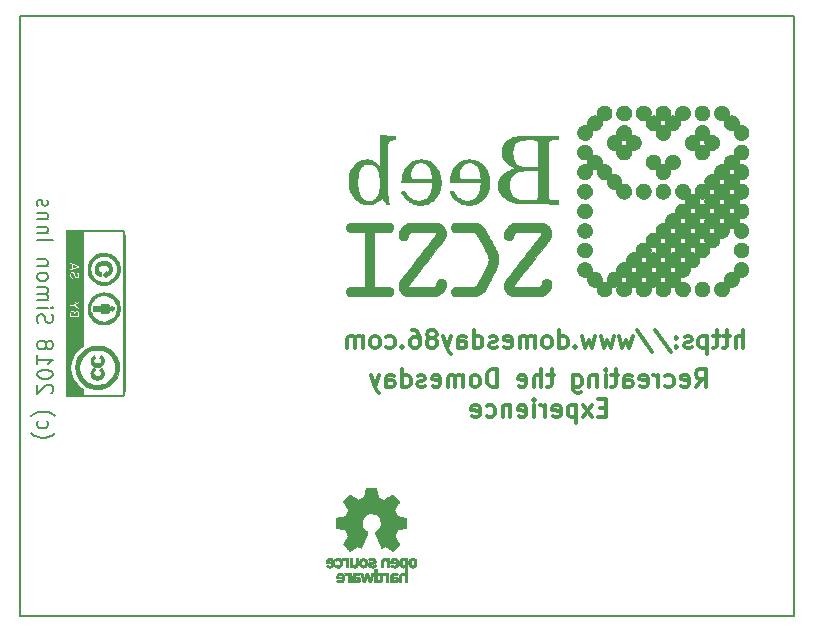
<source format=gbr>
G04 #@! TF.FileFunction,Legend,Bot*
%FSLAX46Y46*%
G04 Gerber Fmt 4.6, Leading zero omitted, Abs format (unit mm)*
G04 Created by KiCad (PCBNEW 4.0.7) date 05/03/18 17:06:33*
%MOMM*%
%LPD*%
G01*
G04 APERTURE LIST*
%ADD10C,0.100000*%
%ADD11C,0.300000*%
%ADD12C,0.200000*%
%ADD13C,0.150000*%
%ADD14C,0.010000*%
G04 APERTURE END LIST*
D10*
D11*
X142027999Y-98463571D02*
X142527999Y-97749286D01*
X142885142Y-98463571D02*
X142885142Y-96963571D01*
X142313714Y-96963571D01*
X142170856Y-97035000D01*
X142099428Y-97106429D01*
X142027999Y-97249286D01*
X142027999Y-97463571D01*
X142099428Y-97606429D01*
X142170856Y-97677857D01*
X142313714Y-97749286D01*
X142885142Y-97749286D01*
X140813714Y-98392143D02*
X140956571Y-98463571D01*
X141242285Y-98463571D01*
X141385142Y-98392143D01*
X141456571Y-98249286D01*
X141456571Y-97677857D01*
X141385142Y-97535000D01*
X141242285Y-97463571D01*
X140956571Y-97463571D01*
X140813714Y-97535000D01*
X140742285Y-97677857D01*
X140742285Y-97820714D01*
X141456571Y-97963571D01*
X139456571Y-98392143D02*
X139599428Y-98463571D01*
X139885142Y-98463571D01*
X140028000Y-98392143D01*
X140099428Y-98320714D01*
X140170857Y-98177857D01*
X140170857Y-97749286D01*
X140099428Y-97606429D01*
X140028000Y-97535000D01*
X139885142Y-97463571D01*
X139599428Y-97463571D01*
X139456571Y-97535000D01*
X138813714Y-98463571D02*
X138813714Y-97463571D01*
X138813714Y-97749286D02*
X138742286Y-97606429D01*
X138670857Y-97535000D01*
X138528000Y-97463571D01*
X138385143Y-97463571D01*
X137313715Y-98392143D02*
X137456572Y-98463571D01*
X137742286Y-98463571D01*
X137885143Y-98392143D01*
X137956572Y-98249286D01*
X137956572Y-97677857D01*
X137885143Y-97535000D01*
X137742286Y-97463571D01*
X137456572Y-97463571D01*
X137313715Y-97535000D01*
X137242286Y-97677857D01*
X137242286Y-97820714D01*
X137956572Y-97963571D01*
X135956572Y-98463571D02*
X135956572Y-97677857D01*
X136028001Y-97535000D01*
X136170858Y-97463571D01*
X136456572Y-97463571D01*
X136599429Y-97535000D01*
X135956572Y-98392143D02*
X136099429Y-98463571D01*
X136456572Y-98463571D01*
X136599429Y-98392143D01*
X136670858Y-98249286D01*
X136670858Y-98106429D01*
X136599429Y-97963571D01*
X136456572Y-97892143D01*
X136099429Y-97892143D01*
X135956572Y-97820714D01*
X135456572Y-97463571D02*
X134885143Y-97463571D01*
X135242286Y-96963571D02*
X135242286Y-98249286D01*
X135170858Y-98392143D01*
X135028000Y-98463571D01*
X134885143Y-98463571D01*
X134385143Y-98463571D02*
X134385143Y-97463571D01*
X134385143Y-96963571D02*
X134456572Y-97035000D01*
X134385143Y-97106429D01*
X134313715Y-97035000D01*
X134385143Y-96963571D01*
X134385143Y-97106429D01*
X133670857Y-97463571D02*
X133670857Y-98463571D01*
X133670857Y-97606429D02*
X133599429Y-97535000D01*
X133456571Y-97463571D01*
X133242286Y-97463571D01*
X133099429Y-97535000D01*
X133028000Y-97677857D01*
X133028000Y-98463571D01*
X131670857Y-97463571D02*
X131670857Y-98677857D01*
X131742286Y-98820714D01*
X131813714Y-98892143D01*
X131956571Y-98963571D01*
X132170857Y-98963571D01*
X132313714Y-98892143D01*
X131670857Y-98392143D02*
X131813714Y-98463571D01*
X132099428Y-98463571D01*
X132242286Y-98392143D01*
X132313714Y-98320714D01*
X132385143Y-98177857D01*
X132385143Y-97749286D01*
X132313714Y-97606429D01*
X132242286Y-97535000D01*
X132099428Y-97463571D01*
X131813714Y-97463571D01*
X131670857Y-97535000D01*
X130028000Y-97463571D02*
X129456571Y-97463571D01*
X129813714Y-96963571D02*
X129813714Y-98249286D01*
X129742286Y-98392143D01*
X129599428Y-98463571D01*
X129456571Y-98463571D01*
X128956571Y-98463571D02*
X128956571Y-96963571D01*
X128313714Y-98463571D02*
X128313714Y-97677857D01*
X128385143Y-97535000D01*
X128528000Y-97463571D01*
X128742285Y-97463571D01*
X128885143Y-97535000D01*
X128956571Y-97606429D01*
X127028000Y-98392143D02*
X127170857Y-98463571D01*
X127456571Y-98463571D01*
X127599428Y-98392143D01*
X127670857Y-98249286D01*
X127670857Y-97677857D01*
X127599428Y-97535000D01*
X127456571Y-97463571D01*
X127170857Y-97463571D01*
X127028000Y-97535000D01*
X126956571Y-97677857D01*
X126956571Y-97820714D01*
X127670857Y-97963571D01*
X125170857Y-98463571D02*
X125170857Y-96963571D01*
X124813714Y-96963571D01*
X124599429Y-97035000D01*
X124456571Y-97177857D01*
X124385143Y-97320714D01*
X124313714Y-97606429D01*
X124313714Y-97820714D01*
X124385143Y-98106429D01*
X124456571Y-98249286D01*
X124599429Y-98392143D01*
X124813714Y-98463571D01*
X125170857Y-98463571D01*
X123456571Y-98463571D02*
X123599429Y-98392143D01*
X123670857Y-98320714D01*
X123742286Y-98177857D01*
X123742286Y-97749286D01*
X123670857Y-97606429D01*
X123599429Y-97535000D01*
X123456571Y-97463571D01*
X123242286Y-97463571D01*
X123099429Y-97535000D01*
X123028000Y-97606429D01*
X122956571Y-97749286D01*
X122956571Y-98177857D01*
X123028000Y-98320714D01*
X123099429Y-98392143D01*
X123242286Y-98463571D01*
X123456571Y-98463571D01*
X122313714Y-98463571D02*
X122313714Y-97463571D01*
X122313714Y-97606429D02*
X122242286Y-97535000D01*
X122099428Y-97463571D01*
X121885143Y-97463571D01*
X121742286Y-97535000D01*
X121670857Y-97677857D01*
X121670857Y-98463571D01*
X121670857Y-97677857D02*
X121599428Y-97535000D01*
X121456571Y-97463571D01*
X121242286Y-97463571D01*
X121099428Y-97535000D01*
X121028000Y-97677857D01*
X121028000Y-98463571D01*
X119742286Y-98392143D02*
X119885143Y-98463571D01*
X120170857Y-98463571D01*
X120313714Y-98392143D01*
X120385143Y-98249286D01*
X120385143Y-97677857D01*
X120313714Y-97535000D01*
X120170857Y-97463571D01*
X119885143Y-97463571D01*
X119742286Y-97535000D01*
X119670857Y-97677857D01*
X119670857Y-97820714D01*
X120385143Y-97963571D01*
X119099429Y-98392143D02*
X118956572Y-98463571D01*
X118670857Y-98463571D01*
X118528000Y-98392143D01*
X118456572Y-98249286D01*
X118456572Y-98177857D01*
X118528000Y-98035000D01*
X118670857Y-97963571D01*
X118885143Y-97963571D01*
X119028000Y-97892143D01*
X119099429Y-97749286D01*
X119099429Y-97677857D01*
X119028000Y-97535000D01*
X118885143Y-97463571D01*
X118670857Y-97463571D01*
X118528000Y-97535000D01*
X117170857Y-98463571D02*
X117170857Y-96963571D01*
X117170857Y-98392143D02*
X117313714Y-98463571D01*
X117599428Y-98463571D01*
X117742286Y-98392143D01*
X117813714Y-98320714D01*
X117885143Y-98177857D01*
X117885143Y-97749286D01*
X117813714Y-97606429D01*
X117742286Y-97535000D01*
X117599428Y-97463571D01*
X117313714Y-97463571D01*
X117170857Y-97535000D01*
X115813714Y-98463571D02*
X115813714Y-97677857D01*
X115885143Y-97535000D01*
X116028000Y-97463571D01*
X116313714Y-97463571D01*
X116456571Y-97535000D01*
X115813714Y-98392143D02*
X115956571Y-98463571D01*
X116313714Y-98463571D01*
X116456571Y-98392143D01*
X116528000Y-98249286D01*
X116528000Y-98106429D01*
X116456571Y-97963571D01*
X116313714Y-97892143D01*
X115956571Y-97892143D01*
X115813714Y-97820714D01*
X115242285Y-97463571D02*
X114885142Y-98463571D01*
X114528000Y-97463571D02*
X114885142Y-98463571D01*
X115028000Y-98820714D01*
X115099428Y-98892143D01*
X115242285Y-98963571D01*
X134456571Y-100227857D02*
X133956571Y-100227857D01*
X133742285Y-101013571D02*
X134456571Y-101013571D01*
X134456571Y-99513571D01*
X133742285Y-99513571D01*
X133242285Y-101013571D02*
X132456571Y-100013571D01*
X133242285Y-100013571D02*
X132456571Y-101013571D01*
X131885142Y-100013571D02*
X131885142Y-101513571D01*
X131885142Y-100085000D02*
X131742285Y-100013571D01*
X131456571Y-100013571D01*
X131313714Y-100085000D01*
X131242285Y-100156429D01*
X131170856Y-100299286D01*
X131170856Y-100727857D01*
X131242285Y-100870714D01*
X131313714Y-100942143D01*
X131456571Y-101013571D01*
X131742285Y-101013571D01*
X131885142Y-100942143D01*
X129956571Y-100942143D02*
X130099428Y-101013571D01*
X130385142Y-101013571D01*
X130527999Y-100942143D01*
X130599428Y-100799286D01*
X130599428Y-100227857D01*
X130527999Y-100085000D01*
X130385142Y-100013571D01*
X130099428Y-100013571D01*
X129956571Y-100085000D01*
X129885142Y-100227857D01*
X129885142Y-100370714D01*
X130599428Y-100513571D01*
X129242285Y-101013571D02*
X129242285Y-100013571D01*
X129242285Y-100299286D02*
X129170857Y-100156429D01*
X129099428Y-100085000D01*
X128956571Y-100013571D01*
X128813714Y-100013571D01*
X128313714Y-101013571D02*
X128313714Y-100013571D01*
X128313714Y-99513571D02*
X128385143Y-99585000D01*
X128313714Y-99656429D01*
X128242286Y-99585000D01*
X128313714Y-99513571D01*
X128313714Y-99656429D01*
X127028000Y-100942143D02*
X127170857Y-101013571D01*
X127456571Y-101013571D01*
X127599428Y-100942143D01*
X127670857Y-100799286D01*
X127670857Y-100227857D01*
X127599428Y-100085000D01*
X127456571Y-100013571D01*
X127170857Y-100013571D01*
X127028000Y-100085000D01*
X126956571Y-100227857D01*
X126956571Y-100370714D01*
X127670857Y-100513571D01*
X126313714Y-100013571D02*
X126313714Y-101013571D01*
X126313714Y-100156429D02*
X126242286Y-100085000D01*
X126099428Y-100013571D01*
X125885143Y-100013571D01*
X125742286Y-100085000D01*
X125670857Y-100227857D01*
X125670857Y-101013571D01*
X124313714Y-100942143D02*
X124456571Y-101013571D01*
X124742285Y-101013571D01*
X124885143Y-100942143D01*
X124956571Y-100870714D01*
X125028000Y-100727857D01*
X125028000Y-100299286D01*
X124956571Y-100156429D01*
X124885143Y-100085000D01*
X124742285Y-100013571D01*
X124456571Y-100013571D01*
X124313714Y-100085000D01*
X123099429Y-100942143D02*
X123242286Y-101013571D01*
X123528000Y-101013571D01*
X123670857Y-100942143D01*
X123742286Y-100799286D01*
X123742286Y-100227857D01*
X123670857Y-100085000D01*
X123528000Y-100013571D01*
X123242286Y-100013571D01*
X123099429Y-100085000D01*
X123028000Y-100227857D01*
X123028000Y-100370714D01*
X123742286Y-100513571D01*
X146036001Y-95166571D02*
X146036001Y-93666571D01*
X145393144Y-95166571D02*
X145393144Y-94380857D01*
X145464573Y-94238000D01*
X145607430Y-94166571D01*
X145821715Y-94166571D01*
X145964573Y-94238000D01*
X146036001Y-94309429D01*
X144893144Y-94166571D02*
X144321715Y-94166571D01*
X144678858Y-93666571D02*
X144678858Y-94952286D01*
X144607430Y-95095143D01*
X144464572Y-95166571D01*
X144321715Y-95166571D01*
X144036001Y-94166571D02*
X143464572Y-94166571D01*
X143821715Y-93666571D02*
X143821715Y-94952286D01*
X143750287Y-95095143D01*
X143607429Y-95166571D01*
X143464572Y-95166571D01*
X142964572Y-94166571D02*
X142964572Y-95666571D01*
X142964572Y-94238000D02*
X142821715Y-94166571D01*
X142536001Y-94166571D01*
X142393144Y-94238000D01*
X142321715Y-94309429D01*
X142250286Y-94452286D01*
X142250286Y-94880857D01*
X142321715Y-95023714D01*
X142393144Y-95095143D01*
X142536001Y-95166571D01*
X142821715Y-95166571D01*
X142964572Y-95095143D01*
X141678858Y-95095143D02*
X141536001Y-95166571D01*
X141250286Y-95166571D01*
X141107429Y-95095143D01*
X141036001Y-94952286D01*
X141036001Y-94880857D01*
X141107429Y-94738000D01*
X141250286Y-94666571D01*
X141464572Y-94666571D01*
X141607429Y-94595143D01*
X141678858Y-94452286D01*
X141678858Y-94380857D01*
X141607429Y-94238000D01*
X141464572Y-94166571D01*
X141250286Y-94166571D01*
X141107429Y-94238000D01*
X140393143Y-95023714D02*
X140321715Y-95095143D01*
X140393143Y-95166571D01*
X140464572Y-95095143D01*
X140393143Y-95023714D01*
X140393143Y-95166571D01*
X140393143Y-94238000D02*
X140321715Y-94309429D01*
X140393143Y-94380857D01*
X140464572Y-94309429D01*
X140393143Y-94238000D01*
X140393143Y-94380857D01*
X138607429Y-93595143D02*
X139893143Y-95523714D01*
X137036000Y-93595143D02*
X138321714Y-95523714D01*
X136678856Y-94166571D02*
X136393142Y-95166571D01*
X136107428Y-94452286D01*
X135821713Y-95166571D01*
X135535999Y-94166571D01*
X135107427Y-94166571D02*
X134821713Y-95166571D01*
X134535999Y-94452286D01*
X134250284Y-95166571D01*
X133964570Y-94166571D01*
X133535998Y-94166571D02*
X133250284Y-95166571D01*
X132964570Y-94452286D01*
X132678855Y-95166571D01*
X132393141Y-94166571D01*
X131821712Y-95023714D02*
X131750284Y-95095143D01*
X131821712Y-95166571D01*
X131893141Y-95095143D01*
X131821712Y-95023714D01*
X131821712Y-95166571D01*
X130464569Y-95166571D02*
X130464569Y-93666571D01*
X130464569Y-95095143D02*
X130607426Y-95166571D01*
X130893140Y-95166571D01*
X131035998Y-95095143D01*
X131107426Y-95023714D01*
X131178855Y-94880857D01*
X131178855Y-94452286D01*
X131107426Y-94309429D01*
X131035998Y-94238000D01*
X130893140Y-94166571D01*
X130607426Y-94166571D01*
X130464569Y-94238000D01*
X129535997Y-95166571D02*
X129678855Y-95095143D01*
X129750283Y-95023714D01*
X129821712Y-94880857D01*
X129821712Y-94452286D01*
X129750283Y-94309429D01*
X129678855Y-94238000D01*
X129535997Y-94166571D01*
X129321712Y-94166571D01*
X129178855Y-94238000D01*
X129107426Y-94309429D01*
X129035997Y-94452286D01*
X129035997Y-94880857D01*
X129107426Y-95023714D01*
X129178855Y-95095143D01*
X129321712Y-95166571D01*
X129535997Y-95166571D01*
X128393140Y-95166571D02*
X128393140Y-94166571D01*
X128393140Y-94309429D02*
X128321712Y-94238000D01*
X128178854Y-94166571D01*
X127964569Y-94166571D01*
X127821712Y-94238000D01*
X127750283Y-94380857D01*
X127750283Y-95166571D01*
X127750283Y-94380857D02*
X127678854Y-94238000D01*
X127535997Y-94166571D01*
X127321712Y-94166571D01*
X127178854Y-94238000D01*
X127107426Y-94380857D01*
X127107426Y-95166571D01*
X125821712Y-95095143D02*
X125964569Y-95166571D01*
X126250283Y-95166571D01*
X126393140Y-95095143D01*
X126464569Y-94952286D01*
X126464569Y-94380857D01*
X126393140Y-94238000D01*
X126250283Y-94166571D01*
X125964569Y-94166571D01*
X125821712Y-94238000D01*
X125750283Y-94380857D01*
X125750283Y-94523714D01*
X126464569Y-94666571D01*
X125178855Y-95095143D02*
X125035998Y-95166571D01*
X124750283Y-95166571D01*
X124607426Y-95095143D01*
X124535998Y-94952286D01*
X124535998Y-94880857D01*
X124607426Y-94738000D01*
X124750283Y-94666571D01*
X124964569Y-94666571D01*
X125107426Y-94595143D01*
X125178855Y-94452286D01*
X125178855Y-94380857D01*
X125107426Y-94238000D01*
X124964569Y-94166571D01*
X124750283Y-94166571D01*
X124607426Y-94238000D01*
X123250283Y-95166571D02*
X123250283Y-93666571D01*
X123250283Y-95095143D02*
X123393140Y-95166571D01*
X123678854Y-95166571D01*
X123821712Y-95095143D01*
X123893140Y-95023714D01*
X123964569Y-94880857D01*
X123964569Y-94452286D01*
X123893140Y-94309429D01*
X123821712Y-94238000D01*
X123678854Y-94166571D01*
X123393140Y-94166571D01*
X123250283Y-94238000D01*
X121893140Y-95166571D02*
X121893140Y-94380857D01*
X121964569Y-94238000D01*
X122107426Y-94166571D01*
X122393140Y-94166571D01*
X122535997Y-94238000D01*
X121893140Y-95095143D02*
X122035997Y-95166571D01*
X122393140Y-95166571D01*
X122535997Y-95095143D01*
X122607426Y-94952286D01*
X122607426Y-94809429D01*
X122535997Y-94666571D01*
X122393140Y-94595143D01*
X122035997Y-94595143D01*
X121893140Y-94523714D01*
X121321711Y-94166571D02*
X120964568Y-95166571D01*
X120607426Y-94166571D02*
X120964568Y-95166571D01*
X121107426Y-95523714D01*
X121178854Y-95595143D01*
X121321711Y-95666571D01*
X119821711Y-94309429D02*
X119964569Y-94238000D01*
X120035997Y-94166571D01*
X120107426Y-94023714D01*
X120107426Y-93952286D01*
X120035997Y-93809429D01*
X119964569Y-93738000D01*
X119821711Y-93666571D01*
X119535997Y-93666571D01*
X119393140Y-93738000D01*
X119321711Y-93809429D01*
X119250283Y-93952286D01*
X119250283Y-94023714D01*
X119321711Y-94166571D01*
X119393140Y-94238000D01*
X119535997Y-94309429D01*
X119821711Y-94309429D01*
X119964569Y-94380857D01*
X120035997Y-94452286D01*
X120107426Y-94595143D01*
X120107426Y-94880857D01*
X120035997Y-95023714D01*
X119964569Y-95095143D01*
X119821711Y-95166571D01*
X119535997Y-95166571D01*
X119393140Y-95095143D01*
X119321711Y-95023714D01*
X119250283Y-94880857D01*
X119250283Y-94595143D01*
X119321711Y-94452286D01*
X119393140Y-94380857D01*
X119535997Y-94309429D01*
X117964569Y-93666571D02*
X118250283Y-93666571D01*
X118393140Y-93738000D01*
X118464569Y-93809429D01*
X118607426Y-94023714D01*
X118678855Y-94309429D01*
X118678855Y-94880857D01*
X118607426Y-95023714D01*
X118535998Y-95095143D01*
X118393140Y-95166571D01*
X118107426Y-95166571D01*
X117964569Y-95095143D01*
X117893140Y-95023714D01*
X117821712Y-94880857D01*
X117821712Y-94523714D01*
X117893140Y-94380857D01*
X117964569Y-94309429D01*
X118107426Y-94238000D01*
X118393140Y-94238000D01*
X118535998Y-94309429D01*
X118607426Y-94380857D01*
X118678855Y-94523714D01*
X117178855Y-95023714D02*
X117107427Y-95095143D01*
X117178855Y-95166571D01*
X117250284Y-95095143D01*
X117178855Y-95023714D01*
X117178855Y-95166571D01*
X115821712Y-95095143D02*
X115964569Y-95166571D01*
X116250283Y-95166571D01*
X116393141Y-95095143D01*
X116464569Y-95023714D01*
X116535998Y-94880857D01*
X116535998Y-94452286D01*
X116464569Y-94309429D01*
X116393141Y-94238000D01*
X116250283Y-94166571D01*
X115964569Y-94166571D01*
X115821712Y-94238000D01*
X114964569Y-95166571D02*
X115107427Y-95095143D01*
X115178855Y-95023714D01*
X115250284Y-94880857D01*
X115250284Y-94452286D01*
X115178855Y-94309429D01*
X115107427Y-94238000D01*
X114964569Y-94166571D01*
X114750284Y-94166571D01*
X114607427Y-94238000D01*
X114535998Y-94309429D01*
X114464569Y-94452286D01*
X114464569Y-94880857D01*
X114535998Y-95023714D01*
X114607427Y-95095143D01*
X114750284Y-95166571D01*
X114964569Y-95166571D01*
X113821712Y-95166571D02*
X113821712Y-94166571D01*
X113821712Y-94309429D02*
X113750284Y-94238000D01*
X113607426Y-94166571D01*
X113393141Y-94166571D01*
X113250284Y-94238000D01*
X113178855Y-94380857D01*
X113178855Y-95166571D01*
X113178855Y-94380857D02*
X113107426Y-94238000D01*
X112964569Y-94166571D01*
X112750284Y-94166571D01*
X112607426Y-94238000D01*
X112535998Y-94380857D01*
X112535998Y-95166571D01*
D12*
X85784667Y-102398094D02*
X85846571Y-102459998D01*
X86032286Y-102583808D01*
X86156095Y-102645713D01*
X86341810Y-102707617D01*
X86651333Y-102769522D01*
X86898952Y-102769522D01*
X87208476Y-102707617D01*
X87394190Y-102645713D01*
X87518000Y-102583808D01*
X87703714Y-102459998D01*
X87765619Y-102398094D01*
X86341810Y-101345712D02*
X86279905Y-101469522D01*
X86279905Y-101717141D01*
X86341810Y-101840950D01*
X86403714Y-101902855D01*
X86527524Y-101964760D01*
X86898952Y-101964760D01*
X87022762Y-101902855D01*
X87084667Y-101840950D01*
X87146571Y-101717141D01*
X87146571Y-101469522D01*
X87084667Y-101345712D01*
X85784667Y-100912379D02*
X85846571Y-100850474D01*
X86032286Y-100726664D01*
X86156095Y-100664760D01*
X86341810Y-100602855D01*
X86651333Y-100540950D01*
X86898952Y-100540950D01*
X87208476Y-100602855D01*
X87394190Y-100664760D01*
X87518000Y-100726664D01*
X87703714Y-100850474D01*
X87765619Y-100912379D01*
X87456095Y-98993331D02*
X87518000Y-98931426D01*
X87579905Y-98807617D01*
X87579905Y-98498093D01*
X87518000Y-98374283D01*
X87456095Y-98312379D01*
X87332286Y-98250474D01*
X87208476Y-98250474D01*
X87022762Y-98312379D01*
X86279905Y-99055236D01*
X86279905Y-98250474D01*
X87579905Y-97445712D02*
X87579905Y-97321903D01*
X87518000Y-97198093D01*
X87456095Y-97136188D01*
X87332286Y-97074284D01*
X87084667Y-97012379D01*
X86775143Y-97012379D01*
X86527524Y-97074284D01*
X86403714Y-97136188D01*
X86341810Y-97198093D01*
X86279905Y-97321903D01*
X86279905Y-97445712D01*
X86341810Y-97569522D01*
X86403714Y-97631426D01*
X86527524Y-97693331D01*
X86775143Y-97755236D01*
X87084667Y-97755236D01*
X87332286Y-97693331D01*
X87456095Y-97631426D01*
X87518000Y-97569522D01*
X87579905Y-97445712D01*
X86279905Y-95774284D02*
X86279905Y-96517141D01*
X86279905Y-96145712D02*
X87579905Y-96145712D01*
X87394190Y-96269522D01*
X87270381Y-96393331D01*
X87208476Y-96517141D01*
X87022762Y-95031427D02*
X87084667Y-95155236D01*
X87146571Y-95217141D01*
X87270381Y-95279046D01*
X87332286Y-95279046D01*
X87456095Y-95217141D01*
X87518000Y-95155236D01*
X87579905Y-95031427D01*
X87579905Y-94783808D01*
X87518000Y-94659998D01*
X87456095Y-94598094D01*
X87332286Y-94536189D01*
X87270381Y-94536189D01*
X87146571Y-94598094D01*
X87084667Y-94659998D01*
X87022762Y-94783808D01*
X87022762Y-95031427D01*
X86960857Y-95155236D01*
X86898952Y-95217141D01*
X86775143Y-95279046D01*
X86527524Y-95279046D01*
X86403714Y-95217141D01*
X86341810Y-95155236D01*
X86279905Y-95031427D01*
X86279905Y-94783808D01*
X86341810Y-94659998D01*
X86403714Y-94598094D01*
X86527524Y-94536189D01*
X86775143Y-94536189D01*
X86898952Y-94598094D01*
X86960857Y-94659998D01*
X87022762Y-94783808D01*
X86341810Y-93050475D02*
X86279905Y-92864761D01*
X86279905Y-92555237D01*
X86341810Y-92431427D01*
X86403714Y-92369523D01*
X86527524Y-92307618D01*
X86651333Y-92307618D01*
X86775143Y-92369523D01*
X86837048Y-92431427D01*
X86898952Y-92555237D01*
X86960857Y-92802856D01*
X87022762Y-92926665D01*
X87084667Y-92988570D01*
X87208476Y-93050475D01*
X87332286Y-93050475D01*
X87456095Y-92988570D01*
X87518000Y-92926665D01*
X87579905Y-92802856D01*
X87579905Y-92493332D01*
X87518000Y-92307618D01*
X86279905Y-91750475D02*
X87146571Y-91750475D01*
X87579905Y-91750475D02*
X87518000Y-91812380D01*
X87456095Y-91750475D01*
X87518000Y-91688570D01*
X87579905Y-91750475D01*
X87456095Y-91750475D01*
X86279905Y-91131427D02*
X87146571Y-91131427D01*
X87022762Y-91131427D02*
X87084667Y-91069522D01*
X87146571Y-90945713D01*
X87146571Y-90759999D01*
X87084667Y-90636189D01*
X86960857Y-90574284D01*
X86279905Y-90574284D01*
X86960857Y-90574284D02*
X87084667Y-90512380D01*
X87146571Y-90388570D01*
X87146571Y-90202856D01*
X87084667Y-90079046D01*
X86960857Y-90017141D01*
X86279905Y-90017141D01*
X86279905Y-89212380D02*
X86341810Y-89336189D01*
X86403714Y-89398094D01*
X86527524Y-89459999D01*
X86898952Y-89459999D01*
X87022762Y-89398094D01*
X87084667Y-89336189D01*
X87146571Y-89212380D01*
X87146571Y-89026666D01*
X87084667Y-88902856D01*
X87022762Y-88840951D01*
X86898952Y-88779047D01*
X86527524Y-88779047D01*
X86403714Y-88840951D01*
X86341810Y-88902856D01*
X86279905Y-89026666D01*
X86279905Y-89212380D01*
X87146571Y-88221904D02*
X86279905Y-88221904D01*
X87022762Y-88221904D02*
X87084667Y-88159999D01*
X87146571Y-88036190D01*
X87146571Y-87850476D01*
X87084667Y-87726666D01*
X86960857Y-87664761D01*
X86279905Y-87664761D01*
X86279905Y-86055238D02*
X87579905Y-86055238D01*
X87146571Y-85436190D02*
X86279905Y-85436190D01*
X87022762Y-85436190D02*
X87084667Y-85374285D01*
X87146571Y-85250476D01*
X87146571Y-85064762D01*
X87084667Y-84940952D01*
X86960857Y-84879047D01*
X86279905Y-84879047D01*
X87146571Y-84260000D02*
X86279905Y-84260000D01*
X87022762Y-84260000D02*
X87084667Y-84198095D01*
X87146571Y-84074286D01*
X87146571Y-83888572D01*
X87084667Y-83764762D01*
X86960857Y-83702857D01*
X86279905Y-83702857D01*
X86341810Y-83145715D02*
X86279905Y-83021905D01*
X86279905Y-82774286D01*
X86341810Y-82650477D01*
X86465619Y-82588572D01*
X86527524Y-82588572D01*
X86651333Y-82650477D01*
X86713238Y-82774286D01*
X86713238Y-82960001D01*
X86775143Y-83083810D01*
X86898952Y-83145715D01*
X86960857Y-83145715D01*
X87084667Y-83083810D01*
X87146571Y-82960001D01*
X87146571Y-82774286D01*
X87084667Y-82650477D01*
D13*
X84836000Y-117856000D02*
X84836000Y-67056000D01*
X150368000Y-117856000D02*
X84836000Y-117856000D01*
X150368000Y-67056000D02*
X150368000Y-117856000D01*
X84836000Y-67056000D02*
X150368000Y-67056000D01*
D14*
G36*
X145825385Y-87898510D02*
X145794689Y-87899036D01*
X145770831Y-87900112D01*
X145751711Y-87901901D01*
X145735227Y-87904564D01*
X145719279Y-87908266D01*
X145712080Y-87910212D01*
X145629328Y-87938551D01*
X145553556Y-87975396D01*
X145485016Y-88020493D01*
X145423962Y-88073589D01*
X145370646Y-88134431D01*
X145325323Y-88202766D01*
X145288245Y-88278341D01*
X145259666Y-88360902D01*
X145258995Y-88363297D01*
X145254798Y-88379660D01*
X145251710Y-88395657D01*
X145249566Y-88413389D01*
X145248204Y-88434957D01*
X145247462Y-88462462D01*
X145247176Y-88498007D01*
X145247153Y-88516239D01*
X145247539Y-88562688D01*
X145248962Y-88600586D01*
X145251822Y-88632408D01*
X145256517Y-88660627D01*
X145263446Y-88687718D01*
X145273009Y-88716155D01*
X145283925Y-88744271D01*
X145296890Y-88776368D01*
X145264793Y-88763404D01*
X145233123Y-88751192D01*
X145204977Y-88741965D01*
X145177882Y-88735324D01*
X145149362Y-88730869D01*
X145116944Y-88728202D01*
X145078153Y-88726924D01*
X145036761Y-88726631D01*
X144997124Y-88726771D01*
X144966428Y-88727297D01*
X144942570Y-88728373D01*
X144923450Y-88730162D01*
X144906967Y-88732825D01*
X144891018Y-88736527D01*
X144883819Y-88738473D01*
X144801067Y-88766812D01*
X144725295Y-88803656D01*
X144656755Y-88848753D01*
X144595701Y-88901850D01*
X144542385Y-88962692D01*
X144497062Y-89031027D01*
X144459985Y-89106602D01*
X144431405Y-89189163D01*
X144430734Y-89191558D01*
X144426538Y-89207921D01*
X144423449Y-89223918D01*
X144421305Y-89241650D01*
X144419943Y-89263218D01*
X144419201Y-89290723D01*
X144418915Y-89326268D01*
X144418892Y-89344500D01*
X144419278Y-89390949D01*
X144420701Y-89428847D01*
X144423561Y-89460669D01*
X144428256Y-89488888D01*
X144435186Y-89515979D01*
X144444749Y-89544416D01*
X144455665Y-89572532D01*
X144468629Y-89604629D01*
X144436532Y-89591664D01*
X144404862Y-89579453D01*
X144376717Y-89570226D01*
X144349621Y-89563585D01*
X144321101Y-89559130D01*
X144288683Y-89556463D01*
X144249893Y-89555185D01*
X144208500Y-89554892D01*
X144168864Y-89555032D01*
X144138167Y-89555558D01*
X144114309Y-89556634D01*
X144095189Y-89558423D01*
X144078706Y-89561086D01*
X144062757Y-89564788D01*
X144055559Y-89566734D01*
X143972807Y-89595073D01*
X143897034Y-89631917D01*
X143828494Y-89677014D01*
X143767440Y-89730111D01*
X143714125Y-89790953D01*
X143668801Y-89859288D01*
X143631724Y-89934863D01*
X143603145Y-90017424D01*
X143602473Y-90019819D01*
X143598277Y-90036182D01*
X143595188Y-90052179D01*
X143593044Y-90069911D01*
X143591682Y-90091479D01*
X143590940Y-90118984D01*
X143590654Y-90154528D01*
X143590632Y-90172761D01*
X143590771Y-90212397D01*
X143591297Y-90243094D01*
X143592373Y-90266951D01*
X143594162Y-90286072D01*
X143596825Y-90302555D01*
X143600527Y-90318504D01*
X143602473Y-90325702D01*
X143630756Y-90408182D01*
X143667599Y-90483865D01*
X143712676Y-90552426D01*
X143765659Y-90613537D01*
X143826221Y-90666871D01*
X143894036Y-90712103D01*
X143968775Y-90748904D01*
X144050113Y-90776948D01*
X144055559Y-90778444D01*
X144082687Y-90783842D01*
X144117924Y-90788024D01*
X144158398Y-90790914D01*
X144201232Y-90792435D01*
X144243554Y-90792511D01*
X144282487Y-90791068D01*
X144315158Y-90788028D01*
X144329306Y-90785671D01*
X144409673Y-90763694D01*
X144485157Y-90732281D01*
X144555071Y-90692046D01*
X144618725Y-90643599D01*
X144675432Y-90587553D01*
X144724501Y-90524518D01*
X144765246Y-90455108D01*
X144796978Y-90379933D01*
X144801620Y-90366022D01*
X144813552Y-90325172D01*
X144821818Y-90287112D01*
X144826814Y-90248580D01*
X144828937Y-90206312D01*
X144828585Y-90157046D01*
X144828283Y-90146991D01*
X144825520Y-90095943D01*
X144820478Y-90052485D01*
X144812522Y-90013283D01*
X144801012Y-89975006D01*
X144789596Y-89944729D01*
X144776632Y-89912632D01*
X144808729Y-89925596D01*
X144840399Y-89937808D01*
X144868545Y-89947035D01*
X144895640Y-89953676D01*
X144924160Y-89958131D01*
X144956578Y-89960798D01*
X144995369Y-89962076D01*
X145036761Y-89962368D01*
X145076397Y-89962229D01*
X145107094Y-89961703D01*
X145130952Y-89960627D01*
X145150072Y-89958838D01*
X145166555Y-89956175D01*
X145182504Y-89952473D01*
X145189703Y-89950527D01*
X145272454Y-89922188D01*
X145348227Y-89885343D01*
X145416767Y-89840246D01*
X145477821Y-89787150D01*
X145531137Y-89726308D01*
X145576460Y-89657973D01*
X145613537Y-89582398D01*
X145642116Y-89499837D01*
X145642788Y-89497442D01*
X145646984Y-89481079D01*
X145650073Y-89465082D01*
X145652217Y-89447350D01*
X145653579Y-89425782D01*
X145654321Y-89398277D01*
X145654607Y-89362732D01*
X145654630Y-89344500D01*
X145654244Y-89298051D01*
X145652821Y-89260153D01*
X145649961Y-89228331D01*
X145645266Y-89200112D01*
X145638336Y-89173021D01*
X145628773Y-89144584D01*
X145617857Y-89116468D01*
X145604893Y-89084371D01*
X145636990Y-89097335D01*
X145668660Y-89109547D01*
X145696805Y-89118774D01*
X145723901Y-89125415D01*
X145752421Y-89129870D01*
X145784839Y-89132537D01*
X145823629Y-89133815D01*
X145865022Y-89134108D01*
X145904658Y-89133968D01*
X145935355Y-89133442D01*
X145959212Y-89132366D01*
X145978333Y-89130577D01*
X145994816Y-89127914D01*
X146010765Y-89124212D01*
X146017963Y-89122266D01*
X146100715Y-89093927D01*
X146176488Y-89057083D01*
X146245028Y-89011986D01*
X146306082Y-88958889D01*
X146359397Y-88898047D01*
X146404720Y-88829712D01*
X146441798Y-88754137D01*
X146470377Y-88671576D01*
X146471049Y-88669181D01*
X146475245Y-88652818D01*
X146478334Y-88636821D01*
X146480478Y-88619089D01*
X146481840Y-88597521D01*
X146482582Y-88570016D01*
X146482868Y-88534471D01*
X146482890Y-88516239D01*
X146482751Y-88476603D01*
X146482225Y-88445906D01*
X146481149Y-88422048D01*
X146479360Y-88402928D01*
X146476696Y-88386445D01*
X146472995Y-88370496D01*
X146471049Y-88363297D01*
X146442710Y-88280546D01*
X146405865Y-88204773D01*
X146360768Y-88136233D01*
X146307672Y-88075179D01*
X146246830Y-88021863D01*
X146178495Y-87976540D01*
X146102920Y-87939463D01*
X146020359Y-87910884D01*
X146017963Y-87910212D01*
X146001601Y-87906016D01*
X145985604Y-87902927D01*
X145967872Y-87900783D01*
X145946304Y-87899421D01*
X145918798Y-87898679D01*
X145883254Y-87898393D01*
X145865022Y-87898371D01*
X145825385Y-87898510D01*
X145825385Y-87898510D01*
G37*
X145825385Y-87898510D02*
X145794689Y-87899036D01*
X145770831Y-87900112D01*
X145751711Y-87901901D01*
X145735227Y-87904564D01*
X145719279Y-87908266D01*
X145712080Y-87910212D01*
X145629328Y-87938551D01*
X145553556Y-87975396D01*
X145485016Y-88020493D01*
X145423962Y-88073589D01*
X145370646Y-88134431D01*
X145325323Y-88202766D01*
X145288245Y-88278341D01*
X145259666Y-88360902D01*
X145258995Y-88363297D01*
X145254798Y-88379660D01*
X145251710Y-88395657D01*
X145249566Y-88413389D01*
X145248204Y-88434957D01*
X145247462Y-88462462D01*
X145247176Y-88498007D01*
X145247153Y-88516239D01*
X145247539Y-88562688D01*
X145248962Y-88600586D01*
X145251822Y-88632408D01*
X145256517Y-88660627D01*
X145263446Y-88687718D01*
X145273009Y-88716155D01*
X145283925Y-88744271D01*
X145296890Y-88776368D01*
X145264793Y-88763404D01*
X145233123Y-88751192D01*
X145204977Y-88741965D01*
X145177882Y-88735324D01*
X145149362Y-88730869D01*
X145116944Y-88728202D01*
X145078153Y-88726924D01*
X145036761Y-88726631D01*
X144997124Y-88726771D01*
X144966428Y-88727297D01*
X144942570Y-88728373D01*
X144923450Y-88730162D01*
X144906967Y-88732825D01*
X144891018Y-88736527D01*
X144883819Y-88738473D01*
X144801067Y-88766812D01*
X144725295Y-88803656D01*
X144656755Y-88848753D01*
X144595701Y-88901850D01*
X144542385Y-88962692D01*
X144497062Y-89031027D01*
X144459985Y-89106602D01*
X144431405Y-89189163D01*
X144430734Y-89191558D01*
X144426538Y-89207921D01*
X144423449Y-89223918D01*
X144421305Y-89241650D01*
X144419943Y-89263218D01*
X144419201Y-89290723D01*
X144418915Y-89326268D01*
X144418892Y-89344500D01*
X144419278Y-89390949D01*
X144420701Y-89428847D01*
X144423561Y-89460669D01*
X144428256Y-89488888D01*
X144435186Y-89515979D01*
X144444749Y-89544416D01*
X144455665Y-89572532D01*
X144468629Y-89604629D01*
X144436532Y-89591664D01*
X144404862Y-89579453D01*
X144376717Y-89570226D01*
X144349621Y-89563585D01*
X144321101Y-89559130D01*
X144288683Y-89556463D01*
X144249893Y-89555185D01*
X144208500Y-89554892D01*
X144168864Y-89555032D01*
X144138167Y-89555558D01*
X144114309Y-89556634D01*
X144095189Y-89558423D01*
X144078706Y-89561086D01*
X144062757Y-89564788D01*
X144055559Y-89566734D01*
X143972807Y-89595073D01*
X143897034Y-89631917D01*
X143828494Y-89677014D01*
X143767440Y-89730111D01*
X143714125Y-89790953D01*
X143668801Y-89859288D01*
X143631724Y-89934863D01*
X143603145Y-90017424D01*
X143602473Y-90019819D01*
X143598277Y-90036182D01*
X143595188Y-90052179D01*
X143593044Y-90069911D01*
X143591682Y-90091479D01*
X143590940Y-90118984D01*
X143590654Y-90154528D01*
X143590632Y-90172761D01*
X143590771Y-90212397D01*
X143591297Y-90243094D01*
X143592373Y-90266951D01*
X143594162Y-90286072D01*
X143596825Y-90302555D01*
X143600527Y-90318504D01*
X143602473Y-90325702D01*
X143630756Y-90408182D01*
X143667599Y-90483865D01*
X143712676Y-90552426D01*
X143765659Y-90613537D01*
X143826221Y-90666871D01*
X143894036Y-90712103D01*
X143968775Y-90748904D01*
X144050113Y-90776948D01*
X144055559Y-90778444D01*
X144082687Y-90783842D01*
X144117924Y-90788024D01*
X144158398Y-90790914D01*
X144201232Y-90792435D01*
X144243554Y-90792511D01*
X144282487Y-90791068D01*
X144315158Y-90788028D01*
X144329306Y-90785671D01*
X144409673Y-90763694D01*
X144485157Y-90732281D01*
X144555071Y-90692046D01*
X144618725Y-90643599D01*
X144675432Y-90587553D01*
X144724501Y-90524518D01*
X144765246Y-90455108D01*
X144796978Y-90379933D01*
X144801620Y-90366022D01*
X144813552Y-90325172D01*
X144821818Y-90287112D01*
X144826814Y-90248580D01*
X144828937Y-90206312D01*
X144828585Y-90157046D01*
X144828283Y-90146991D01*
X144825520Y-90095943D01*
X144820478Y-90052485D01*
X144812522Y-90013283D01*
X144801012Y-89975006D01*
X144789596Y-89944729D01*
X144776632Y-89912632D01*
X144808729Y-89925596D01*
X144840399Y-89937808D01*
X144868545Y-89947035D01*
X144895640Y-89953676D01*
X144924160Y-89958131D01*
X144956578Y-89960798D01*
X144995369Y-89962076D01*
X145036761Y-89962368D01*
X145076397Y-89962229D01*
X145107094Y-89961703D01*
X145130952Y-89960627D01*
X145150072Y-89958838D01*
X145166555Y-89956175D01*
X145182504Y-89952473D01*
X145189703Y-89950527D01*
X145272454Y-89922188D01*
X145348227Y-89885343D01*
X145416767Y-89840246D01*
X145477821Y-89787150D01*
X145531137Y-89726308D01*
X145576460Y-89657973D01*
X145613537Y-89582398D01*
X145642116Y-89499837D01*
X145642788Y-89497442D01*
X145646984Y-89481079D01*
X145650073Y-89465082D01*
X145652217Y-89447350D01*
X145653579Y-89425782D01*
X145654321Y-89398277D01*
X145654607Y-89362732D01*
X145654630Y-89344500D01*
X145654244Y-89298051D01*
X145652821Y-89260153D01*
X145649961Y-89228331D01*
X145645266Y-89200112D01*
X145638336Y-89173021D01*
X145628773Y-89144584D01*
X145617857Y-89116468D01*
X145604893Y-89084371D01*
X145636990Y-89097335D01*
X145668660Y-89109547D01*
X145696805Y-89118774D01*
X145723901Y-89125415D01*
X145752421Y-89129870D01*
X145784839Y-89132537D01*
X145823629Y-89133815D01*
X145865022Y-89134108D01*
X145904658Y-89133968D01*
X145935355Y-89133442D01*
X145959212Y-89132366D01*
X145978333Y-89130577D01*
X145994816Y-89127914D01*
X146010765Y-89124212D01*
X146017963Y-89122266D01*
X146100715Y-89093927D01*
X146176488Y-89057083D01*
X146245028Y-89011986D01*
X146306082Y-88958889D01*
X146359397Y-88898047D01*
X146404720Y-88829712D01*
X146441798Y-88754137D01*
X146470377Y-88671576D01*
X146471049Y-88669181D01*
X146475245Y-88652818D01*
X146478334Y-88636821D01*
X146480478Y-88619089D01*
X146481840Y-88597521D01*
X146482582Y-88570016D01*
X146482868Y-88534471D01*
X146482890Y-88516239D01*
X146482751Y-88476603D01*
X146482225Y-88445906D01*
X146481149Y-88422048D01*
X146479360Y-88402928D01*
X146476696Y-88386445D01*
X146472995Y-88370496D01*
X146471049Y-88363297D01*
X146442710Y-88280546D01*
X146405865Y-88204773D01*
X146360768Y-88136233D01*
X146307672Y-88075179D01*
X146246830Y-88021863D01*
X146178495Y-87976540D01*
X146102920Y-87939463D01*
X146020359Y-87910884D01*
X146017963Y-87910212D01*
X146001601Y-87906016D01*
X145985604Y-87902927D01*
X145967872Y-87900783D01*
X145946304Y-87899421D01*
X145918798Y-87898679D01*
X145883254Y-87898393D01*
X145865022Y-87898371D01*
X145825385Y-87898510D01*
G36*
X142512342Y-89555032D02*
X142481645Y-89555558D01*
X142457788Y-89556634D01*
X142438668Y-89558423D01*
X142422184Y-89561086D01*
X142406236Y-89564788D01*
X142399037Y-89566734D01*
X142316285Y-89595073D01*
X142240512Y-89631917D01*
X142171972Y-89677014D01*
X142110918Y-89730111D01*
X142057603Y-89790953D01*
X142012280Y-89859288D01*
X141975202Y-89934863D01*
X141946623Y-90017424D01*
X141945951Y-90019819D01*
X141941755Y-90036182D01*
X141938666Y-90052179D01*
X141936522Y-90069911D01*
X141935160Y-90091479D01*
X141934418Y-90118984D01*
X141934133Y-90154528D01*
X141934110Y-90172761D01*
X141934249Y-90212397D01*
X141934775Y-90243094D01*
X141935852Y-90266951D01*
X141937640Y-90286072D01*
X141940304Y-90302555D01*
X141944005Y-90318504D01*
X141945951Y-90325702D01*
X141974234Y-90408182D01*
X142011077Y-90483865D01*
X142056154Y-90552426D01*
X142109137Y-90613537D01*
X142169699Y-90666871D01*
X142237514Y-90712103D01*
X142312253Y-90748904D01*
X142393591Y-90776948D01*
X142399037Y-90778444D01*
X142426165Y-90783842D01*
X142461403Y-90788024D01*
X142501876Y-90790914D01*
X142544711Y-90792435D01*
X142587032Y-90792511D01*
X142625965Y-90791068D01*
X142658636Y-90788028D01*
X142672785Y-90785671D01*
X142752515Y-90763834D01*
X142827437Y-90732623D01*
X142896880Y-90692730D01*
X142960175Y-90644846D01*
X143016653Y-90589664D01*
X143065642Y-90527877D01*
X143106475Y-90460175D01*
X143138481Y-90387252D01*
X143160990Y-90309800D01*
X143167789Y-90273991D01*
X143171194Y-90241938D01*
X143172692Y-90203028D01*
X143172406Y-90160364D01*
X143170462Y-90117044D01*
X143166985Y-90076171D01*
X143162098Y-90040846D01*
X143157573Y-90019819D01*
X143130329Y-89938338D01*
X143094243Y-89863331D01*
X143049659Y-89795142D01*
X142996922Y-89734116D01*
X142936378Y-89680599D01*
X142868371Y-89634937D01*
X142793247Y-89597474D01*
X142711349Y-89568555D01*
X142704920Y-89566734D01*
X142688557Y-89562537D01*
X142672560Y-89559448D01*
X142654829Y-89557304D01*
X142633260Y-89555943D01*
X142605755Y-89555200D01*
X142570211Y-89554915D01*
X142551978Y-89554892D01*
X142512342Y-89555032D01*
X142512342Y-89555032D01*
G37*
X142512342Y-89555032D02*
X142481645Y-89555558D01*
X142457788Y-89556634D01*
X142438668Y-89558423D01*
X142422184Y-89561086D01*
X142406236Y-89564788D01*
X142399037Y-89566734D01*
X142316285Y-89595073D01*
X142240512Y-89631917D01*
X142171972Y-89677014D01*
X142110918Y-89730111D01*
X142057603Y-89790953D01*
X142012280Y-89859288D01*
X141975202Y-89934863D01*
X141946623Y-90017424D01*
X141945951Y-90019819D01*
X141941755Y-90036182D01*
X141938666Y-90052179D01*
X141936522Y-90069911D01*
X141935160Y-90091479D01*
X141934418Y-90118984D01*
X141934133Y-90154528D01*
X141934110Y-90172761D01*
X141934249Y-90212397D01*
X141934775Y-90243094D01*
X141935852Y-90266951D01*
X141937640Y-90286072D01*
X141940304Y-90302555D01*
X141944005Y-90318504D01*
X141945951Y-90325702D01*
X141974234Y-90408182D01*
X142011077Y-90483865D01*
X142056154Y-90552426D01*
X142109137Y-90613537D01*
X142169699Y-90666871D01*
X142237514Y-90712103D01*
X142312253Y-90748904D01*
X142393591Y-90776948D01*
X142399037Y-90778444D01*
X142426165Y-90783842D01*
X142461403Y-90788024D01*
X142501876Y-90790914D01*
X142544711Y-90792435D01*
X142587032Y-90792511D01*
X142625965Y-90791068D01*
X142658636Y-90788028D01*
X142672785Y-90785671D01*
X142752515Y-90763834D01*
X142827437Y-90732623D01*
X142896880Y-90692730D01*
X142960175Y-90644846D01*
X143016653Y-90589664D01*
X143065642Y-90527877D01*
X143106475Y-90460175D01*
X143138481Y-90387252D01*
X143160990Y-90309800D01*
X143167789Y-90273991D01*
X143171194Y-90241938D01*
X143172692Y-90203028D01*
X143172406Y-90160364D01*
X143170462Y-90117044D01*
X143166985Y-90076171D01*
X143162098Y-90040846D01*
X143157573Y-90019819D01*
X143130329Y-89938338D01*
X143094243Y-89863331D01*
X143049659Y-89795142D01*
X142996922Y-89734116D01*
X142936378Y-89680599D01*
X142868371Y-89634937D01*
X142793247Y-89597474D01*
X142711349Y-89568555D01*
X142704920Y-89566734D01*
X142688557Y-89562537D01*
X142672560Y-89559448D01*
X142654829Y-89557304D01*
X142633260Y-89555943D01*
X142605755Y-89555200D01*
X142570211Y-89554915D01*
X142551978Y-89554892D01*
X142512342Y-89555032D01*
G36*
X145825385Y-77959379D02*
X145794689Y-77959906D01*
X145770831Y-77960982D01*
X145751711Y-77962770D01*
X145735227Y-77965434D01*
X145719279Y-77969135D01*
X145712080Y-77971082D01*
X145629328Y-77999421D01*
X145553556Y-78036265D01*
X145485016Y-78081362D01*
X145423962Y-78134458D01*
X145370646Y-78195301D01*
X145325323Y-78263636D01*
X145288245Y-78339210D01*
X145259666Y-78421771D01*
X145258995Y-78424167D01*
X145254798Y-78440530D01*
X145251710Y-78456527D01*
X145249566Y-78474258D01*
X145248204Y-78495827D01*
X145247462Y-78523332D01*
X145247176Y-78558876D01*
X145247153Y-78577109D01*
X145247539Y-78623558D01*
X145248962Y-78661456D01*
X145251822Y-78693277D01*
X145256517Y-78721496D01*
X145263446Y-78748587D01*
X145273009Y-78777024D01*
X145283925Y-78805141D01*
X145296890Y-78837238D01*
X145264793Y-78824273D01*
X145233123Y-78812061D01*
X145204977Y-78802835D01*
X145177882Y-78796193D01*
X145149362Y-78791739D01*
X145116944Y-78789072D01*
X145078153Y-78787794D01*
X145036761Y-78787501D01*
X144997124Y-78787640D01*
X144966428Y-78788167D01*
X144942570Y-78789243D01*
X144923450Y-78791031D01*
X144906967Y-78793695D01*
X144891018Y-78797396D01*
X144883819Y-78799343D01*
X144801067Y-78827681D01*
X144725295Y-78864526D01*
X144656755Y-78909623D01*
X144595701Y-78962719D01*
X144542385Y-79023561D01*
X144497062Y-79091897D01*
X144459985Y-79167471D01*
X144431405Y-79250032D01*
X144430734Y-79252428D01*
X144426538Y-79268791D01*
X144423449Y-79284788D01*
X144421305Y-79302519D01*
X144419943Y-79324087D01*
X144419201Y-79351593D01*
X144418915Y-79387137D01*
X144418892Y-79405370D01*
X144419278Y-79451818D01*
X144420701Y-79489717D01*
X144423561Y-79521538D01*
X144428256Y-79549757D01*
X144435186Y-79576848D01*
X144444749Y-79605285D01*
X144455665Y-79633402D01*
X144468629Y-79665499D01*
X144436532Y-79652534D01*
X144404862Y-79640322D01*
X144376717Y-79631095D01*
X144349621Y-79624454D01*
X144321101Y-79620000D01*
X144288683Y-79617333D01*
X144249893Y-79616055D01*
X144208500Y-79615762D01*
X144168864Y-79615901D01*
X144138167Y-79616427D01*
X144114309Y-79617504D01*
X144095189Y-79619292D01*
X144078706Y-79621956D01*
X144062757Y-79625657D01*
X144055559Y-79627603D01*
X143972807Y-79655942D01*
X143897034Y-79692787D01*
X143828494Y-79737884D01*
X143767440Y-79790980D01*
X143714125Y-79851822D01*
X143668801Y-79920157D01*
X143631724Y-79995732D01*
X143603145Y-80078293D01*
X143602473Y-80080689D01*
X143598277Y-80097052D01*
X143595188Y-80113048D01*
X143593044Y-80130780D01*
X143591682Y-80152348D01*
X143590940Y-80179854D01*
X143590654Y-80215398D01*
X143590632Y-80233630D01*
X143591017Y-80280079D01*
X143592441Y-80317977D01*
X143595300Y-80349799D01*
X143599995Y-80378018D01*
X143606925Y-80405109D01*
X143616488Y-80433546D01*
X143627404Y-80461662D01*
X143640368Y-80493759D01*
X143608271Y-80480795D01*
X143576601Y-80468583D01*
X143548456Y-80459356D01*
X143521360Y-80452715D01*
X143492840Y-80448260D01*
X143460422Y-80445594D01*
X143421632Y-80444316D01*
X143380239Y-80444023D01*
X143340603Y-80444162D01*
X143309906Y-80444688D01*
X143286049Y-80445764D01*
X143266929Y-80447553D01*
X143250445Y-80450217D01*
X143234496Y-80453918D01*
X143227298Y-80455864D01*
X143144546Y-80484203D01*
X143068773Y-80521048D01*
X143000233Y-80566145D01*
X142939179Y-80619241D01*
X142885864Y-80680083D01*
X142840541Y-80748418D01*
X142803463Y-80823993D01*
X142774884Y-80906554D01*
X142774212Y-80908950D01*
X142770016Y-80925313D01*
X142766927Y-80941309D01*
X142764783Y-80959041D01*
X142763421Y-80980609D01*
X142762679Y-81008115D01*
X142762393Y-81043659D01*
X142762371Y-81061891D01*
X142762756Y-81108340D01*
X142764180Y-81146238D01*
X142767039Y-81178060D01*
X142771734Y-81206279D01*
X142778664Y-81233370D01*
X142788227Y-81261807D01*
X142799143Y-81289923D01*
X142812107Y-81322020D01*
X142780010Y-81309056D01*
X142748340Y-81296844D01*
X142720195Y-81287617D01*
X142693099Y-81280976D01*
X142664579Y-81276521D01*
X142632161Y-81273855D01*
X142593371Y-81272576D01*
X142551978Y-81272284D01*
X142512342Y-81272423D01*
X142481645Y-81272949D01*
X142457788Y-81274025D01*
X142438668Y-81275814D01*
X142422184Y-81278477D01*
X142406236Y-81282179D01*
X142399037Y-81284125D01*
X142316285Y-81312464D01*
X142240512Y-81349309D01*
X142171972Y-81394406D01*
X142110918Y-81447502D01*
X142057603Y-81508344D01*
X142012280Y-81576679D01*
X141975202Y-81652254D01*
X141946623Y-81734815D01*
X141945951Y-81737211D01*
X141941755Y-81753573D01*
X141938666Y-81769570D01*
X141936522Y-81787302D01*
X141935160Y-81808870D01*
X141934418Y-81836376D01*
X141934133Y-81871920D01*
X141934110Y-81890152D01*
X141934496Y-81936601D01*
X141935919Y-81974499D01*
X141938778Y-82006321D01*
X141943473Y-82034540D01*
X141950403Y-82061631D01*
X141959966Y-82090068D01*
X141970882Y-82118184D01*
X141983847Y-82150281D01*
X141951750Y-82137317D01*
X141920080Y-82125105D01*
X141891934Y-82115878D01*
X141864838Y-82109237D01*
X141836319Y-82104782D01*
X141803900Y-82102115D01*
X141765110Y-82100837D01*
X141723717Y-82100544D01*
X141677269Y-82100930D01*
X141639370Y-82102353D01*
X141607549Y-82105213D01*
X141579330Y-82109908D01*
X141552239Y-82116838D01*
X141523802Y-82126401D01*
X141495685Y-82137317D01*
X141463588Y-82150281D01*
X141476553Y-82118184D01*
X141488765Y-82086514D01*
X141497992Y-82058369D01*
X141504633Y-82031273D01*
X141509087Y-82002753D01*
X141511754Y-81970335D01*
X141513032Y-81931545D01*
X141513325Y-81890152D01*
X141513186Y-81850516D01*
X141512660Y-81819819D01*
X141511583Y-81795961D01*
X141509795Y-81776841D01*
X141507131Y-81760358D01*
X141503430Y-81744409D01*
X141501484Y-81737211D01*
X141473145Y-81654459D01*
X141436300Y-81578686D01*
X141391203Y-81510146D01*
X141338107Y-81449092D01*
X141277265Y-81395777D01*
X141208930Y-81350453D01*
X141133355Y-81313376D01*
X141050794Y-81284797D01*
X141048398Y-81284125D01*
X141032035Y-81279929D01*
X141016039Y-81276840D01*
X140998307Y-81274696D01*
X140976739Y-81273334D01*
X140949233Y-81272592D01*
X140913689Y-81272306D01*
X140895457Y-81272284D01*
X140855820Y-81272423D01*
X140825124Y-81272949D01*
X140801266Y-81274025D01*
X140782146Y-81275814D01*
X140765662Y-81278477D01*
X140749714Y-81282179D01*
X140742515Y-81284125D01*
X140659763Y-81312464D01*
X140583991Y-81349309D01*
X140515451Y-81394406D01*
X140454396Y-81447502D01*
X140401081Y-81508344D01*
X140355758Y-81576679D01*
X140318680Y-81652254D01*
X140290101Y-81734815D01*
X140289430Y-81737211D01*
X140285233Y-81753573D01*
X140282144Y-81769570D01*
X140280000Y-81787302D01*
X140278639Y-81808870D01*
X140277896Y-81836376D01*
X140277611Y-81871920D01*
X140277588Y-81890152D01*
X140277727Y-81929789D01*
X140278254Y-81960485D01*
X140279330Y-81984343D01*
X140281118Y-82003463D01*
X140283782Y-82019946D01*
X140287483Y-82035895D01*
X140289430Y-82043094D01*
X140317769Y-82125846D01*
X140354613Y-82201618D01*
X140399710Y-82270158D01*
X140452806Y-82331212D01*
X140513649Y-82384528D01*
X140581984Y-82429851D01*
X140657558Y-82466928D01*
X140740119Y-82495508D01*
X140742515Y-82496179D01*
X140758878Y-82500376D01*
X140774875Y-82503464D01*
X140792606Y-82505608D01*
X140814175Y-82506970D01*
X140841680Y-82507712D01*
X140877224Y-82507998D01*
X140895457Y-82508021D01*
X140941906Y-82507635D01*
X140979804Y-82506212D01*
X141011625Y-82503352D01*
X141039844Y-82498657D01*
X141066935Y-82491727D01*
X141095372Y-82482165D01*
X141123489Y-82471248D01*
X141155586Y-82458284D01*
X141142621Y-82490381D01*
X141130409Y-82522051D01*
X141121183Y-82550197D01*
X141114541Y-82577292D01*
X141110087Y-82605812D01*
X141107420Y-82638230D01*
X141106142Y-82677021D01*
X141105849Y-82718413D01*
X141106235Y-82764862D01*
X141107658Y-82802760D01*
X141110518Y-82834582D01*
X141115213Y-82862801D01*
X141122142Y-82889892D01*
X141131705Y-82918329D01*
X141142621Y-82946445D01*
X141155586Y-82978542D01*
X141123489Y-82965577D01*
X141091819Y-82953366D01*
X141063673Y-82944139D01*
X141036577Y-82937498D01*
X141008058Y-82933043D01*
X140975640Y-82930376D01*
X140936849Y-82929098D01*
X140895457Y-82928805D01*
X140855820Y-82928945D01*
X140825124Y-82929471D01*
X140801266Y-82930547D01*
X140782146Y-82932336D01*
X140765662Y-82934999D01*
X140749714Y-82938701D01*
X140742515Y-82940647D01*
X140659763Y-82968986D01*
X140583991Y-83005830D01*
X140515451Y-83050927D01*
X140454396Y-83104024D01*
X140401081Y-83164866D01*
X140355758Y-83233201D01*
X140318680Y-83308776D01*
X140290101Y-83391337D01*
X140289430Y-83393732D01*
X140285233Y-83410095D01*
X140282144Y-83426092D01*
X140280000Y-83443824D01*
X140278639Y-83465392D01*
X140277896Y-83492897D01*
X140277611Y-83528441D01*
X140277588Y-83546674D01*
X140277974Y-83593123D01*
X140279397Y-83631021D01*
X140282257Y-83662843D01*
X140286952Y-83691062D01*
X140293881Y-83718153D01*
X140303444Y-83746590D01*
X140314360Y-83774706D01*
X140327325Y-83806803D01*
X140295228Y-83793838D01*
X140263558Y-83781627D01*
X140235412Y-83772400D01*
X140208317Y-83765759D01*
X140179797Y-83761304D01*
X140147379Y-83758637D01*
X140108588Y-83757359D01*
X140067196Y-83757066D01*
X140027559Y-83757205D01*
X139996863Y-83757732D01*
X139973005Y-83758808D01*
X139953885Y-83760596D01*
X139937401Y-83763260D01*
X139921453Y-83766962D01*
X139914254Y-83768908D01*
X139831502Y-83797247D01*
X139755730Y-83834091D01*
X139687190Y-83879188D01*
X139626135Y-83932284D01*
X139572820Y-83993127D01*
X139527497Y-84061462D01*
X139490419Y-84137036D01*
X139461840Y-84219598D01*
X139461169Y-84221993D01*
X139456972Y-84238356D01*
X139453883Y-84254353D01*
X139451739Y-84272085D01*
X139450378Y-84293653D01*
X139449635Y-84321158D01*
X139449350Y-84356702D01*
X139449327Y-84374935D01*
X139449713Y-84421384D01*
X139451136Y-84459282D01*
X139453996Y-84491103D01*
X139458691Y-84519323D01*
X139465620Y-84546413D01*
X139475183Y-84574850D01*
X139486099Y-84602967D01*
X139499064Y-84635064D01*
X139466967Y-84622099D01*
X139435297Y-84609888D01*
X139407151Y-84600661D01*
X139380056Y-84594019D01*
X139351536Y-84589565D01*
X139319118Y-84586898D01*
X139280327Y-84585620D01*
X139238935Y-84585327D01*
X139199298Y-84585466D01*
X139168602Y-84585993D01*
X139144744Y-84587069D01*
X139125624Y-84588857D01*
X139109141Y-84591521D01*
X139093192Y-84595222D01*
X139085993Y-84597169D01*
X139003241Y-84625508D01*
X138927469Y-84662352D01*
X138858929Y-84707449D01*
X138797875Y-84760545D01*
X138744559Y-84821388D01*
X138699236Y-84889723D01*
X138662159Y-84965297D01*
X138633579Y-85047858D01*
X138632908Y-85050254D01*
X138628711Y-85066617D01*
X138625623Y-85082614D01*
X138623479Y-85100345D01*
X138622117Y-85121913D01*
X138621375Y-85149419D01*
X138621089Y-85184963D01*
X138621066Y-85203196D01*
X138621452Y-85249645D01*
X138622875Y-85287543D01*
X138625735Y-85319364D01*
X138630430Y-85347583D01*
X138637360Y-85374674D01*
X138646922Y-85403111D01*
X138657839Y-85431228D01*
X138670803Y-85463325D01*
X138638706Y-85450360D01*
X138607036Y-85438148D01*
X138578890Y-85428922D01*
X138551795Y-85422280D01*
X138523275Y-85417826D01*
X138490857Y-85415159D01*
X138452066Y-85413881D01*
X138410674Y-85413588D01*
X138371038Y-85413727D01*
X138340341Y-85414254D01*
X138316483Y-85415330D01*
X138297363Y-85417118D01*
X138280880Y-85419782D01*
X138264931Y-85423483D01*
X138257732Y-85425429D01*
X138174981Y-85453768D01*
X138099208Y-85490613D01*
X138030668Y-85535710D01*
X137969614Y-85588806D01*
X137916298Y-85649648D01*
X137870975Y-85717983D01*
X137833898Y-85793558D01*
X137805319Y-85876119D01*
X137804647Y-85878515D01*
X137800451Y-85894878D01*
X137797362Y-85910875D01*
X137795218Y-85928606D01*
X137793856Y-85950174D01*
X137793114Y-85977680D01*
X137792828Y-86013224D01*
X137792805Y-86031456D01*
X137793191Y-86077905D01*
X137794614Y-86115804D01*
X137797474Y-86147625D01*
X137802169Y-86175844D01*
X137809099Y-86202935D01*
X137818662Y-86231372D01*
X137829578Y-86259489D01*
X137842542Y-86291585D01*
X137810445Y-86278621D01*
X137778775Y-86266409D01*
X137750630Y-86257182D01*
X137723534Y-86250541D01*
X137695014Y-86246087D01*
X137662596Y-86243420D01*
X137623806Y-86242142D01*
X137582413Y-86241849D01*
X137542777Y-86241988D01*
X137512080Y-86242514D01*
X137488223Y-86243591D01*
X137469102Y-86245379D01*
X137452619Y-86248043D01*
X137436670Y-86251744D01*
X137429472Y-86253690D01*
X137346720Y-86282029D01*
X137270947Y-86318874D01*
X137202407Y-86363971D01*
X137141353Y-86417067D01*
X137088038Y-86477909D01*
X137042715Y-86546244D01*
X137005637Y-86621819D01*
X136977058Y-86704380D01*
X136976386Y-86706776D01*
X136972190Y-86723139D01*
X136969101Y-86739135D01*
X136966957Y-86756867D01*
X136965595Y-86778435D01*
X136964853Y-86805941D01*
X136964567Y-86841485D01*
X136964545Y-86859717D01*
X136964930Y-86906166D01*
X136966354Y-86944064D01*
X136969213Y-86975886D01*
X136973908Y-87004105D01*
X136980838Y-87031196D01*
X136990401Y-87059633D01*
X137001317Y-87087749D01*
X137014281Y-87119846D01*
X136982184Y-87106882D01*
X136950514Y-87094670D01*
X136922369Y-87085443D01*
X136895273Y-87078802D01*
X136866753Y-87074347D01*
X136834335Y-87071681D01*
X136795545Y-87070402D01*
X136754152Y-87070110D01*
X136714516Y-87070249D01*
X136683819Y-87070775D01*
X136659962Y-87071851D01*
X136640842Y-87073640D01*
X136624358Y-87076304D01*
X136608409Y-87080005D01*
X136601211Y-87081951D01*
X136518459Y-87110290D01*
X136442686Y-87147135D01*
X136374146Y-87192232D01*
X136313092Y-87245328D01*
X136259777Y-87306170D01*
X136214454Y-87374505D01*
X136177376Y-87450080D01*
X136148797Y-87532641D01*
X136148125Y-87535037D01*
X136143929Y-87551400D01*
X136140840Y-87567396D01*
X136138696Y-87585128D01*
X136137334Y-87606696D01*
X136136592Y-87634202D01*
X136136307Y-87669746D01*
X136136284Y-87687978D01*
X136136669Y-87734427D01*
X136138093Y-87772325D01*
X136140952Y-87804147D01*
X136145647Y-87832366D01*
X136152577Y-87859457D01*
X136162140Y-87887894D01*
X136173056Y-87916010D01*
X136186020Y-87948107D01*
X136153923Y-87935143D01*
X136122254Y-87922931D01*
X136094108Y-87913704D01*
X136067012Y-87907063D01*
X136038492Y-87902608D01*
X136006074Y-87899941D01*
X135967284Y-87898663D01*
X135925891Y-87898371D01*
X135886255Y-87898510D01*
X135855558Y-87899036D01*
X135831701Y-87900112D01*
X135812581Y-87901901D01*
X135796097Y-87904564D01*
X135780149Y-87908266D01*
X135772950Y-87910212D01*
X135690198Y-87938551D01*
X135614425Y-87975396D01*
X135545885Y-88020493D01*
X135484831Y-88073589D01*
X135431516Y-88134431D01*
X135386193Y-88202766D01*
X135349115Y-88278341D01*
X135320536Y-88360902D01*
X135319864Y-88363297D01*
X135315668Y-88379660D01*
X135312579Y-88395657D01*
X135310435Y-88413389D01*
X135309073Y-88434957D01*
X135308331Y-88462462D01*
X135308046Y-88498007D01*
X135308023Y-88516239D01*
X135308409Y-88562688D01*
X135309832Y-88600586D01*
X135312691Y-88632408D01*
X135317387Y-88660627D01*
X135324316Y-88687718D01*
X135333879Y-88716155D01*
X135344795Y-88744271D01*
X135357760Y-88776368D01*
X135325663Y-88763404D01*
X135293993Y-88751192D01*
X135265847Y-88741965D01*
X135238751Y-88735324D01*
X135210232Y-88730869D01*
X135177814Y-88728202D01*
X135139023Y-88726924D01*
X135097631Y-88726631D01*
X135057994Y-88726771D01*
X135027298Y-88727297D01*
X135003440Y-88728373D01*
X134984320Y-88730162D01*
X134967836Y-88732825D01*
X134951888Y-88736527D01*
X134944689Y-88738473D01*
X134861937Y-88766812D01*
X134786164Y-88803656D01*
X134717624Y-88848753D01*
X134656570Y-88901850D01*
X134603255Y-88962692D01*
X134557932Y-89031027D01*
X134520854Y-89106602D01*
X134492275Y-89189163D01*
X134491604Y-89191558D01*
X134487407Y-89207921D01*
X134484318Y-89223918D01*
X134482174Y-89241650D01*
X134480812Y-89263218D01*
X134480070Y-89290723D01*
X134479785Y-89326268D01*
X134479762Y-89344500D01*
X134480148Y-89390949D01*
X134481571Y-89428847D01*
X134484431Y-89460669D01*
X134489126Y-89488888D01*
X134496055Y-89515979D01*
X134505618Y-89544416D01*
X134516534Y-89572532D01*
X134529499Y-89604629D01*
X134497402Y-89591664D01*
X134465732Y-89579453D01*
X134437586Y-89570226D01*
X134410490Y-89563585D01*
X134381971Y-89559130D01*
X134349553Y-89556463D01*
X134310762Y-89555185D01*
X134269370Y-89554892D01*
X134222921Y-89555278D01*
X134185023Y-89556701D01*
X134153201Y-89559561D01*
X134124982Y-89564256D01*
X134097891Y-89571185D01*
X134069454Y-89580748D01*
X134041338Y-89591664D01*
X134009241Y-89604629D01*
X134022205Y-89572532D01*
X134034417Y-89540862D01*
X134043644Y-89512716D01*
X134050285Y-89485621D01*
X134054740Y-89457101D01*
X134057406Y-89424683D01*
X134058685Y-89385892D01*
X134058977Y-89344500D01*
X134058838Y-89304863D01*
X134058312Y-89274167D01*
X134057236Y-89250309D01*
X134055447Y-89231189D01*
X134052783Y-89214706D01*
X134049082Y-89198757D01*
X134047136Y-89191558D01*
X134018797Y-89108806D01*
X133981952Y-89033034D01*
X133936855Y-88964494D01*
X133883759Y-88903440D01*
X133822917Y-88850124D01*
X133754582Y-88804801D01*
X133679007Y-88767724D01*
X133596446Y-88739144D01*
X133594050Y-88738473D01*
X133577687Y-88734276D01*
X133561691Y-88731188D01*
X133543959Y-88729044D01*
X133522391Y-88727682D01*
X133494885Y-88726940D01*
X133459341Y-88726654D01*
X133441109Y-88726631D01*
X133394660Y-88727017D01*
X133356762Y-88728440D01*
X133324940Y-88731300D01*
X133296721Y-88735995D01*
X133269630Y-88742925D01*
X133241193Y-88752487D01*
X133213077Y-88763404D01*
X133180980Y-88776368D01*
X133193944Y-88744271D01*
X133206156Y-88712601D01*
X133215383Y-88684455D01*
X133222024Y-88657360D01*
X133226479Y-88628840D01*
X133229146Y-88596422D01*
X133230424Y-88557631D01*
X133230716Y-88516239D01*
X133230577Y-88476603D01*
X133230051Y-88445906D01*
X133228975Y-88422048D01*
X133227186Y-88402928D01*
X133224523Y-88386445D01*
X133220821Y-88370496D01*
X133218875Y-88363297D01*
X133190536Y-88280546D01*
X133153691Y-88204773D01*
X133108594Y-88136233D01*
X133055498Y-88075179D01*
X132994656Y-88021863D01*
X132926321Y-87976540D01*
X132850746Y-87939463D01*
X132768185Y-87910884D01*
X132765790Y-87910212D01*
X132749427Y-87906016D01*
X132733430Y-87902927D01*
X132715698Y-87900783D01*
X132694130Y-87899421D01*
X132666625Y-87898679D01*
X132631080Y-87898393D01*
X132612848Y-87898371D01*
X132573211Y-87898510D01*
X132542515Y-87899036D01*
X132518657Y-87900112D01*
X132499537Y-87901901D01*
X132483054Y-87904564D01*
X132467105Y-87908266D01*
X132459906Y-87910212D01*
X132377154Y-87938551D01*
X132301382Y-87975396D01*
X132232842Y-88020493D01*
X132171788Y-88073589D01*
X132118472Y-88134431D01*
X132073149Y-88202766D01*
X132036072Y-88278341D01*
X132007492Y-88360902D01*
X132006821Y-88363297D01*
X132002624Y-88379660D01*
X131999536Y-88395657D01*
X131997392Y-88413389D01*
X131996030Y-88434957D01*
X131995288Y-88462462D01*
X131995002Y-88498007D01*
X131994979Y-88516239D01*
X131995119Y-88555876D01*
X131995645Y-88586572D01*
X131996721Y-88610430D01*
X131998510Y-88629550D01*
X132001173Y-88646033D01*
X132004875Y-88661982D01*
X132006821Y-88669181D01*
X132035160Y-88751933D01*
X132072004Y-88827705D01*
X132117101Y-88896245D01*
X132170198Y-88957299D01*
X132231040Y-89010615D01*
X132299375Y-89055938D01*
X132374950Y-89093015D01*
X132457511Y-89121595D01*
X132459906Y-89122266D01*
X132476269Y-89126463D01*
X132492266Y-89129551D01*
X132509998Y-89131695D01*
X132531566Y-89133057D01*
X132559071Y-89133799D01*
X132594616Y-89134085D01*
X132612848Y-89134108D01*
X132659297Y-89133722D01*
X132697195Y-89132299D01*
X132729017Y-89129439D01*
X132757236Y-89124744D01*
X132784327Y-89117814D01*
X132812764Y-89108252D01*
X132840880Y-89097335D01*
X132872977Y-89084371D01*
X132860012Y-89116468D01*
X132847801Y-89148138D01*
X132838574Y-89176284D01*
X132831933Y-89203379D01*
X132827478Y-89231899D01*
X132824811Y-89264317D01*
X132823533Y-89303108D01*
X132823240Y-89344500D01*
X132823380Y-89384136D01*
X132823906Y-89414833D01*
X132824982Y-89438691D01*
X132826771Y-89457811D01*
X132829434Y-89474294D01*
X132833136Y-89490243D01*
X132835082Y-89497442D01*
X132863421Y-89580193D01*
X132900265Y-89655966D01*
X132945362Y-89724506D01*
X132998459Y-89785560D01*
X133059301Y-89838876D01*
X133127636Y-89884199D01*
X133203211Y-89921276D01*
X133285772Y-89949855D01*
X133288167Y-89950527D01*
X133304530Y-89954723D01*
X133320527Y-89957812D01*
X133338259Y-89959956D01*
X133359827Y-89961318D01*
X133387332Y-89962060D01*
X133422876Y-89962346D01*
X133441109Y-89962368D01*
X133487558Y-89961983D01*
X133525456Y-89960560D01*
X133557277Y-89957700D01*
X133585497Y-89953005D01*
X133612588Y-89946075D01*
X133641024Y-89936512D01*
X133669141Y-89925596D01*
X133701238Y-89912632D01*
X133688273Y-89944729D01*
X133676062Y-89976399D01*
X133666835Y-90004544D01*
X133660193Y-90031640D01*
X133655739Y-90060160D01*
X133653072Y-90092578D01*
X133651794Y-90131368D01*
X133651501Y-90172761D01*
X133651640Y-90212397D01*
X133652167Y-90243094D01*
X133653243Y-90266951D01*
X133655031Y-90286072D01*
X133657695Y-90302555D01*
X133661396Y-90318504D01*
X133663343Y-90325702D01*
X133691682Y-90408454D01*
X133728526Y-90484227D01*
X133773623Y-90552767D01*
X133826719Y-90613821D01*
X133887562Y-90667136D01*
X133955897Y-90712459D01*
X134031471Y-90749537D01*
X134114032Y-90778116D01*
X134116428Y-90778788D01*
X134132791Y-90782984D01*
X134148788Y-90786073D01*
X134166520Y-90788217D01*
X134188088Y-90789579D01*
X134215593Y-90790321D01*
X134251137Y-90790607D01*
X134269370Y-90790629D01*
X134309006Y-90790490D01*
X134339703Y-90789964D01*
X134363560Y-90788888D01*
X134382680Y-90787099D01*
X134399164Y-90784435D01*
X134415113Y-90780734D01*
X134422311Y-90778788D01*
X134505063Y-90750449D01*
X134580836Y-90713604D01*
X134649376Y-90668507D01*
X134710430Y-90615411D01*
X134763745Y-90554569D01*
X134809068Y-90486234D01*
X134846146Y-90410659D01*
X134874725Y-90328098D01*
X134875397Y-90325702D01*
X134879593Y-90309339D01*
X134882682Y-90293343D01*
X134884826Y-90275611D01*
X134886188Y-90254043D01*
X134886930Y-90226537D01*
X134887215Y-90190993D01*
X134887238Y-90172761D01*
X134886852Y-90126312D01*
X134885429Y-90088414D01*
X134882570Y-90056592D01*
X134877875Y-90028373D01*
X134870945Y-90001282D01*
X134861382Y-89972845D01*
X134850466Y-89944729D01*
X134837502Y-89912632D01*
X134869598Y-89925596D01*
X134901268Y-89937808D01*
X134929414Y-89947035D01*
X134956510Y-89953676D01*
X134985029Y-89958131D01*
X135017448Y-89960798D01*
X135056238Y-89962076D01*
X135097631Y-89962368D01*
X135144080Y-89961983D01*
X135181978Y-89960560D01*
X135213799Y-89957700D01*
X135242018Y-89953005D01*
X135269109Y-89946075D01*
X135297546Y-89936512D01*
X135325663Y-89925596D01*
X135357760Y-89912632D01*
X135344795Y-89944729D01*
X135332583Y-89976399D01*
X135323356Y-90004544D01*
X135316715Y-90031640D01*
X135312261Y-90060160D01*
X135309594Y-90092578D01*
X135308316Y-90131368D01*
X135308023Y-90172761D01*
X135308162Y-90212397D01*
X135308689Y-90243094D01*
X135309765Y-90266951D01*
X135311553Y-90286072D01*
X135314217Y-90302555D01*
X135317918Y-90318504D01*
X135319864Y-90325702D01*
X135348203Y-90408454D01*
X135385048Y-90484227D01*
X135430145Y-90552767D01*
X135483241Y-90613821D01*
X135544083Y-90667136D01*
X135612418Y-90712459D01*
X135687993Y-90749537D01*
X135770554Y-90778116D01*
X135772950Y-90778788D01*
X135789313Y-90782984D01*
X135805309Y-90786073D01*
X135823041Y-90788217D01*
X135844609Y-90789579D01*
X135872115Y-90790321D01*
X135907659Y-90790607D01*
X135925891Y-90790629D01*
X135965528Y-90790490D01*
X135996224Y-90789964D01*
X136020082Y-90788888D01*
X136039202Y-90787099D01*
X136055686Y-90784435D01*
X136071634Y-90780734D01*
X136078833Y-90778788D01*
X136161585Y-90750449D01*
X136237358Y-90713604D01*
X136305898Y-90668507D01*
X136366952Y-90615411D01*
X136420267Y-90554569D01*
X136465590Y-90486234D01*
X136502668Y-90410659D01*
X136531247Y-90328098D01*
X136531918Y-90325702D01*
X136536115Y-90309339D01*
X136539204Y-90293343D01*
X136541348Y-90275611D01*
X136542710Y-90254043D01*
X136543452Y-90226537D01*
X136543737Y-90190993D01*
X136543760Y-90172761D01*
X136543374Y-90126312D01*
X136541951Y-90088414D01*
X136539091Y-90056592D01*
X136534396Y-90028373D01*
X136527467Y-90001282D01*
X136517904Y-89972845D01*
X136506988Y-89944729D01*
X136494023Y-89912632D01*
X136526120Y-89925596D01*
X136557790Y-89937808D01*
X136585936Y-89947035D01*
X136613031Y-89953676D01*
X136641551Y-89958131D01*
X136673969Y-89960798D01*
X136712760Y-89962076D01*
X136754152Y-89962368D01*
X136800601Y-89961983D01*
X136838499Y-89960560D01*
X136870321Y-89957700D01*
X136898540Y-89953005D01*
X136925631Y-89946075D01*
X136954068Y-89936512D01*
X136982184Y-89925596D01*
X137014281Y-89912632D01*
X137001317Y-89944729D01*
X136989105Y-89976399D01*
X136979878Y-90004544D01*
X136973237Y-90031640D01*
X136968782Y-90060160D01*
X136966116Y-90092578D01*
X136964837Y-90131368D01*
X136964545Y-90172761D01*
X136964684Y-90212397D01*
X136965210Y-90243094D01*
X136966286Y-90266951D01*
X136968075Y-90286072D01*
X136970739Y-90302555D01*
X136974440Y-90318504D01*
X136976386Y-90325702D01*
X137004725Y-90408454D01*
X137041570Y-90484227D01*
X137086667Y-90552767D01*
X137139763Y-90613821D01*
X137200605Y-90667136D01*
X137268940Y-90712459D01*
X137344515Y-90749537D01*
X137427076Y-90778116D01*
X137429472Y-90778788D01*
X137445834Y-90782984D01*
X137461831Y-90786073D01*
X137479563Y-90788217D01*
X137501131Y-90789579D01*
X137528637Y-90790321D01*
X137564181Y-90790607D01*
X137582413Y-90790629D01*
X137622050Y-90790490D01*
X137652746Y-90789964D01*
X137676604Y-90788888D01*
X137695724Y-90787099D01*
X137712208Y-90784435D01*
X137728156Y-90780734D01*
X137735355Y-90778788D01*
X137818107Y-90750449D01*
X137893879Y-90713604D01*
X137962419Y-90668507D01*
X138023473Y-90615411D01*
X138076789Y-90554569D01*
X138122112Y-90486234D01*
X138159190Y-90410659D01*
X138187769Y-90328098D01*
X138188440Y-90325702D01*
X138192637Y-90309339D01*
X138195725Y-90293343D01*
X138197869Y-90275611D01*
X138199231Y-90254043D01*
X138199973Y-90226537D01*
X138200259Y-90190993D01*
X138200282Y-90172761D01*
X138199896Y-90126312D01*
X138198473Y-90088414D01*
X138195613Y-90056592D01*
X138190918Y-90028373D01*
X138183989Y-90001282D01*
X138174426Y-89972845D01*
X138163510Y-89944729D01*
X138150545Y-89912632D01*
X138182642Y-89925596D01*
X138214312Y-89937808D01*
X138242458Y-89947035D01*
X138269553Y-89953676D01*
X138298073Y-89958131D01*
X138330491Y-89960798D01*
X138369282Y-89962076D01*
X138410674Y-89962368D01*
X138457123Y-89961983D01*
X138495021Y-89960560D01*
X138526843Y-89957700D01*
X138555062Y-89953005D01*
X138582153Y-89946075D01*
X138610590Y-89936512D01*
X138638706Y-89925596D01*
X138670803Y-89912632D01*
X138657839Y-89944729D01*
X138645627Y-89976399D01*
X138636400Y-90004544D01*
X138629759Y-90031640D01*
X138625304Y-90060160D01*
X138622637Y-90092578D01*
X138621359Y-90131368D01*
X138621066Y-90172761D01*
X138621206Y-90212397D01*
X138621732Y-90243094D01*
X138622808Y-90266951D01*
X138624597Y-90286072D01*
X138627260Y-90302555D01*
X138630962Y-90318504D01*
X138632908Y-90325702D01*
X138661247Y-90408454D01*
X138698091Y-90484227D01*
X138743188Y-90552767D01*
X138796285Y-90613821D01*
X138857127Y-90667136D01*
X138925462Y-90712459D01*
X139001037Y-90749537D01*
X139083598Y-90778116D01*
X139085993Y-90778788D01*
X139102356Y-90782984D01*
X139118353Y-90786073D01*
X139136085Y-90788217D01*
X139157653Y-90789579D01*
X139185158Y-90790321D01*
X139220703Y-90790607D01*
X139238935Y-90790629D01*
X139278571Y-90790490D01*
X139309268Y-90789964D01*
X139333126Y-90788888D01*
X139352246Y-90787099D01*
X139368729Y-90784435D01*
X139384678Y-90780734D01*
X139391876Y-90778788D01*
X139474628Y-90750449D01*
X139550401Y-90713604D01*
X139618941Y-90668507D01*
X139679995Y-90615411D01*
X139733310Y-90554569D01*
X139778634Y-90486234D01*
X139815711Y-90410659D01*
X139844290Y-90328098D01*
X139844962Y-90325702D01*
X139849158Y-90309339D01*
X139852247Y-90293343D01*
X139854391Y-90275611D01*
X139855753Y-90254043D01*
X139856495Y-90226537D01*
X139856781Y-90190993D01*
X139856803Y-90172761D01*
X139856418Y-90126312D01*
X139854994Y-90088414D01*
X139852135Y-90056592D01*
X139847440Y-90028373D01*
X139840510Y-90001282D01*
X139830947Y-89972845D01*
X139820031Y-89944729D01*
X139807067Y-89912632D01*
X139839164Y-89925596D01*
X139870834Y-89937808D01*
X139898979Y-89947035D01*
X139926075Y-89953676D01*
X139954595Y-89958131D01*
X139987013Y-89960798D01*
X140025803Y-89962076D01*
X140067196Y-89962368D01*
X140113645Y-89961983D01*
X140151543Y-89960560D01*
X140183364Y-89957700D01*
X140211584Y-89953005D01*
X140238675Y-89946075D01*
X140267111Y-89936512D01*
X140295228Y-89925596D01*
X140327325Y-89912632D01*
X140314360Y-89944729D01*
X140302149Y-89976399D01*
X140292922Y-90004544D01*
X140286280Y-90031640D01*
X140281826Y-90060160D01*
X140279159Y-90092578D01*
X140277881Y-90131368D01*
X140277588Y-90172761D01*
X140277727Y-90212397D01*
X140278254Y-90243094D01*
X140279330Y-90266951D01*
X140281118Y-90286072D01*
X140283782Y-90302555D01*
X140287483Y-90318504D01*
X140289430Y-90325702D01*
X140317712Y-90408182D01*
X140354556Y-90483865D01*
X140399632Y-90552426D01*
X140452615Y-90613537D01*
X140513178Y-90666871D01*
X140580992Y-90712103D01*
X140655732Y-90748904D01*
X140737069Y-90776948D01*
X140742515Y-90778444D01*
X140769643Y-90783842D01*
X140804881Y-90788024D01*
X140845354Y-90790914D01*
X140888189Y-90792435D01*
X140930510Y-90792511D01*
X140969443Y-90791068D01*
X141002115Y-90788028D01*
X141016263Y-90785671D01*
X141095994Y-90763834D01*
X141170915Y-90732623D01*
X141240359Y-90692730D01*
X141303654Y-90644846D01*
X141360131Y-90589664D01*
X141409121Y-90527877D01*
X141449953Y-90460175D01*
X141481959Y-90387252D01*
X141504469Y-90309800D01*
X141511268Y-90273991D01*
X141514673Y-90241938D01*
X141516170Y-90203028D01*
X141515885Y-90160364D01*
X141513941Y-90117044D01*
X141510463Y-90076171D01*
X141505576Y-90040846D01*
X141501051Y-90019819D01*
X141473807Y-89938338D01*
X141437721Y-89863331D01*
X141393137Y-89795142D01*
X141340401Y-89734116D01*
X141279857Y-89680599D01*
X141211850Y-89634937D01*
X141136725Y-89597474D01*
X141054827Y-89568555D01*
X141048398Y-89566734D01*
X141032035Y-89562537D01*
X141016039Y-89559448D01*
X140998307Y-89557304D01*
X140976739Y-89555943D01*
X140949233Y-89555200D01*
X140913689Y-89554915D01*
X140895457Y-89554892D01*
X140849008Y-89555278D01*
X140811110Y-89556701D01*
X140779288Y-89559561D01*
X140751069Y-89564256D01*
X140723978Y-89571185D01*
X140695541Y-89580748D01*
X140667425Y-89591664D01*
X140635328Y-89604629D01*
X140648292Y-89572532D01*
X140660504Y-89540862D01*
X140669731Y-89512716D01*
X140676372Y-89485621D01*
X140680827Y-89457101D01*
X140683493Y-89424683D01*
X140684771Y-89385892D01*
X140685064Y-89344500D01*
X140684679Y-89298051D01*
X140683255Y-89260153D01*
X140680396Y-89228331D01*
X140675701Y-89200112D01*
X140668771Y-89173021D01*
X140659208Y-89144584D01*
X140648292Y-89116468D01*
X140635328Y-89084371D01*
X139499064Y-89084371D01*
X139486099Y-89116468D01*
X139473888Y-89148138D01*
X139464661Y-89176284D01*
X139458020Y-89203379D01*
X139453565Y-89231899D01*
X139450898Y-89264317D01*
X139449620Y-89303108D01*
X139449327Y-89344500D01*
X139449713Y-89390949D01*
X139451136Y-89428847D01*
X139453996Y-89460669D01*
X139458691Y-89488888D01*
X139465620Y-89515979D01*
X139475183Y-89544416D01*
X139486099Y-89572532D01*
X139499064Y-89604629D01*
X139466967Y-89591664D01*
X139444917Y-89583495D01*
X139418000Y-89574552D01*
X139392120Y-89566796D01*
X139375699Y-89562580D01*
X139359698Y-89559477D01*
X139342013Y-89557323D01*
X139320538Y-89555954D01*
X139293169Y-89555206D01*
X139257801Y-89554917D01*
X139238935Y-89554892D01*
X139192486Y-89555278D01*
X139154588Y-89556701D01*
X139122766Y-89559561D01*
X139094547Y-89564256D01*
X139067456Y-89571185D01*
X139039019Y-89580748D01*
X139010903Y-89591664D01*
X138978806Y-89604629D01*
X138991770Y-89572532D01*
X139003982Y-89540862D01*
X139013209Y-89512716D01*
X139019850Y-89485621D01*
X139024305Y-89457101D01*
X139026972Y-89424683D01*
X139028250Y-89385892D01*
X139028543Y-89344500D01*
X139028157Y-89298051D01*
X139026734Y-89260153D01*
X139023874Y-89228331D01*
X139019179Y-89200112D01*
X139012249Y-89173021D01*
X139002686Y-89144584D01*
X138991770Y-89116468D01*
X138978806Y-89084371D01*
X137842542Y-89084371D01*
X137829578Y-89116468D01*
X137817366Y-89148138D01*
X137808139Y-89176284D01*
X137801498Y-89203379D01*
X137797043Y-89231899D01*
X137794376Y-89264317D01*
X137793098Y-89303108D01*
X137792805Y-89344500D01*
X137793191Y-89390949D01*
X137794614Y-89428847D01*
X137797474Y-89460669D01*
X137802169Y-89488888D01*
X137809099Y-89515979D01*
X137818662Y-89544416D01*
X137829578Y-89572532D01*
X137842542Y-89604629D01*
X137810445Y-89591664D01*
X137788396Y-89583495D01*
X137761479Y-89574552D01*
X137735598Y-89566796D01*
X137719177Y-89562580D01*
X137703176Y-89559477D01*
X137685491Y-89557323D01*
X137664017Y-89555954D01*
X137636648Y-89555206D01*
X137601279Y-89554917D01*
X137582413Y-89554892D01*
X137535964Y-89555278D01*
X137498066Y-89556701D01*
X137466244Y-89559561D01*
X137438025Y-89564256D01*
X137410934Y-89571185D01*
X137382497Y-89580748D01*
X137354381Y-89591664D01*
X137322284Y-89604629D01*
X137335249Y-89572532D01*
X137347460Y-89540862D01*
X137356687Y-89512716D01*
X137363328Y-89485621D01*
X137367783Y-89457101D01*
X137370450Y-89424683D01*
X137371728Y-89385892D01*
X137372021Y-89344500D01*
X137371635Y-89298051D01*
X137370212Y-89260153D01*
X137367352Y-89228331D01*
X137362657Y-89200112D01*
X137355728Y-89173021D01*
X137346165Y-89144584D01*
X137335249Y-89116468D01*
X137322284Y-89084371D01*
X136186020Y-89084371D01*
X136173056Y-89116468D01*
X136160844Y-89148138D01*
X136151617Y-89176284D01*
X136144976Y-89203379D01*
X136140522Y-89231899D01*
X136137855Y-89264317D01*
X136136577Y-89303108D01*
X136136284Y-89344500D01*
X136136669Y-89390949D01*
X136138093Y-89428847D01*
X136140952Y-89460669D01*
X136145647Y-89488888D01*
X136152577Y-89515979D01*
X136162140Y-89544416D01*
X136173056Y-89572532D01*
X136186020Y-89604629D01*
X136153923Y-89591664D01*
X136131874Y-89583495D01*
X136104957Y-89574552D01*
X136079076Y-89566796D01*
X136062655Y-89562580D01*
X136046655Y-89559477D01*
X136028969Y-89557323D01*
X136007495Y-89555954D01*
X135980126Y-89555206D01*
X135944757Y-89554917D01*
X135925891Y-89554892D01*
X135879442Y-89555278D01*
X135841544Y-89556701D01*
X135809723Y-89559561D01*
X135781504Y-89564256D01*
X135754413Y-89571185D01*
X135725976Y-89580748D01*
X135697859Y-89591664D01*
X135665762Y-89604629D01*
X135678727Y-89572532D01*
X135690939Y-89540862D01*
X135700165Y-89512716D01*
X135706807Y-89485621D01*
X135711261Y-89457101D01*
X135713928Y-89424683D01*
X135715206Y-89385892D01*
X135715499Y-89344500D01*
X135715113Y-89298051D01*
X135713690Y-89260153D01*
X135710830Y-89228331D01*
X135706135Y-89200112D01*
X135699206Y-89173021D01*
X135689643Y-89144584D01*
X135678727Y-89116468D01*
X135665762Y-89084371D01*
X135697859Y-89097335D01*
X135729529Y-89109547D01*
X135757675Y-89118774D01*
X135784771Y-89125415D01*
X135813290Y-89129870D01*
X135845708Y-89132537D01*
X135884499Y-89133815D01*
X135925891Y-89134108D01*
X135972340Y-89133722D01*
X136010239Y-89132299D01*
X136042060Y-89129439D01*
X136070279Y-89124744D01*
X136097370Y-89117814D01*
X136125807Y-89108252D01*
X136153923Y-89097335D01*
X136186020Y-89084371D01*
X137322284Y-89084371D01*
X137354381Y-89097335D01*
X137386051Y-89109547D01*
X137414197Y-89118774D01*
X137441292Y-89125415D01*
X137469812Y-89129870D01*
X137502230Y-89132537D01*
X137541021Y-89133815D01*
X137582413Y-89134108D01*
X137628862Y-89133722D01*
X137666760Y-89132299D01*
X137698582Y-89129439D01*
X137726801Y-89124744D01*
X137753892Y-89117814D01*
X137782329Y-89108252D01*
X137810445Y-89097335D01*
X137842542Y-89084371D01*
X138978806Y-89084371D01*
X139010903Y-89097335D01*
X139042573Y-89109547D01*
X139070718Y-89118774D01*
X139097814Y-89125415D01*
X139126334Y-89129870D01*
X139158752Y-89132537D01*
X139197542Y-89133815D01*
X139238935Y-89134108D01*
X139285384Y-89133722D01*
X139323282Y-89132299D01*
X139355104Y-89129439D01*
X139383323Y-89124744D01*
X139410414Y-89117814D01*
X139438851Y-89108252D01*
X139466967Y-89097335D01*
X139499064Y-89084371D01*
X140635328Y-89084371D01*
X140667425Y-89097335D01*
X140699095Y-89109547D01*
X140727240Y-89118774D01*
X140754336Y-89125415D01*
X140782856Y-89129870D01*
X140815274Y-89132537D01*
X140854064Y-89133815D01*
X140895457Y-89134108D01*
X140935093Y-89133968D01*
X140965790Y-89133442D01*
X140989647Y-89132366D01*
X141008767Y-89130577D01*
X141025251Y-89127914D01*
X141041199Y-89124212D01*
X141048398Y-89122266D01*
X141131150Y-89093927D01*
X141206923Y-89057083D01*
X141275463Y-89011986D01*
X141336517Y-88958889D01*
X141389832Y-88898047D01*
X141435155Y-88829712D01*
X141472233Y-88754137D01*
X141500812Y-88671576D01*
X141501484Y-88669181D01*
X141505680Y-88652818D01*
X141508769Y-88636821D01*
X141510913Y-88619089D01*
X141512275Y-88597521D01*
X141513017Y-88570016D01*
X141513302Y-88534471D01*
X141513325Y-88516239D01*
X141512939Y-88469790D01*
X141511516Y-88431892D01*
X141508657Y-88400070D01*
X141503962Y-88371851D01*
X141497032Y-88344760D01*
X141487469Y-88316323D01*
X141476553Y-88288207D01*
X141463588Y-88256110D01*
X140327325Y-88256110D01*
X140314360Y-88288207D01*
X140302149Y-88319877D01*
X140292922Y-88348023D01*
X140286280Y-88375118D01*
X140281826Y-88403638D01*
X140279159Y-88436056D01*
X140277881Y-88474847D01*
X140277588Y-88516239D01*
X140277974Y-88562688D01*
X140279397Y-88600586D01*
X140282257Y-88632408D01*
X140286952Y-88660627D01*
X140293881Y-88687718D01*
X140303444Y-88716155D01*
X140314360Y-88744271D01*
X140327325Y-88776368D01*
X140295228Y-88763404D01*
X140273178Y-88755234D01*
X140246261Y-88746292D01*
X140220381Y-88738535D01*
X140203960Y-88734320D01*
X140187959Y-88731216D01*
X140170274Y-88729062D01*
X140148799Y-88727693D01*
X140121430Y-88726945D01*
X140086062Y-88726656D01*
X140067196Y-88726631D01*
X140020747Y-88727017D01*
X139982849Y-88728440D01*
X139951027Y-88731300D01*
X139922808Y-88735995D01*
X139895717Y-88742925D01*
X139867280Y-88752487D01*
X139839164Y-88763404D01*
X139807067Y-88776368D01*
X139820031Y-88744271D01*
X139832243Y-88712601D01*
X139841470Y-88684455D01*
X139848111Y-88657360D01*
X139852566Y-88628840D01*
X139855232Y-88596422D01*
X139856511Y-88557631D01*
X139856803Y-88516239D01*
X139856418Y-88469790D01*
X139854994Y-88431892D01*
X139852135Y-88400070D01*
X139847440Y-88371851D01*
X139840510Y-88344760D01*
X139830947Y-88316323D01*
X139820031Y-88288207D01*
X139807067Y-88256110D01*
X138670803Y-88256110D01*
X138657839Y-88288207D01*
X138645627Y-88319877D01*
X138636400Y-88348023D01*
X138629759Y-88375118D01*
X138625304Y-88403638D01*
X138622637Y-88436056D01*
X138621359Y-88474847D01*
X138621066Y-88516239D01*
X138621452Y-88562688D01*
X138622875Y-88600586D01*
X138625735Y-88632408D01*
X138630430Y-88660627D01*
X138637360Y-88687718D01*
X138646922Y-88716155D01*
X138657839Y-88744271D01*
X138670803Y-88776368D01*
X138638706Y-88763404D01*
X138616657Y-88755234D01*
X138589739Y-88746292D01*
X138563859Y-88738535D01*
X138547438Y-88734320D01*
X138531437Y-88731216D01*
X138513752Y-88729062D01*
X138492277Y-88727693D01*
X138464908Y-88726945D01*
X138429540Y-88726656D01*
X138410674Y-88726631D01*
X138364225Y-88727017D01*
X138326327Y-88728440D01*
X138294505Y-88731300D01*
X138266286Y-88735995D01*
X138239195Y-88742925D01*
X138210758Y-88752487D01*
X138182642Y-88763404D01*
X138150545Y-88776368D01*
X138163510Y-88744271D01*
X138175721Y-88712601D01*
X138184948Y-88684455D01*
X138191589Y-88657360D01*
X138196044Y-88628840D01*
X138198711Y-88596422D01*
X138199989Y-88557631D01*
X138200282Y-88516239D01*
X138199896Y-88469790D01*
X138198473Y-88431892D01*
X138195613Y-88400070D01*
X138190918Y-88371851D01*
X138183989Y-88344760D01*
X138174426Y-88316323D01*
X138163510Y-88288207D01*
X138150545Y-88256110D01*
X137014281Y-88256110D01*
X137001317Y-88288207D01*
X136989105Y-88319877D01*
X136979878Y-88348023D01*
X136973237Y-88375118D01*
X136968782Y-88403638D01*
X136966116Y-88436056D01*
X136964837Y-88474847D01*
X136964545Y-88516239D01*
X136964930Y-88562688D01*
X136966354Y-88600586D01*
X136969213Y-88632408D01*
X136973908Y-88660627D01*
X136980838Y-88687718D01*
X136990401Y-88716155D01*
X137001317Y-88744271D01*
X137014281Y-88776368D01*
X136982184Y-88763404D01*
X136960135Y-88755234D01*
X136933218Y-88746292D01*
X136907337Y-88738535D01*
X136890916Y-88734320D01*
X136874916Y-88731216D01*
X136857230Y-88729062D01*
X136835756Y-88727693D01*
X136808387Y-88726945D01*
X136773018Y-88726656D01*
X136754152Y-88726631D01*
X136707703Y-88727017D01*
X136669805Y-88728440D01*
X136637984Y-88731300D01*
X136609764Y-88735995D01*
X136582674Y-88742925D01*
X136554237Y-88752487D01*
X136526120Y-88763404D01*
X136494023Y-88776368D01*
X136506988Y-88744271D01*
X136519199Y-88712601D01*
X136528426Y-88684455D01*
X136535068Y-88657360D01*
X136539522Y-88628840D01*
X136542189Y-88596422D01*
X136543467Y-88557631D01*
X136543760Y-88516239D01*
X136543374Y-88469790D01*
X136541951Y-88431892D01*
X136539091Y-88400070D01*
X136534396Y-88371851D01*
X136527467Y-88344760D01*
X136517904Y-88316323D01*
X136506988Y-88288207D01*
X136494023Y-88256110D01*
X136526120Y-88269075D01*
X136557790Y-88281286D01*
X136585936Y-88290513D01*
X136613031Y-88297154D01*
X136641551Y-88301609D01*
X136673969Y-88304276D01*
X136712760Y-88305554D01*
X136754152Y-88305847D01*
X136800601Y-88305461D01*
X136838499Y-88304038D01*
X136870321Y-88301178D01*
X136898540Y-88296483D01*
X136925631Y-88289554D01*
X136954068Y-88279991D01*
X136982184Y-88269075D01*
X137014281Y-88256110D01*
X138150545Y-88256110D01*
X138182642Y-88269075D01*
X138214312Y-88281286D01*
X138242458Y-88290513D01*
X138269553Y-88297154D01*
X138298073Y-88301609D01*
X138330491Y-88304276D01*
X138369282Y-88305554D01*
X138410674Y-88305847D01*
X138457123Y-88305461D01*
X138495021Y-88304038D01*
X138526843Y-88301178D01*
X138555062Y-88296483D01*
X138582153Y-88289554D01*
X138610590Y-88279991D01*
X138638706Y-88269075D01*
X138670803Y-88256110D01*
X139807067Y-88256110D01*
X139839164Y-88269075D01*
X139870834Y-88281286D01*
X139898979Y-88290513D01*
X139926075Y-88297154D01*
X139954595Y-88301609D01*
X139987013Y-88304276D01*
X140025803Y-88305554D01*
X140067196Y-88305847D01*
X140113645Y-88305461D01*
X140151543Y-88304038D01*
X140183364Y-88301178D01*
X140211584Y-88296483D01*
X140238675Y-88289554D01*
X140267111Y-88279991D01*
X140295228Y-88269075D01*
X140327325Y-88256110D01*
X141463588Y-88256110D01*
X141495685Y-88269075D01*
X141527355Y-88281286D01*
X141555501Y-88290513D01*
X141582597Y-88297154D01*
X141611116Y-88301609D01*
X141643535Y-88304276D01*
X141682325Y-88305554D01*
X141723717Y-88305847D01*
X141763354Y-88305707D01*
X141794050Y-88305181D01*
X141817908Y-88304105D01*
X141837028Y-88302316D01*
X141853512Y-88299653D01*
X141869460Y-88295951D01*
X141876659Y-88294005D01*
X141959411Y-88265666D01*
X142035184Y-88228822D01*
X142103724Y-88183725D01*
X142164778Y-88130628D01*
X142218093Y-88069786D01*
X142263416Y-88001451D01*
X142300494Y-87925876D01*
X142329073Y-87843315D01*
X142329744Y-87840920D01*
X142333941Y-87824557D01*
X142337030Y-87808560D01*
X142339174Y-87790828D01*
X142340536Y-87769260D01*
X142341278Y-87741755D01*
X142341563Y-87706211D01*
X142341586Y-87687978D01*
X142341200Y-87641529D01*
X142339777Y-87603631D01*
X142336917Y-87571810D01*
X142332222Y-87543590D01*
X142325293Y-87516499D01*
X142315730Y-87488063D01*
X142304814Y-87459946D01*
X142291849Y-87427849D01*
X141155586Y-87427849D01*
X141142621Y-87459946D01*
X141130409Y-87491616D01*
X141121183Y-87519762D01*
X141114541Y-87546857D01*
X141110087Y-87575377D01*
X141107420Y-87607795D01*
X141106142Y-87646586D01*
X141105849Y-87687978D01*
X141106235Y-87734427D01*
X141107658Y-87772325D01*
X141110518Y-87804147D01*
X141115213Y-87832366D01*
X141122142Y-87859457D01*
X141131705Y-87887894D01*
X141142621Y-87916010D01*
X141155586Y-87948107D01*
X141123489Y-87935143D01*
X141101439Y-87926973D01*
X141074522Y-87918031D01*
X141048642Y-87910274D01*
X141032220Y-87906059D01*
X141016220Y-87902955D01*
X140998535Y-87900801D01*
X140977060Y-87899432D01*
X140949691Y-87898684D01*
X140914322Y-87898395D01*
X140895457Y-87898371D01*
X140849008Y-87898756D01*
X140811110Y-87900179D01*
X140779288Y-87903039D01*
X140751069Y-87907734D01*
X140723978Y-87914664D01*
X140695541Y-87924227D01*
X140667425Y-87935143D01*
X140635328Y-87948107D01*
X140648292Y-87916010D01*
X140660504Y-87884340D01*
X140669731Y-87856195D01*
X140676372Y-87829099D01*
X140680827Y-87800579D01*
X140683493Y-87768161D01*
X140684771Y-87729371D01*
X140685064Y-87687978D01*
X140684679Y-87641529D01*
X140683255Y-87603631D01*
X140680396Y-87571810D01*
X140675701Y-87543590D01*
X140668771Y-87516499D01*
X140659208Y-87488063D01*
X140648292Y-87459946D01*
X140635328Y-87427849D01*
X139499064Y-87427849D01*
X139486099Y-87459946D01*
X139473888Y-87491616D01*
X139464661Y-87519762D01*
X139458020Y-87546857D01*
X139453565Y-87575377D01*
X139450898Y-87607795D01*
X139449620Y-87646586D01*
X139449327Y-87687978D01*
X139449713Y-87734427D01*
X139451136Y-87772325D01*
X139453996Y-87804147D01*
X139458691Y-87832366D01*
X139465620Y-87859457D01*
X139475183Y-87887894D01*
X139486099Y-87916010D01*
X139499064Y-87948107D01*
X139466967Y-87935143D01*
X139444917Y-87926973D01*
X139418000Y-87918031D01*
X139392120Y-87910274D01*
X139375699Y-87906059D01*
X139359698Y-87902955D01*
X139342013Y-87900801D01*
X139320538Y-87899432D01*
X139293169Y-87898684D01*
X139257801Y-87898395D01*
X139238935Y-87898371D01*
X139192486Y-87898756D01*
X139154588Y-87900179D01*
X139122766Y-87903039D01*
X139094547Y-87907734D01*
X139067456Y-87914664D01*
X139039019Y-87924227D01*
X139010903Y-87935143D01*
X138978806Y-87948107D01*
X138991770Y-87916010D01*
X139003982Y-87884340D01*
X139013209Y-87856195D01*
X139019850Y-87829099D01*
X139024305Y-87800579D01*
X139026972Y-87768161D01*
X139028250Y-87729371D01*
X139028543Y-87687978D01*
X139028157Y-87641529D01*
X139026734Y-87603631D01*
X139023874Y-87571810D01*
X139019179Y-87543590D01*
X139012249Y-87516499D01*
X139002686Y-87488063D01*
X138991770Y-87459946D01*
X138978806Y-87427849D01*
X137842542Y-87427849D01*
X137829578Y-87459946D01*
X137817366Y-87491616D01*
X137808139Y-87519762D01*
X137801498Y-87546857D01*
X137797043Y-87575377D01*
X137794376Y-87607795D01*
X137793098Y-87646586D01*
X137792805Y-87687978D01*
X137793191Y-87734427D01*
X137794614Y-87772325D01*
X137797474Y-87804147D01*
X137802169Y-87832366D01*
X137809099Y-87859457D01*
X137818662Y-87887894D01*
X137829578Y-87916010D01*
X137842542Y-87948107D01*
X137810445Y-87935143D01*
X137788396Y-87926973D01*
X137761479Y-87918031D01*
X137735598Y-87910274D01*
X137719177Y-87906059D01*
X137703176Y-87902955D01*
X137685491Y-87900801D01*
X137664017Y-87899432D01*
X137636648Y-87898684D01*
X137601279Y-87898395D01*
X137582413Y-87898371D01*
X137535964Y-87898756D01*
X137498066Y-87900179D01*
X137466244Y-87903039D01*
X137438025Y-87907734D01*
X137410934Y-87914664D01*
X137382497Y-87924227D01*
X137354381Y-87935143D01*
X137322284Y-87948107D01*
X137335249Y-87916010D01*
X137347460Y-87884340D01*
X137356687Y-87856195D01*
X137363328Y-87829099D01*
X137367783Y-87800579D01*
X137370450Y-87768161D01*
X137371728Y-87729371D01*
X137372021Y-87687978D01*
X137371635Y-87641529D01*
X137370212Y-87603631D01*
X137367352Y-87571810D01*
X137362657Y-87543590D01*
X137355728Y-87516499D01*
X137346165Y-87488063D01*
X137335249Y-87459946D01*
X137322284Y-87427849D01*
X137354381Y-87440814D01*
X137386051Y-87453025D01*
X137414197Y-87462252D01*
X137441292Y-87468894D01*
X137469812Y-87473348D01*
X137502230Y-87476015D01*
X137541021Y-87477293D01*
X137582413Y-87477586D01*
X137628862Y-87477200D01*
X137666760Y-87475777D01*
X137698582Y-87472917D01*
X137726801Y-87468222D01*
X137753892Y-87461293D01*
X137782329Y-87451730D01*
X137810445Y-87440814D01*
X137842542Y-87427849D01*
X138978806Y-87427849D01*
X139010903Y-87440814D01*
X139042573Y-87453025D01*
X139070718Y-87462252D01*
X139097814Y-87468894D01*
X139126334Y-87473348D01*
X139158752Y-87476015D01*
X139197542Y-87477293D01*
X139238935Y-87477586D01*
X139285384Y-87477200D01*
X139323282Y-87475777D01*
X139355104Y-87472917D01*
X139383323Y-87468222D01*
X139410414Y-87461293D01*
X139438851Y-87451730D01*
X139466967Y-87440814D01*
X139499064Y-87427849D01*
X140635328Y-87427849D01*
X140667425Y-87440814D01*
X140699095Y-87453025D01*
X140727240Y-87462252D01*
X140754336Y-87468894D01*
X140782856Y-87473348D01*
X140815274Y-87476015D01*
X140854064Y-87477293D01*
X140895457Y-87477586D01*
X140941906Y-87477200D01*
X140979804Y-87475777D01*
X141011625Y-87472917D01*
X141039844Y-87468222D01*
X141066935Y-87461293D01*
X141095372Y-87451730D01*
X141123489Y-87440814D01*
X141155586Y-87427849D01*
X142291849Y-87427849D01*
X142323946Y-87440814D01*
X142355616Y-87453025D01*
X142383762Y-87462252D01*
X142410858Y-87468894D01*
X142439377Y-87473348D01*
X142471795Y-87476015D01*
X142510586Y-87477293D01*
X142551978Y-87477586D01*
X142591615Y-87477447D01*
X142622311Y-87476920D01*
X142646169Y-87475844D01*
X142665289Y-87474056D01*
X142681773Y-87471392D01*
X142697721Y-87467691D01*
X142704920Y-87465744D01*
X142787672Y-87437405D01*
X142863444Y-87400561D01*
X142931984Y-87355464D01*
X142993039Y-87302368D01*
X143046354Y-87241525D01*
X143091677Y-87173190D01*
X143128755Y-87097616D01*
X143157334Y-87015055D01*
X143158005Y-87012659D01*
X143162202Y-86996296D01*
X143165291Y-86980299D01*
X143167435Y-86962567D01*
X143168796Y-86940999D01*
X143169539Y-86913494D01*
X143169824Y-86877950D01*
X143169847Y-86859717D01*
X143169461Y-86813268D01*
X143168038Y-86775370D01*
X143165178Y-86743549D01*
X143160483Y-86715330D01*
X143153554Y-86688239D01*
X143143991Y-86659802D01*
X143133075Y-86631685D01*
X143120110Y-86599588D01*
X141983847Y-86599588D01*
X141970882Y-86631685D01*
X141958670Y-86663355D01*
X141949443Y-86691501D01*
X141942802Y-86718597D01*
X141938348Y-86747116D01*
X141935681Y-86779534D01*
X141934403Y-86818325D01*
X141934110Y-86859717D01*
X141934496Y-86906166D01*
X141935919Y-86944064D01*
X141938778Y-86975886D01*
X141943473Y-87004105D01*
X141950403Y-87031196D01*
X141959966Y-87059633D01*
X141970882Y-87087749D01*
X141983847Y-87119846D01*
X141951750Y-87106882D01*
X141929700Y-87098712D01*
X141902783Y-87089770D01*
X141876902Y-87082013D01*
X141860481Y-87077798D01*
X141844481Y-87074695D01*
X141826796Y-87072540D01*
X141805321Y-87071171D01*
X141777952Y-87070423D01*
X141742583Y-87070134D01*
X141723717Y-87070110D01*
X141677269Y-87070495D01*
X141639370Y-87071919D01*
X141607549Y-87074778D01*
X141579330Y-87079473D01*
X141552239Y-87086403D01*
X141523802Y-87095966D01*
X141495685Y-87106882D01*
X141463588Y-87119846D01*
X141476553Y-87087749D01*
X141488765Y-87056079D01*
X141497992Y-87027934D01*
X141504633Y-87000838D01*
X141509087Y-86972318D01*
X141511754Y-86939900D01*
X141513032Y-86901110D01*
X141513325Y-86859717D01*
X141512939Y-86813268D01*
X141511516Y-86775370D01*
X141508657Y-86743549D01*
X141503962Y-86715330D01*
X141497032Y-86688239D01*
X141487469Y-86659802D01*
X141476553Y-86631685D01*
X141463588Y-86599588D01*
X140327325Y-86599588D01*
X140314360Y-86631685D01*
X140302149Y-86663355D01*
X140292922Y-86691501D01*
X140286280Y-86718597D01*
X140281826Y-86747116D01*
X140279159Y-86779534D01*
X140277881Y-86818325D01*
X140277588Y-86859717D01*
X140277974Y-86906166D01*
X140279397Y-86944064D01*
X140282257Y-86975886D01*
X140286952Y-87004105D01*
X140293881Y-87031196D01*
X140303444Y-87059633D01*
X140314360Y-87087749D01*
X140327325Y-87119846D01*
X140295228Y-87106882D01*
X140273178Y-87098712D01*
X140246261Y-87089770D01*
X140220381Y-87082013D01*
X140203960Y-87077798D01*
X140187959Y-87074695D01*
X140170274Y-87072540D01*
X140148799Y-87071171D01*
X140121430Y-87070423D01*
X140086062Y-87070134D01*
X140067196Y-87070110D01*
X140020747Y-87070495D01*
X139982849Y-87071919D01*
X139951027Y-87074778D01*
X139922808Y-87079473D01*
X139895717Y-87086403D01*
X139867280Y-87095966D01*
X139839164Y-87106882D01*
X139807067Y-87119846D01*
X139820031Y-87087749D01*
X139832243Y-87056079D01*
X139841470Y-87027934D01*
X139848111Y-87000838D01*
X139852566Y-86972318D01*
X139855232Y-86939900D01*
X139856511Y-86901110D01*
X139856803Y-86859717D01*
X139856418Y-86813268D01*
X139854994Y-86775370D01*
X139852135Y-86743549D01*
X139847440Y-86715330D01*
X139840510Y-86688239D01*
X139830947Y-86659802D01*
X139820031Y-86631685D01*
X139807067Y-86599588D01*
X138670803Y-86599588D01*
X138657839Y-86631685D01*
X138645627Y-86663355D01*
X138636400Y-86691501D01*
X138629759Y-86718597D01*
X138625304Y-86747116D01*
X138622637Y-86779534D01*
X138621359Y-86818325D01*
X138621066Y-86859717D01*
X138621452Y-86906166D01*
X138622875Y-86944064D01*
X138625735Y-86975886D01*
X138630430Y-87004105D01*
X138637360Y-87031196D01*
X138646922Y-87059633D01*
X138657839Y-87087749D01*
X138670803Y-87119846D01*
X138638706Y-87106882D01*
X138616657Y-87098712D01*
X138589739Y-87089770D01*
X138563859Y-87082013D01*
X138547438Y-87077798D01*
X138531437Y-87074695D01*
X138513752Y-87072540D01*
X138492277Y-87071171D01*
X138464908Y-87070423D01*
X138429540Y-87070134D01*
X138410674Y-87070110D01*
X138364225Y-87070495D01*
X138326327Y-87071919D01*
X138294505Y-87074778D01*
X138266286Y-87079473D01*
X138239195Y-87086403D01*
X138210758Y-87095966D01*
X138182642Y-87106882D01*
X138150545Y-87119846D01*
X138163510Y-87087749D01*
X138175721Y-87056079D01*
X138184948Y-87027934D01*
X138191589Y-87000838D01*
X138196044Y-86972318D01*
X138198711Y-86939900D01*
X138199989Y-86901110D01*
X138200282Y-86859717D01*
X138199896Y-86813268D01*
X138198473Y-86775370D01*
X138195613Y-86743549D01*
X138190918Y-86715330D01*
X138183989Y-86688239D01*
X138174426Y-86659802D01*
X138163510Y-86631685D01*
X138150545Y-86599588D01*
X138182642Y-86612553D01*
X138214312Y-86624764D01*
X138242458Y-86633991D01*
X138269553Y-86640633D01*
X138298073Y-86645087D01*
X138330491Y-86647754D01*
X138369282Y-86649032D01*
X138410674Y-86649325D01*
X138457123Y-86648939D01*
X138495021Y-86647516D01*
X138526843Y-86644656D01*
X138555062Y-86639961D01*
X138582153Y-86633032D01*
X138610590Y-86623469D01*
X138638706Y-86612553D01*
X138670803Y-86599588D01*
X139807067Y-86599588D01*
X139839164Y-86612553D01*
X139870834Y-86624764D01*
X139898979Y-86633991D01*
X139926075Y-86640633D01*
X139954595Y-86645087D01*
X139987013Y-86647754D01*
X140025803Y-86649032D01*
X140067196Y-86649325D01*
X140113645Y-86648939D01*
X140151543Y-86647516D01*
X140183364Y-86644656D01*
X140211584Y-86639961D01*
X140238675Y-86633032D01*
X140267111Y-86623469D01*
X140295228Y-86612553D01*
X140327325Y-86599588D01*
X141463588Y-86599588D01*
X141495685Y-86612553D01*
X141527355Y-86624764D01*
X141555501Y-86633991D01*
X141582597Y-86640633D01*
X141611116Y-86645087D01*
X141643535Y-86647754D01*
X141682325Y-86649032D01*
X141723717Y-86649325D01*
X141770166Y-86648939D01*
X141808065Y-86647516D01*
X141839886Y-86644656D01*
X141868105Y-86639961D01*
X141895196Y-86633032D01*
X141923633Y-86623469D01*
X141951750Y-86612553D01*
X141983847Y-86599588D01*
X143120110Y-86599588D01*
X143152207Y-86612553D01*
X143183877Y-86624764D01*
X143212023Y-86633991D01*
X143239118Y-86640633D01*
X143267638Y-86645087D01*
X143300056Y-86647754D01*
X143338847Y-86649032D01*
X143380239Y-86649325D01*
X143419876Y-86649186D01*
X143450572Y-86648659D01*
X143474430Y-86647583D01*
X143493550Y-86645795D01*
X143510034Y-86643131D01*
X143525982Y-86639430D01*
X143533181Y-86637483D01*
X143615933Y-86609144D01*
X143691705Y-86572300D01*
X143760245Y-86527203D01*
X143821300Y-86474107D01*
X143874615Y-86413264D01*
X143919938Y-86344929D01*
X143957016Y-86269355D01*
X143985595Y-86186794D01*
X143986266Y-86184398D01*
X143990463Y-86168035D01*
X143993552Y-86152038D01*
X143995696Y-86134307D01*
X143997057Y-86112739D01*
X143997800Y-86085233D01*
X143998085Y-86049689D01*
X143998108Y-86031456D01*
X143997722Y-85985007D01*
X143996299Y-85947109D01*
X143993439Y-85915288D01*
X143988744Y-85887069D01*
X143981815Y-85859978D01*
X143972252Y-85831541D01*
X143961336Y-85803424D01*
X143948371Y-85771327D01*
X142812107Y-85771327D01*
X142799143Y-85803424D01*
X142786931Y-85835094D01*
X142777704Y-85863240D01*
X142771063Y-85890336D01*
X142766608Y-85918855D01*
X142763942Y-85951273D01*
X142762664Y-85990064D01*
X142762371Y-86031456D01*
X142762756Y-86077905D01*
X142764180Y-86115804D01*
X142767039Y-86147625D01*
X142771734Y-86175844D01*
X142778664Y-86202935D01*
X142788227Y-86231372D01*
X142799143Y-86259489D01*
X142812107Y-86291585D01*
X142780010Y-86278621D01*
X142757961Y-86270451D01*
X142731044Y-86261509D01*
X142705163Y-86253753D01*
X142688742Y-86249537D01*
X142672742Y-86246434D01*
X142655056Y-86244279D01*
X142633582Y-86242910D01*
X142606213Y-86242163D01*
X142570844Y-86241873D01*
X142551978Y-86241849D01*
X142505529Y-86242235D01*
X142467631Y-86243658D01*
X142435810Y-86246517D01*
X142407591Y-86251212D01*
X142380500Y-86258142D01*
X142352063Y-86267705D01*
X142323946Y-86278621D01*
X142291849Y-86291585D01*
X142304814Y-86259489D01*
X142317026Y-86227819D01*
X142326252Y-86199673D01*
X142332894Y-86172577D01*
X142337348Y-86144058D01*
X142340015Y-86111639D01*
X142341293Y-86072849D01*
X142341586Y-86031456D01*
X142341200Y-85985007D01*
X142339777Y-85947109D01*
X142336917Y-85915288D01*
X142332222Y-85887069D01*
X142325293Y-85859978D01*
X142315730Y-85831541D01*
X142304814Y-85803424D01*
X142291849Y-85771327D01*
X141155586Y-85771327D01*
X141142621Y-85803424D01*
X141130409Y-85835094D01*
X141121183Y-85863240D01*
X141114541Y-85890336D01*
X141110087Y-85918855D01*
X141107420Y-85951273D01*
X141106142Y-85990064D01*
X141105849Y-86031456D01*
X141106235Y-86077905D01*
X141107658Y-86115804D01*
X141110518Y-86147625D01*
X141115213Y-86175844D01*
X141122142Y-86202935D01*
X141131705Y-86231372D01*
X141142621Y-86259489D01*
X141155586Y-86291585D01*
X141123489Y-86278621D01*
X141101439Y-86270451D01*
X141074522Y-86261509D01*
X141048642Y-86253753D01*
X141032220Y-86249537D01*
X141016220Y-86246434D01*
X140998535Y-86244279D01*
X140977060Y-86242910D01*
X140949691Y-86242163D01*
X140914322Y-86241873D01*
X140895457Y-86241849D01*
X140849008Y-86242235D01*
X140811110Y-86243658D01*
X140779288Y-86246517D01*
X140751069Y-86251212D01*
X140723978Y-86258142D01*
X140695541Y-86267705D01*
X140667425Y-86278621D01*
X140635328Y-86291585D01*
X140648292Y-86259489D01*
X140660504Y-86227819D01*
X140669731Y-86199673D01*
X140676372Y-86172577D01*
X140680827Y-86144058D01*
X140683493Y-86111639D01*
X140684771Y-86072849D01*
X140685064Y-86031456D01*
X140684679Y-85985007D01*
X140683255Y-85947109D01*
X140680396Y-85915288D01*
X140675701Y-85887069D01*
X140668771Y-85859978D01*
X140659208Y-85831541D01*
X140648292Y-85803424D01*
X140635328Y-85771327D01*
X139499064Y-85771327D01*
X139486099Y-85803424D01*
X139473888Y-85835094D01*
X139464661Y-85863240D01*
X139458020Y-85890336D01*
X139453565Y-85918855D01*
X139450898Y-85951273D01*
X139449620Y-85990064D01*
X139449327Y-86031456D01*
X139449713Y-86077905D01*
X139451136Y-86115804D01*
X139453996Y-86147625D01*
X139458691Y-86175844D01*
X139465620Y-86202935D01*
X139475183Y-86231372D01*
X139486099Y-86259489D01*
X139499064Y-86291585D01*
X139466967Y-86278621D01*
X139444917Y-86270451D01*
X139418000Y-86261509D01*
X139392120Y-86253753D01*
X139375699Y-86249537D01*
X139359698Y-86246434D01*
X139342013Y-86244279D01*
X139320538Y-86242910D01*
X139293169Y-86242163D01*
X139257801Y-86241873D01*
X139238935Y-86241849D01*
X139192486Y-86242235D01*
X139154588Y-86243658D01*
X139122766Y-86246517D01*
X139094547Y-86251212D01*
X139067456Y-86258142D01*
X139039019Y-86267705D01*
X139010903Y-86278621D01*
X138978806Y-86291585D01*
X138991770Y-86259489D01*
X139003982Y-86227819D01*
X139013209Y-86199673D01*
X139019850Y-86172577D01*
X139024305Y-86144058D01*
X139026972Y-86111639D01*
X139028250Y-86072849D01*
X139028543Y-86031456D01*
X139028157Y-85985007D01*
X139026734Y-85947109D01*
X139023874Y-85915288D01*
X139019179Y-85887069D01*
X139012249Y-85859978D01*
X139002686Y-85831541D01*
X138991770Y-85803424D01*
X138978806Y-85771327D01*
X139010903Y-85784292D01*
X139042573Y-85796504D01*
X139070718Y-85805731D01*
X139097814Y-85812372D01*
X139126334Y-85816826D01*
X139158752Y-85819493D01*
X139197542Y-85820771D01*
X139238935Y-85821064D01*
X139285384Y-85820678D01*
X139323282Y-85819255D01*
X139355104Y-85816396D01*
X139383323Y-85811700D01*
X139410414Y-85804771D01*
X139438851Y-85795208D01*
X139466967Y-85784292D01*
X139499064Y-85771327D01*
X140635328Y-85771327D01*
X140667425Y-85784292D01*
X140699095Y-85796504D01*
X140727240Y-85805731D01*
X140754336Y-85812372D01*
X140782856Y-85816826D01*
X140815274Y-85819493D01*
X140854064Y-85820771D01*
X140895457Y-85821064D01*
X140941906Y-85820678D01*
X140979804Y-85819255D01*
X141011625Y-85816396D01*
X141039844Y-85811700D01*
X141066935Y-85804771D01*
X141095372Y-85795208D01*
X141123489Y-85784292D01*
X141155586Y-85771327D01*
X142291849Y-85771327D01*
X142323946Y-85784292D01*
X142355616Y-85796504D01*
X142383762Y-85805731D01*
X142410858Y-85812372D01*
X142439377Y-85816826D01*
X142471795Y-85819493D01*
X142510586Y-85820771D01*
X142551978Y-85821064D01*
X142598427Y-85820678D01*
X142636325Y-85819255D01*
X142668147Y-85816396D01*
X142696366Y-85811700D01*
X142723457Y-85804771D01*
X142751894Y-85795208D01*
X142780010Y-85784292D01*
X142812107Y-85771327D01*
X143948371Y-85771327D01*
X143980468Y-85784292D01*
X144012138Y-85796504D01*
X144040284Y-85805731D01*
X144067379Y-85812372D01*
X144095899Y-85816826D01*
X144128317Y-85819493D01*
X144167108Y-85820771D01*
X144208500Y-85821064D01*
X144248137Y-85820925D01*
X144278833Y-85820398D01*
X144302691Y-85819322D01*
X144321811Y-85817534D01*
X144338294Y-85814870D01*
X144354243Y-85811169D01*
X144361442Y-85809223D01*
X144444194Y-85780884D01*
X144519966Y-85744039D01*
X144588506Y-85698942D01*
X144649560Y-85645846D01*
X144702876Y-85585004D01*
X144748199Y-85516669D01*
X144785276Y-85441094D01*
X144813856Y-85358533D01*
X144814527Y-85356137D01*
X144818724Y-85339774D01*
X144821812Y-85323778D01*
X144823956Y-85306046D01*
X144825318Y-85284478D01*
X144826060Y-85256972D01*
X144826346Y-85221428D01*
X144826369Y-85203196D01*
X144825983Y-85156747D01*
X144824560Y-85118848D01*
X144821700Y-85087027D01*
X144817005Y-85058808D01*
X144810075Y-85031717D01*
X144800513Y-85003280D01*
X144789596Y-84975164D01*
X144776632Y-84943067D01*
X143640368Y-84943067D01*
X143627404Y-84975164D01*
X143615192Y-85006833D01*
X143605965Y-85034979D01*
X143599324Y-85062075D01*
X143594869Y-85090595D01*
X143592203Y-85123013D01*
X143590924Y-85161803D01*
X143590632Y-85203196D01*
X143591017Y-85249645D01*
X143592441Y-85287543D01*
X143595300Y-85319364D01*
X143599995Y-85347583D01*
X143606925Y-85374674D01*
X143616488Y-85403111D01*
X143627404Y-85431228D01*
X143640368Y-85463325D01*
X143608271Y-85450360D01*
X143586222Y-85442190D01*
X143559305Y-85433248D01*
X143533424Y-85425492D01*
X143517003Y-85421276D01*
X143501002Y-85418173D01*
X143483317Y-85416018D01*
X143461843Y-85414649D01*
X143434474Y-85413902D01*
X143399105Y-85413612D01*
X143380239Y-85413588D01*
X143333790Y-85413974D01*
X143295892Y-85415397D01*
X143264071Y-85418257D01*
X143235851Y-85422952D01*
X143208760Y-85429881D01*
X143180324Y-85439444D01*
X143152207Y-85450360D01*
X143120110Y-85463325D01*
X143133075Y-85431228D01*
X143145286Y-85399558D01*
X143154513Y-85371412D01*
X143161155Y-85344316D01*
X143165609Y-85315797D01*
X143168276Y-85283379D01*
X143169554Y-85244588D01*
X143169847Y-85203196D01*
X143169461Y-85156747D01*
X143168038Y-85118848D01*
X143165178Y-85087027D01*
X143160483Y-85058808D01*
X143153554Y-85031717D01*
X143143991Y-85003280D01*
X143133075Y-84975164D01*
X143120110Y-84943067D01*
X141983847Y-84943067D01*
X141970882Y-84975164D01*
X141958670Y-85006833D01*
X141949443Y-85034979D01*
X141942802Y-85062075D01*
X141938348Y-85090595D01*
X141935681Y-85123013D01*
X141934403Y-85161803D01*
X141934110Y-85203196D01*
X141934496Y-85249645D01*
X141935919Y-85287543D01*
X141938778Y-85319364D01*
X141943473Y-85347583D01*
X141950403Y-85374674D01*
X141959966Y-85403111D01*
X141970882Y-85431228D01*
X141983847Y-85463325D01*
X141951750Y-85450360D01*
X141929700Y-85442190D01*
X141902783Y-85433248D01*
X141876902Y-85425492D01*
X141860481Y-85421276D01*
X141844481Y-85418173D01*
X141826796Y-85416018D01*
X141805321Y-85414649D01*
X141777952Y-85413902D01*
X141742583Y-85413612D01*
X141723717Y-85413588D01*
X141677269Y-85413974D01*
X141639370Y-85415397D01*
X141607549Y-85418257D01*
X141579330Y-85422952D01*
X141552239Y-85429881D01*
X141523802Y-85439444D01*
X141495685Y-85450360D01*
X141463588Y-85463325D01*
X141476553Y-85431228D01*
X141488765Y-85399558D01*
X141497992Y-85371412D01*
X141504633Y-85344316D01*
X141509087Y-85315797D01*
X141511754Y-85283379D01*
X141513032Y-85244588D01*
X141513325Y-85203196D01*
X141512939Y-85156747D01*
X141511516Y-85118848D01*
X141508657Y-85087027D01*
X141503962Y-85058808D01*
X141497032Y-85031717D01*
X141487469Y-85003280D01*
X141476553Y-84975164D01*
X141463588Y-84943067D01*
X140327325Y-84943067D01*
X140314360Y-84975164D01*
X140302149Y-85006833D01*
X140292922Y-85034979D01*
X140286280Y-85062075D01*
X140281826Y-85090595D01*
X140279159Y-85123013D01*
X140277881Y-85161803D01*
X140277588Y-85203196D01*
X140277974Y-85249645D01*
X140279397Y-85287543D01*
X140282257Y-85319364D01*
X140286952Y-85347583D01*
X140293881Y-85374674D01*
X140303444Y-85403111D01*
X140314360Y-85431228D01*
X140327325Y-85463325D01*
X140295228Y-85450360D01*
X140273178Y-85442190D01*
X140246261Y-85433248D01*
X140220381Y-85425492D01*
X140203960Y-85421276D01*
X140187959Y-85418173D01*
X140170274Y-85416018D01*
X140148799Y-85414649D01*
X140121430Y-85413902D01*
X140086062Y-85413612D01*
X140067196Y-85413588D01*
X140020747Y-85413974D01*
X139982849Y-85415397D01*
X139951027Y-85418257D01*
X139922808Y-85422952D01*
X139895717Y-85429881D01*
X139867280Y-85439444D01*
X139839164Y-85450360D01*
X139807067Y-85463325D01*
X139820031Y-85431228D01*
X139832243Y-85399558D01*
X139841470Y-85371412D01*
X139848111Y-85344316D01*
X139852566Y-85315797D01*
X139855232Y-85283379D01*
X139856511Y-85244588D01*
X139856803Y-85203196D01*
X139856418Y-85156747D01*
X139854994Y-85118848D01*
X139852135Y-85087027D01*
X139847440Y-85058808D01*
X139840510Y-85031717D01*
X139830947Y-85003280D01*
X139820031Y-84975164D01*
X139807067Y-84943067D01*
X139839164Y-84956031D01*
X139870834Y-84968243D01*
X139898979Y-84977470D01*
X139926075Y-84984111D01*
X139954595Y-84988565D01*
X139987013Y-84991232D01*
X140025803Y-84992510D01*
X140067196Y-84992803D01*
X140113645Y-84992418D01*
X140151543Y-84990994D01*
X140183364Y-84988135D01*
X140211584Y-84983440D01*
X140238675Y-84976510D01*
X140267111Y-84966947D01*
X140295228Y-84956031D01*
X140327325Y-84943067D01*
X141463588Y-84943067D01*
X141495685Y-84956031D01*
X141527355Y-84968243D01*
X141555501Y-84977470D01*
X141582597Y-84984111D01*
X141611116Y-84988565D01*
X141643535Y-84991232D01*
X141682325Y-84992510D01*
X141723717Y-84992803D01*
X141770166Y-84992418D01*
X141808065Y-84990994D01*
X141839886Y-84988135D01*
X141868105Y-84983440D01*
X141895196Y-84976510D01*
X141923633Y-84966947D01*
X141951750Y-84956031D01*
X141983847Y-84943067D01*
X143120110Y-84943067D01*
X143152207Y-84956031D01*
X143183877Y-84968243D01*
X143212023Y-84977470D01*
X143239118Y-84984111D01*
X143267638Y-84988565D01*
X143300056Y-84991232D01*
X143338847Y-84992510D01*
X143380239Y-84992803D01*
X143426688Y-84992418D01*
X143464586Y-84990994D01*
X143496408Y-84988135D01*
X143524627Y-84983440D01*
X143551718Y-84976510D01*
X143580155Y-84966947D01*
X143608271Y-84956031D01*
X143640368Y-84943067D01*
X144776632Y-84943067D01*
X144808729Y-84956031D01*
X144840399Y-84968243D01*
X144868545Y-84977470D01*
X144895640Y-84984111D01*
X144924160Y-84988565D01*
X144956578Y-84991232D01*
X144995369Y-84992510D01*
X145036761Y-84992803D01*
X145083210Y-84992418D01*
X145121108Y-84990994D01*
X145152930Y-84988135D01*
X145181149Y-84983440D01*
X145208240Y-84976510D01*
X145236677Y-84966947D01*
X145264793Y-84956031D01*
X145296890Y-84943067D01*
X145283925Y-84975164D01*
X145271714Y-85006833D01*
X145262487Y-85034979D01*
X145255846Y-85062075D01*
X145251391Y-85090595D01*
X145248724Y-85123013D01*
X145247446Y-85161803D01*
X145247153Y-85203196D01*
X145247293Y-85242832D01*
X145247819Y-85273529D01*
X145248895Y-85297386D01*
X145250684Y-85316506D01*
X145253347Y-85332990D01*
X145257049Y-85348938D01*
X145258995Y-85356137D01*
X145287334Y-85438889D01*
X145324178Y-85514662D01*
X145369275Y-85583202D01*
X145422372Y-85644256D01*
X145483214Y-85697571D01*
X145551549Y-85742894D01*
X145627124Y-85779972D01*
X145709685Y-85808551D01*
X145712080Y-85809223D01*
X145728443Y-85813419D01*
X145744440Y-85816508D01*
X145762172Y-85818652D01*
X145783740Y-85820014D01*
X145811245Y-85820756D01*
X145846789Y-85821041D01*
X145865022Y-85821064D01*
X145904658Y-85820925D01*
X145935355Y-85820398D01*
X145959212Y-85819322D01*
X145978333Y-85817534D01*
X145994816Y-85814870D01*
X146010765Y-85811169D01*
X146017963Y-85809223D01*
X146100715Y-85780884D01*
X146176488Y-85744039D01*
X146245028Y-85698942D01*
X146306082Y-85645846D01*
X146359397Y-85585004D01*
X146404720Y-85516669D01*
X146441798Y-85441094D01*
X146470377Y-85358533D01*
X146471049Y-85356137D01*
X146475245Y-85339774D01*
X146478334Y-85323778D01*
X146480478Y-85306046D01*
X146481840Y-85284478D01*
X146482582Y-85256972D01*
X146482868Y-85221428D01*
X146482890Y-85203196D01*
X146482751Y-85163559D01*
X146482225Y-85132863D01*
X146481149Y-85109005D01*
X146479360Y-85089885D01*
X146476696Y-85073401D01*
X146472995Y-85057453D01*
X146471049Y-85050254D01*
X146442710Y-84967502D01*
X146405865Y-84891729D01*
X146360768Y-84823189D01*
X146307672Y-84762135D01*
X146246830Y-84708820D01*
X146178495Y-84663497D01*
X146102920Y-84626419D01*
X146020359Y-84597840D01*
X146017963Y-84597169D01*
X146001601Y-84592972D01*
X145985604Y-84589883D01*
X145967872Y-84587739D01*
X145946304Y-84586377D01*
X145918798Y-84585635D01*
X145883254Y-84585350D01*
X145865022Y-84585327D01*
X145818573Y-84585713D01*
X145780675Y-84587136D01*
X145748853Y-84589996D01*
X145720634Y-84594691D01*
X145693543Y-84601620D01*
X145665106Y-84611183D01*
X145636990Y-84622099D01*
X145604893Y-84635064D01*
X145617857Y-84602967D01*
X145630069Y-84571297D01*
X145639296Y-84543151D01*
X145645937Y-84516056D01*
X145650392Y-84487536D01*
X145653059Y-84455118D01*
X145654337Y-84416327D01*
X145654630Y-84374935D01*
X145654244Y-84328486D01*
X145652821Y-84290588D01*
X145649961Y-84258766D01*
X145645266Y-84230547D01*
X145638336Y-84203456D01*
X145628773Y-84175019D01*
X145617857Y-84146903D01*
X145604893Y-84114806D01*
X144468629Y-84114806D01*
X144455665Y-84146903D01*
X144443453Y-84178573D01*
X144434226Y-84206718D01*
X144427585Y-84233814D01*
X144423130Y-84262334D01*
X144420463Y-84294752D01*
X144419185Y-84333542D01*
X144418892Y-84374935D01*
X144419278Y-84421384D01*
X144420701Y-84459282D01*
X144423561Y-84491103D01*
X144428256Y-84519323D01*
X144435186Y-84546413D01*
X144444749Y-84574850D01*
X144455665Y-84602967D01*
X144468629Y-84635064D01*
X144436532Y-84622099D01*
X144414483Y-84613929D01*
X144387566Y-84604987D01*
X144361685Y-84597231D01*
X144345264Y-84593015D01*
X144329263Y-84589912D01*
X144311578Y-84587758D01*
X144290104Y-84586388D01*
X144262734Y-84585641D01*
X144227366Y-84585351D01*
X144208500Y-84585327D01*
X144162051Y-84585713D01*
X144124153Y-84587136D01*
X144092331Y-84589996D01*
X144064112Y-84594691D01*
X144037021Y-84601620D01*
X144008584Y-84611183D01*
X143980468Y-84622099D01*
X143948371Y-84635064D01*
X143961336Y-84602967D01*
X143973547Y-84571297D01*
X143982774Y-84543151D01*
X143989415Y-84516056D01*
X143993870Y-84487536D01*
X143996537Y-84455118D01*
X143997815Y-84416327D01*
X143998108Y-84374935D01*
X143997722Y-84328486D01*
X143996299Y-84290588D01*
X143993439Y-84258766D01*
X143988744Y-84230547D01*
X143981815Y-84203456D01*
X143972252Y-84175019D01*
X143961336Y-84146903D01*
X143948371Y-84114806D01*
X142812107Y-84114806D01*
X142799143Y-84146903D01*
X142786931Y-84178573D01*
X142777704Y-84206718D01*
X142771063Y-84233814D01*
X142766608Y-84262334D01*
X142763942Y-84294752D01*
X142762664Y-84333542D01*
X142762371Y-84374935D01*
X142762756Y-84421384D01*
X142764180Y-84459282D01*
X142767039Y-84491103D01*
X142771734Y-84519323D01*
X142778664Y-84546413D01*
X142788227Y-84574850D01*
X142799143Y-84602967D01*
X142812107Y-84635064D01*
X142780010Y-84622099D01*
X142757961Y-84613929D01*
X142731044Y-84604987D01*
X142705163Y-84597231D01*
X142688742Y-84593015D01*
X142672742Y-84589912D01*
X142655056Y-84587758D01*
X142633582Y-84586388D01*
X142606213Y-84585641D01*
X142570844Y-84585351D01*
X142551978Y-84585327D01*
X142505529Y-84585713D01*
X142467631Y-84587136D01*
X142435810Y-84589996D01*
X142407591Y-84594691D01*
X142380500Y-84601620D01*
X142352063Y-84611183D01*
X142323946Y-84622099D01*
X142291849Y-84635064D01*
X142304814Y-84602967D01*
X142317026Y-84571297D01*
X142326252Y-84543151D01*
X142332894Y-84516056D01*
X142337348Y-84487536D01*
X142340015Y-84455118D01*
X142341293Y-84416327D01*
X142341586Y-84374935D01*
X142341200Y-84328486D01*
X142339777Y-84290588D01*
X142336917Y-84258766D01*
X142332222Y-84230547D01*
X142325293Y-84203456D01*
X142315730Y-84175019D01*
X142304814Y-84146903D01*
X142291849Y-84114806D01*
X141155586Y-84114806D01*
X141142621Y-84146903D01*
X141130409Y-84178573D01*
X141121183Y-84206718D01*
X141114541Y-84233814D01*
X141110087Y-84262334D01*
X141107420Y-84294752D01*
X141106142Y-84333542D01*
X141105849Y-84374935D01*
X141106235Y-84421384D01*
X141107658Y-84459282D01*
X141110518Y-84491103D01*
X141115213Y-84519323D01*
X141122142Y-84546413D01*
X141131705Y-84574850D01*
X141142621Y-84602967D01*
X141155586Y-84635064D01*
X141123489Y-84622099D01*
X141101439Y-84613929D01*
X141074522Y-84604987D01*
X141048642Y-84597231D01*
X141032220Y-84593015D01*
X141016220Y-84589912D01*
X140998535Y-84587758D01*
X140977060Y-84586388D01*
X140949691Y-84585641D01*
X140914322Y-84585351D01*
X140895457Y-84585327D01*
X140849008Y-84585713D01*
X140811110Y-84587136D01*
X140779288Y-84589996D01*
X140751069Y-84594691D01*
X140723978Y-84601620D01*
X140695541Y-84611183D01*
X140667425Y-84622099D01*
X140635328Y-84635064D01*
X140648292Y-84602967D01*
X140660504Y-84571297D01*
X140669731Y-84543151D01*
X140676372Y-84516056D01*
X140680827Y-84487536D01*
X140683493Y-84455118D01*
X140684771Y-84416327D01*
X140685064Y-84374935D01*
X140684679Y-84328486D01*
X140683255Y-84290588D01*
X140680396Y-84258766D01*
X140675701Y-84230547D01*
X140668771Y-84203456D01*
X140659208Y-84175019D01*
X140648292Y-84146903D01*
X140635328Y-84114806D01*
X140667425Y-84127770D01*
X140699095Y-84139982D01*
X140727240Y-84149209D01*
X140754336Y-84155850D01*
X140782856Y-84160305D01*
X140815274Y-84162971D01*
X140854064Y-84164250D01*
X140895457Y-84164542D01*
X140941906Y-84164157D01*
X140979804Y-84162733D01*
X141011625Y-84159874D01*
X141039844Y-84155179D01*
X141066935Y-84148249D01*
X141095372Y-84138686D01*
X141123489Y-84127770D01*
X141155586Y-84114806D01*
X142291849Y-84114806D01*
X142323946Y-84127770D01*
X142355616Y-84139982D01*
X142383762Y-84149209D01*
X142410858Y-84155850D01*
X142439377Y-84160305D01*
X142471795Y-84162971D01*
X142510586Y-84164250D01*
X142551978Y-84164542D01*
X142598427Y-84164157D01*
X142636325Y-84162733D01*
X142668147Y-84159874D01*
X142696366Y-84155179D01*
X142723457Y-84148249D01*
X142751894Y-84138686D01*
X142780010Y-84127770D01*
X142812107Y-84114806D01*
X143948371Y-84114806D01*
X143980468Y-84127770D01*
X144012138Y-84139982D01*
X144040284Y-84149209D01*
X144067379Y-84155850D01*
X144095899Y-84160305D01*
X144128317Y-84162971D01*
X144167108Y-84164250D01*
X144208500Y-84164542D01*
X144254949Y-84164157D01*
X144292847Y-84162733D01*
X144324669Y-84159874D01*
X144352888Y-84155179D01*
X144379979Y-84148249D01*
X144408416Y-84138686D01*
X144436532Y-84127770D01*
X144468629Y-84114806D01*
X145604893Y-84114806D01*
X145636990Y-84127770D01*
X145668660Y-84139982D01*
X145696805Y-84149209D01*
X145723901Y-84155850D01*
X145752421Y-84160305D01*
X145784839Y-84162971D01*
X145823629Y-84164250D01*
X145865022Y-84164542D01*
X145904658Y-84164403D01*
X145935355Y-84163877D01*
X145959212Y-84162801D01*
X145978333Y-84161012D01*
X145994816Y-84158348D01*
X146010765Y-84154647D01*
X146017963Y-84152701D01*
X146100715Y-84124362D01*
X146176488Y-84087517D01*
X146245028Y-84042420D01*
X146306082Y-83989324D01*
X146359397Y-83928482D01*
X146404720Y-83860147D01*
X146441798Y-83784572D01*
X146470377Y-83702011D01*
X146471049Y-83699615D01*
X146475245Y-83683253D01*
X146478334Y-83667256D01*
X146480478Y-83649524D01*
X146481840Y-83627956D01*
X146482582Y-83600450D01*
X146482868Y-83564906D01*
X146482890Y-83546674D01*
X146482751Y-83507037D01*
X146482225Y-83476341D01*
X146481149Y-83452483D01*
X146479360Y-83433363D01*
X146476696Y-83416879D01*
X146472995Y-83400931D01*
X146471049Y-83393732D01*
X146442710Y-83310980D01*
X146430829Y-83286545D01*
X145296890Y-83286545D01*
X145283925Y-83318642D01*
X145271714Y-83350312D01*
X145262487Y-83378457D01*
X145255846Y-83405553D01*
X145251391Y-83434073D01*
X145248724Y-83466491D01*
X145247446Y-83505281D01*
X145247153Y-83546674D01*
X145247539Y-83593123D01*
X145248962Y-83631021D01*
X145251822Y-83662843D01*
X145256517Y-83691062D01*
X145263446Y-83718153D01*
X145273009Y-83746590D01*
X145283925Y-83774706D01*
X145296890Y-83806803D01*
X145264793Y-83793838D01*
X145242743Y-83785668D01*
X145215826Y-83776726D01*
X145189946Y-83768970D01*
X145173525Y-83764754D01*
X145157524Y-83761651D01*
X145139839Y-83759497D01*
X145118364Y-83758127D01*
X145090995Y-83757380D01*
X145055627Y-83757091D01*
X145036761Y-83757066D01*
X144990312Y-83757452D01*
X144952414Y-83758875D01*
X144920592Y-83761735D01*
X144892373Y-83766430D01*
X144865282Y-83773359D01*
X144836845Y-83782922D01*
X144808729Y-83793838D01*
X144776632Y-83806803D01*
X144789596Y-83774706D01*
X144801808Y-83743036D01*
X144811035Y-83714890D01*
X144817676Y-83687795D01*
X144822131Y-83659275D01*
X144824798Y-83626857D01*
X144826076Y-83588066D01*
X144826369Y-83546674D01*
X144825983Y-83500225D01*
X144824560Y-83462327D01*
X144821700Y-83430505D01*
X144817005Y-83402286D01*
X144810075Y-83375195D01*
X144800513Y-83346758D01*
X144789596Y-83318642D01*
X144776632Y-83286545D01*
X143640368Y-83286545D01*
X143627404Y-83318642D01*
X143615192Y-83350312D01*
X143605965Y-83378457D01*
X143599324Y-83405553D01*
X143594869Y-83434073D01*
X143592203Y-83466491D01*
X143590924Y-83505281D01*
X143590632Y-83546674D01*
X143591017Y-83593123D01*
X143592441Y-83631021D01*
X143595300Y-83662843D01*
X143599995Y-83691062D01*
X143606925Y-83718153D01*
X143616488Y-83746590D01*
X143627404Y-83774706D01*
X143640368Y-83806803D01*
X143608271Y-83793838D01*
X143586222Y-83785668D01*
X143559305Y-83776726D01*
X143533424Y-83768970D01*
X143517003Y-83764754D01*
X143501002Y-83761651D01*
X143483317Y-83759497D01*
X143461843Y-83758127D01*
X143434474Y-83757380D01*
X143399105Y-83757091D01*
X143380239Y-83757066D01*
X143333790Y-83757452D01*
X143295892Y-83758875D01*
X143264071Y-83761735D01*
X143235851Y-83766430D01*
X143208760Y-83773359D01*
X143180324Y-83782922D01*
X143152207Y-83793838D01*
X143120110Y-83806803D01*
X143133075Y-83774706D01*
X143145286Y-83743036D01*
X143154513Y-83714890D01*
X143161155Y-83687795D01*
X143165609Y-83659275D01*
X143168276Y-83626857D01*
X143169554Y-83588066D01*
X143169847Y-83546674D01*
X143169461Y-83500225D01*
X143168038Y-83462327D01*
X143165178Y-83430505D01*
X143160483Y-83402286D01*
X143153554Y-83375195D01*
X143143991Y-83346758D01*
X143133075Y-83318642D01*
X143120110Y-83286545D01*
X141983847Y-83286545D01*
X141970882Y-83318642D01*
X141958670Y-83350312D01*
X141949443Y-83378457D01*
X141942802Y-83405553D01*
X141938348Y-83434073D01*
X141935681Y-83466491D01*
X141934403Y-83505281D01*
X141934110Y-83546674D01*
X141934496Y-83593123D01*
X141935919Y-83631021D01*
X141938778Y-83662843D01*
X141943473Y-83691062D01*
X141950403Y-83718153D01*
X141959966Y-83746590D01*
X141970882Y-83774706D01*
X141983847Y-83806803D01*
X141951750Y-83793838D01*
X141929700Y-83785668D01*
X141902783Y-83776726D01*
X141876902Y-83768970D01*
X141860481Y-83764754D01*
X141844481Y-83761651D01*
X141826796Y-83759497D01*
X141805321Y-83758127D01*
X141777952Y-83757380D01*
X141742583Y-83757091D01*
X141723717Y-83757066D01*
X141677269Y-83757452D01*
X141639370Y-83758875D01*
X141607549Y-83761735D01*
X141579330Y-83766430D01*
X141552239Y-83773359D01*
X141523802Y-83782922D01*
X141495685Y-83793838D01*
X141463588Y-83806803D01*
X141476553Y-83774706D01*
X141488765Y-83743036D01*
X141497992Y-83714890D01*
X141504633Y-83687795D01*
X141509087Y-83659275D01*
X141511754Y-83626857D01*
X141513032Y-83588066D01*
X141513325Y-83546674D01*
X141512939Y-83500225D01*
X141511516Y-83462327D01*
X141508657Y-83430505D01*
X141503962Y-83402286D01*
X141497032Y-83375195D01*
X141487469Y-83346758D01*
X141476553Y-83318642D01*
X141463588Y-83286545D01*
X141495685Y-83299509D01*
X141527355Y-83311721D01*
X141555501Y-83320948D01*
X141582597Y-83327589D01*
X141611116Y-83332044D01*
X141643535Y-83334711D01*
X141682325Y-83335989D01*
X141723717Y-83336282D01*
X141770166Y-83335896D01*
X141808065Y-83334473D01*
X141839886Y-83331613D01*
X141868105Y-83326918D01*
X141895196Y-83319988D01*
X141923633Y-83310425D01*
X141951750Y-83299509D01*
X141983847Y-83286545D01*
X143120110Y-83286545D01*
X143152207Y-83299509D01*
X143183877Y-83311721D01*
X143212023Y-83320948D01*
X143239118Y-83327589D01*
X143267638Y-83332044D01*
X143300056Y-83334711D01*
X143338847Y-83335989D01*
X143380239Y-83336282D01*
X143426688Y-83335896D01*
X143464586Y-83334473D01*
X143496408Y-83331613D01*
X143524627Y-83326918D01*
X143551718Y-83319988D01*
X143580155Y-83310425D01*
X143608271Y-83299509D01*
X143640368Y-83286545D01*
X144776632Y-83286545D01*
X144808729Y-83299509D01*
X144840399Y-83311721D01*
X144868545Y-83320948D01*
X144895640Y-83327589D01*
X144924160Y-83332044D01*
X144956578Y-83334711D01*
X144995369Y-83335989D01*
X145036761Y-83336282D01*
X145083210Y-83335896D01*
X145121108Y-83334473D01*
X145152930Y-83331613D01*
X145181149Y-83326918D01*
X145208240Y-83319988D01*
X145236677Y-83310425D01*
X145264793Y-83299509D01*
X145296890Y-83286545D01*
X146430829Y-83286545D01*
X146405865Y-83235208D01*
X146360768Y-83166668D01*
X146307672Y-83105614D01*
X146246830Y-83052298D01*
X146178495Y-83006975D01*
X146102920Y-82969897D01*
X146020359Y-82941318D01*
X146017963Y-82940647D01*
X146001601Y-82936450D01*
X145985604Y-82933362D01*
X145967872Y-82931218D01*
X145946304Y-82929856D01*
X145918798Y-82929114D01*
X145883254Y-82928828D01*
X145865022Y-82928805D01*
X145818573Y-82929191D01*
X145780675Y-82930614D01*
X145748853Y-82933474D01*
X145720634Y-82938169D01*
X145693543Y-82945098D01*
X145665106Y-82954661D01*
X145636990Y-82965577D01*
X145604893Y-82978542D01*
X145617857Y-82946445D01*
X145630069Y-82914775D01*
X145639296Y-82886629D01*
X145645937Y-82859534D01*
X145650392Y-82831014D01*
X145653059Y-82798596D01*
X145654337Y-82759805D01*
X145654630Y-82718413D01*
X145654244Y-82671964D01*
X145652821Y-82634066D01*
X145649961Y-82602244D01*
X145645266Y-82574025D01*
X145638336Y-82546934D01*
X145628773Y-82518497D01*
X145617857Y-82490381D01*
X145604893Y-82458284D01*
X144468629Y-82458284D01*
X144455665Y-82490381D01*
X144443453Y-82522051D01*
X144434226Y-82550197D01*
X144427585Y-82577292D01*
X144423130Y-82605812D01*
X144420463Y-82638230D01*
X144419185Y-82677021D01*
X144418892Y-82718413D01*
X144419278Y-82764862D01*
X144420701Y-82802760D01*
X144423561Y-82834582D01*
X144428256Y-82862801D01*
X144435186Y-82889892D01*
X144444749Y-82918329D01*
X144455665Y-82946445D01*
X144468629Y-82978542D01*
X144436532Y-82965577D01*
X144414483Y-82957408D01*
X144387566Y-82948465D01*
X144361685Y-82940709D01*
X144345264Y-82936493D01*
X144329263Y-82933390D01*
X144311578Y-82931236D01*
X144290104Y-82929867D01*
X144262734Y-82929119D01*
X144227366Y-82928830D01*
X144208500Y-82928805D01*
X144162051Y-82929191D01*
X144124153Y-82930614D01*
X144092331Y-82933474D01*
X144064112Y-82938169D01*
X144037021Y-82945098D01*
X144008584Y-82954661D01*
X143980468Y-82965577D01*
X143948371Y-82978542D01*
X143961336Y-82946445D01*
X143973547Y-82914775D01*
X143982774Y-82886629D01*
X143989415Y-82859534D01*
X143993870Y-82831014D01*
X143996537Y-82798596D01*
X143997815Y-82759805D01*
X143998108Y-82718413D01*
X143997722Y-82671964D01*
X143996299Y-82634066D01*
X143993439Y-82602244D01*
X143988744Y-82574025D01*
X143981815Y-82546934D01*
X143972252Y-82518497D01*
X143961336Y-82490381D01*
X143948371Y-82458284D01*
X142812107Y-82458284D01*
X142799143Y-82490381D01*
X142786931Y-82522051D01*
X142777704Y-82550197D01*
X142771063Y-82577292D01*
X142766608Y-82605812D01*
X142763942Y-82638230D01*
X142762664Y-82677021D01*
X142762371Y-82718413D01*
X142762756Y-82764862D01*
X142764180Y-82802760D01*
X142767039Y-82834582D01*
X142771734Y-82862801D01*
X142778664Y-82889892D01*
X142788227Y-82918329D01*
X142799143Y-82946445D01*
X142812107Y-82978542D01*
X142780010Y-82965577D01*
X142757961Y-82957408D01*
X142731044Y-82948465D01*
X142705163Y-82940709D01*
X142688742Y-82936493D01*
X142672742Y-82933390D01*
X142655056Y-82931236D01*
X142633582Y-82929867D01*
X142606213Y-82929119D01*
X142570844Y-82928830D01*
X142551978Y-82928805D01*
X142505529Y-82929191D01*
X142467631Y-82930614D01*
X142435810Y-82933474D01*
X142407591Y-82938169D01*
X142380500Y-82945098D01*
X142352063Y-82954661D01*
X142323946Y-82965577D01*
X142291849Y-82978542D01*
X142304814Y-82946445D01*
X142317026Y-82914775D01*
X142326252Y-82886629D01*
X142332894Y-82859534D01*
X142337348Y-82831014D01*
X142340015Y-82798596D01*
X142341293Y-82759805D01*
X142341586Y-82718413D01*
X142341200Y-82671964D01*
X142339777Y-82634066D01*
X142336917Y-82602244D01*
X142332222Y-82574025D01*
X142325293Y-82546934D01*
X142315730Y-82518497D01*
X142304814Y-82490381D01*
X142291849Y-82458284D01*
X142323946Y-82471248D01*
X142355616Y-82483460D01*
X142383762Y-82492687D01*
X142410858Y-82499328D01*
X142439377Y-82503783D01*
X142471795Y-82506450D01*
X142510586Y-82507728D01*
X142551978Y-82508021D01*
X142598427Y-82507635D01*
X142636325Y-82506212D01*
X142668147Y-82503352D01*
X142696366Y-82498657D01*
X142723457Y-82491727D01*
X142751894Y-82482165D01*
X142780010Y-82471248D01*
X142812107Y-82458284D01*
X143948371Y-82458284D01*
X143980468Y-82471248D01*
X144012138Y-82483460D01*
X144040284Y-82492687D01*
X144067379Y-82499328D01*
X144095899Y-82503783D01*
X144128317Y-82506450D01*
X144167108Y-82507728D01*
X144208500Y-82508021D01*
X144254949Y-82507635D01*
X144292847Y-82506212D01*
X144324669Y-82503352D01*
X144352888Y-82498657D01*
X144379979Y-82491727D01*
X144408416Y-82482165D01*
X144436532Y-82471248D01*
X144468629Y-82458284D01*
X145604893Y-82458284D01*
X145636990Y-82471248D01*
X145668660Y-82483460D01*
X145696805Y-82492687D01*
X145723901Y-82499328D01*
X145752421Y-82503783D01*
X145784839Y-82506450D01*
X145823629Y-82507728D01*
X145865022Y-82508021D01*
X145904658Y-82507881D01*
X145935355Y-82507355D01*
X145959212Y-82506279D01*
X145978333Y-82504490D01*
X145994816Y-82501827D01*
X146010765Y-82498125D01*
X146017963Y-82496179D01*
X146100715Y-82467840D01*
X146176488Y-82430996D01*
X146245028Y-82385899D01*
X146306082Y-82332802D01*
X146359397Y-82271960D01*
X146404720Y-82203625D01*
X146441798Y-82128050D01*
X146470377Y-82045489D01*
X146471049Y-82043094D01*
X146475245Y-82026731D01*
X146478334Y-82010734D01*
X146480478Y-81993002D01*
X146481840Y-81971434D01*
X146482582Y-81943929D01*
X146482868Y-81908384D01*
X146482890Y-81890152D01*
X146482751Y-81850516D01*
X146482225Y-81819819D01*
X146481149Y-81795961D01*
X146479360Y-81776841D01*
X146476696Y-81760358D01*
X146472995Y-81744409D01*
X146471049Y-81737211D01*
X146442710Y-81654459D01*
X146430828Y-81630023D01*
X145296890Y-81630023D01*
X145283925Y-81662120D01*
X145271714Y-81693790D01*
X145262487Y-81721936D01*
X145255846Y-81749031D01*
X145251391Y-81777551D01*
X145248724Y-81809969D01*
X145247446Y-81848760D01*
X145247153Y-81890152D01*
X145247539Y-81936601D01*
X145248962Y-81974499D01*
X145251822Y-82006321D01*
X145256517Y-82034540D01*
X145263446Y-82061631D01*
X145273009Y-82090068D01*
X145283925Y-82118184D01*
X145296890Y-82150281D01*
X145264793Y-82137317D01*
X145242743Y-82129147D01*
X145215826Y-82120205D01*
X145189946Y-82112448D01*
X145173525Y-82108233D01*
X145157524Y-82105129D01*
X145139839Y-82102975D01*
X145118364Y-82101606D01*
X145090995Y-82100858D01*
X145055627Y-82100569D01*
X145036761Y-82100544D01*
X144990312Y-82100930D01*
X144952414Y-82102353D01*
X144920592Y-82105213D01*
X144892373Y-82109908D01*
X144865282Y-82116838D01*
X144836845Y-82126401D01*
X144808729Y-82137317D01*
X144776632Y-82150281D01*
X144789596Y-82118184D01*
X144801808Y-82086514D01*
X144811035Y-82058369D01*
X144817676Y-82031273D01*
X144822131Y-82002753D01*
X144824798Y-81970335D01*
X144826076Y-81931545D01*
X144826369Y-81890152D01*
X144825983Y-81843703D01*
X144824560Y-81805805D01*
X144821700Y-81773983D01*
X144817005Y-81745764D01*
X144810075Y-81718673D01*
X144800513Y-81690236D01*
X144789596Y-81662120D01*
X144776632Y-81630023D01*
X143640368Y-81630023D01*
X143627404Y-81662120D01*
X143615192Y-81693790D01*
X143605965Y-81721936D01*
X143599324Y-81749031D01*
X143594869Y-81777551D01*
X143592203Y-81809969D01*
X143590924Y-81848760D01*
X143590632Y-81890152D01*
X143591017Y-81936601D01*
X143592441Y-81974499D01*
X143595300Y-82006321D01*
X143599995Y-82034540D01*
X143606925Y-82061631D01*
X143616488Y-82090068D01*
X143627404Y-82118184D01*
X143640368Y-82150281D01*
X143608271Y-82137317D01*
X143586222Y-82129147D01*
X143559305Y-82120205D01*
X143533424Y-82112448D01*
X143517003Y-82108233D01*
X143501002Y-82105129D01*
X143483317Y-82102975D01*
X143461843Y-82101606D01*
X143434474Y-82100858D01*
X143399105Y-82100569D01*
X143380239Y-82100544D01*
X143333790Y-82100930D01*
X143295892Y-82102353D01*
X143264071Y-82105213D01*
X143235851Y-82109908D01*
X143208760Y-82116838D01*
X143180324Y-82126401D01*
X143152207Y-82137317D01*
X143120110Y-82150281D01*
X143133075Y-82118184D01*
X143145286Y-82086514D01*
X143154513Y-82058369D01*
X143161155Y-82031273D01*
X143165609Y-82002753D01*
X143168276Y-81970335D01*
X143169554Y-81931545D01*
X143169847Y-81890152D01*
X143169461Y-81843703D01*
X143168038Y-81805805D01*
X143165178Y-81773983D01*
X143160483Y-81745764D01*
X143153554Y-81718673D01*
X143143991Y-81690236D01*
X143133075Y-81662120D01*
X143120110Y-81630023D01*
X143152207Y-81642988D01*
X143183877Y-81655199D01*
X143212023Y-81664426D01*
X143239118Y-81671067D01*
X143267638Y-81675522D01*
X143300056Y-81678189D01*
X143338847Y-81679467D01*
X143380239Y-81679760D01*
X143426688Y-81679374D01*
X143464586Y-81677951D01*
X143496408Y-81675091D01*
X143524627Y-81670396D01*
X143551718Y-81663467D01*
X143580155Y-81653904D01*
X143608271Y-81642988D01*
X143640368Y-81630023D01*
X144776632Y-81630023D01*
X144808729Y-81642988D01*
X144840399Y-81655199D01*
X144868545Y-81664426D01*
X144895640Y-81671067D01*
X144924160Y-81675522D01*
X144956578Y-81678189D01*
X144995369Y-81679467D01*
X145036761Y-81679760D01*
X145083210Y-81679374D01*
X145121108Y-81677951D01*
X145152930Y-81675091D01*
X145181149Y-81670396D01*
X145208240Y-81663467D01*
X145236677Y-81653904D01*
X145264793Y-81642988D01*
X145296890Y-81630023D01*
X146430828Y-81630023D01*
X146405865Y-81578686D01*
X146360768Y-81510146D01*
X146307672Y-81449092D01*
X146246830Y-81395777D01*
X146178495Y-81350453D01*
X146102920Y-81313376D01*
X146020359Y-81284797D01*
X146017963Y-81284125D01*
X146001601Y-81279929D01*
X145985604Y-81276840D01*
X145967872Y-81274696D01*
X145946304Y-81273334D01*
X145918798Y-81272592D01*
X145883254Y-81272306D01*
X145865022Y-81272284D01*
X145818573Y-81272669D01*
X145780675Y-81274093D01*
X145748853Y-81276952D01*
X145720634Y-81281647D01*
X145693543Y-81288577D01*
X145665106Y-81298140D01*
X145636990Y-81309056D01*
X145604893Y-81322020D01*
X145617857Y-81289923D01*
X145630069Y-81258253D01*
X145639296Y-81230108D01*
X145645937Y-81203012D01*
X145650392Y-81174492D01*
X145653059Y-81142074D01*
X145654337Y-81103284D01*
X145654630Y-81061891D01*
X145654244Y-81015442D01*
X145652821Y-80977544D01*
X145649961Y-80945723D01*
X145645266Y-80917503D01*
X145638336Y-80890412D01*
X145628773Y-80861976D01*
X145617857Y-80833859D01*
X145604893Y-80801762D01*
X144468629Y-80801762D01*
X144455665Y-80833859D01*
X144443453Y-80865529D01*
X144434226Y-80893675D01*
X144427585Y-80920770D01*
X144423130Y-80949290D01*
X144420463Y-80981708D01*
X144419185Y-81020499D01*
X144418892Y-81061891D01*
X144419278Y-81108340D01*
X144420701Y-81146238D01*
X144423561Y-81178060D01*
X144428256Y-81206279D01*
X144435186Y-81233370D01*
X144444749Y-81261807D01*
X144455665Y-81289923D01*
X144468629Y-81322020D01*
X144436532Y-81309056D01*
X144414483Y-81300886D01*
X144387566Y-81291944D01*
X144361685Y-81284187D01*
X144345264Y-81279972D01*
X144329263Y-81276868D01*
X144311578Y-81274714D01*
X144290104Y-81273345D01*
X144262734Y-81272597D01*
X144227366Y-81272308D01*
X144208500Y-81272284D01*
X144162051Y-81272669D01*
X144124153Y-81274093D01*
X144092331Y-81276952D01*
X144064112Y-81281647D01*
X144037021Y-81288577D01*
X144008584Y-81298140D01*
X143980468Y-81309056D01*
X143948371Y-81322020D01*
X143961336Y-81289923D01*
X143973547Y-81258253D01*
X143982774Y-81230108D01*
X143989415Y-81203012D01*
X143993870Y-81174492D01*
X143996537Y-81142074D01*
X143997815Y-81103284D01*
X143998108Y-81061891D01*
X143997722Y-81015442D01*
X143996299Y-80977544D01*
X143993439Y-80945723D01*
X143988744Y-80917503D01*
X143981815Y-80890412D01*
X143972252Y-80861976D01*
X143961336Y-80833859D01*
X143948371Y-80801762D01*
X143980468Y-80814727D01*
X144012138Y-80826938D01*
X144040284Y-80836165D01*
X144067379Y-80842807D01*
X144095899Y-80847261D01*
X144128317Y-80849928D01*
X144167108Y-80851206D01*
X144208500Y-80851499D01*
X144254949Y-80851113D01*
X144292847Y-80849690D01*
X144324669Y-80846830D01*
X144352888Y-80842135D01*
X144379979Y-80835206D01*
X144408416Y-80825643D01*
X144436532Y-80814727D01*
X144468629Y-80801762D01*
X145604893Y-80801762D01*
X145636990Y-80814727D01*
X145668660Y-80826938D01*
X145696805Y-80836165D01*
X145723901Y-80842807D01*
X145752421Y-80847261D01*
X145784839Y-80849928D01*
X145823629Y-80851206D01*
X145865022Y-80851499D01*
X145904658Y-80851360D01*
X145935355Y-80850833D01*
X145959212Y-80849757D01*
X145978333Y-80847969D01*
X145994816Y-80845305D01*
X146010765Y-80841604D01*
X146017963Y-80839657D01*
X146100715Y-80811318D01*
X146176488Y-80774474D01*
X146245028Y-80729377D01*
X146306082Y-80676281D01*
X146359397Y-80615438D01*
X146404720Y-80547103D01*
X146441798Y-80471529D01*
X146470377Y-80388968D01*
X146471049Y-80386572D01*
X146475245Y-80370209D01*
X146478334Y-80354212D01*
X146480478Y-80336481D01*
X146481840Y-80314912D01*
X146482582Y-80287407D01*
X146482868Y-80251863D01*
X146482890Y-80233630D01*
X146482751Y-80193994D01*
X146482225Y-80163297D01*
X146481149Y-80139440D01*
X146479360Y-80120320D01*
X146476696Y-80103836D01*
X146472995Y-80087888D01*
X146471049Y-80080689D01*
X146442710Y-79997937D01*
X146430828Y-79973501D01*
X145296890Y-79973501D01*
X145283925Y-80005598D01*
X145271714Y-80037268D01*
X145262487Y-80065414D01*
X145255846Y-80092510D01*
X145251391Y-80121029D01*
X145248724Y-80153447D01*
X145247446Y-80192238D01*
X145247153Y-80233630D01*
X145247539Y-80280079D01*
X145248962Y-80317977D01*
X145251822Y-80349799D01*
X145256517Y-80378018D01*
X145263446Y-80405109D01*
X145273009Y-80433546D01*
X145283925Y-80461662D01*
X145296890Y-80493759D01*
X145264793Y-80480795D01*
X145242743Y-80472625D01*
X145215826Y-80463683D01*
X145189946Y-80455927D01*
X145173525Y-80451711D01*
X145157524Y-80448608D01*
X145139839Y-80446453D01*
X145118364Y-80445084D01*
X145090995Y-80444336D01*
X145055627Y-80444047D01*
X145036761Y-80444023D01*
X144990312Y-80444408D01*
X144952414Y-80445832D01*
X144920592Y-80448691D01*
X144892373Y-80453386D01*
X144865282Y-80460316D01*
X144836845Y-80469879D01*
X144808729Y-80480795D01*
X144776632Y-80493759D01*
X144789596Y-80461662D01*
X144801808Y-80429992D01*
X144811035Y-80401847D01*
X144817676Y-80374751D01*
X144822131Y-80346231D01*
X144824798Y-80313813D01*
X144826076Y-80275023D01*
X144826369Y-80233630D01*
X144825983Y-80187181D01*
X144824560Y-80149283D01*
X144821700Y-80117462D01*
X144817005Y-80089243D01*
X144810075Y-80062152D01*
X144800513Y-80033715D01*
X144789596Y-80005598D01*
X144776632Y-79973501D01*
X144808729Y-79986466D01*
X144840399Y-79998678D01*
X144868545Y-80007904D01*
X144895640Y-80014546D01*
X144924160Y-80019000D01*
X144956578Y-80021667D01*
X144995369Y-80022945D01*
X145036761Y-80023238D01*
X145083210Y-80022852D01*
X145121108Y-80021429D01*
X145152930Y-80018569D01*
X145181149Y-80013874D01*
X145208240Y-80006945D01*
X145236677Y-79997382D01*
X145264793Y-79986466D01*
X145296890Y-79973501D01*
X146430828Y-79973501D01*
X146405865Y-79922164D01*
X146360768Y-79853624D01*
X146307672Y-79792570D01*
X146246830Y-79739255D01*
X146178495Y-79693932D01*
X146102920Y-79656854D01*
X146020359Y-79628275D01*
X146017963Y-79627603D01*
X146001601Y-79623407D01*
X145985604Y-79620318D01*
X145967872Y-79618174D01*
X145946304Y-79616812D01*
X145918798Y-79616070D01*
X145883254Y-79615785D01*
X145865022Y-79615762D01*
X145818573Y-79616148D01*
X145780675Y-79617571D01*
X145748853Y-79620430D01*
X145720634Y-79625125D01*
X145693543Y-79632055D01*
X145665106Y-79641618D01*
X145636990Y-79652534D01*
X145604893Y-79665499D01*
X145617857Y-79633402D01*
X145630069Y-79601732D01*
X145639296Y-79573586D01*
X145645937Y-79546490D01*
X145650392Y-79517971D01*
X145653059Y-79485552D01*
X145654337Y-79446762D01*
X145654630Y-79405370D01*
X145654244Y-79358921D01*
X145652821Y-79321022D01*
X145649961Y-79289201D01*
X145645266Y-79260982D01*
X145638336Y-79233891D01*
X145628773Y-79205454D01*
X145617857Y-79177337D01*
X145604893Y-79145240D01*
X145636990Y-79158205D01*
X145668660Y-79170417D01*
X145696805Y-79179644D01*
X145723901Y-79186285D01*
X145752421Y-79190739D01*
X145784839Y-79193406D01*
X145823629Y-79194684D01*
X145865022Y-79194977D01*
X145904658Y-79194838D01*
X145935355Y-79194312D01*
X145959212Y-79193235D01*
X145978333Y-79191447D01*
X145994816Y-79188783D01*
X146010765Y-79185082D01*
X146017963Y-79183136D01*
X146100715Y-79154797D01*
X146176488Y-79117952D01*
X146245028Y-79072855D01*
X146306082Y-79019759D01*
X146359397Y-78958917D01*
X146404720Y-78890582D01*
X146441798Y-78815007D01*
X146470377Y-78732446D01*
X146471049Y-78730050D01*
X146475245Y-78713687D01*
X146478334Y-78697691D01*
X146480478Y-78679959D01*
X146481840Y-78658391D01*
X146482582Y-78630885D01*
X146482868Y-78595341D01*
X146482890Y-78577109D01*
X146482751Y-78537472D01*
X146482225Y-78506776D01*
X146481149Y-78482918D01*
X146479360Y-78463798D01*
X146476696Y-78447314D01*
X146472995Y-78431366D01*
X146471049Y-78424167D01*
X146442710Y-78341415D01*
X146405865Y-78265643D01*
X146360768Y-78197103D01*
X146307672Y-78136048D01*
X146246830Y-78082733D01*
X146178495Y-78037410D01*
X146102920Y-78000332D01*
X146020359Y-77971753D01*
X146017963Y-77971082D01*
X146001601Y-77966885D01*
X145985604Y-77963796D01*
X145967872Y-77961652D01*
X145946304Y-77960291D01*
X145918798Y-77959548D01*
X145883254Y-77959263D01*
X145865022Y-77959240D01*
X145825385Y-77959379D01*
X145825385Y-77959379D01*
G37*
X145825385Y-77959379D02*
X145794689Y-77959906D01*
X145770831Y-77960982D01*
X145751711Y-77962770D01*
X145735227Y-77965434D01*
X145719279Y-77969135D01*
X145712080Y-77971082D01*
X145629328Y-77999421D01*
X145553556Y-78036265D01*
X145485016Y-78081362D01*
X145423962Y-78134458D01*
X145370646Y-78195301D01*
X145325323Y-78263636D01*
X145288245Y-78339210D01*
X145259666Y-78421771D01*
X145258995Y-78424167D01*
X145254798Y-78440530D01*
X145251710Y-78456527D01*
X145249566Y-78474258D01*
X145248204Y-78495827D01*
X145247462Y-78523332D01*
X145247176Y-78558876D01*
X145247153Y-78577109D01*
X145247539Y-78623558D01*
X145248962Y-78661456D01*
X145251822Y-78693277D01*
X145256517Y-78721496D01*
X145263446Y-78748587D01*
X145273009Y-78777024D01*
X145283925Y-78805141D01*
X145296890Y-78837238D01*
X145264793Y-78824273D01*
X145233123Y-78812061D01*
X145204977Y-78802835D01*
X145177882Y-78796193D01*
X145149362Y-78791739D01*
X145116944Y-78789072D01*
X145078153Y-78787794D01*
X145036761Y-78787501D01*
X144997124Y-78787640D01*
X144966428Y-78788167D01*
X144942570Y-78789243D01*
X144923450Y-78791031D01*
X144906967Y-78793695D01*
X144891018Y-78797396D01*
X144883819Y-78799343D01*
X144801067Y-78827681D01*
X144725295Y-78864526D01*
X144656755Y-78909623D01*
X144595701Y-78962719D01*
X144542385Y-79023561D01*
X144497062Y-79091897D01*
X144459985Y-79167471D01*
X144431405Y-79250032D01*
X144430734Y-79252428D01*
X144426538Y-79268791D01*
X144423449Y-79284788D01*
X144421305Y-79302519D01*
X144419943Y-79324087D01*
X144419201Y-79351593D01*
X144418915Y-79387137D01*
X144418892Y-79405370D01*
X144419278Y-79451818D01*
X144420701Y-79489717D01*
X144423561Y-79521538D01*
X144428256Y-79549757D01*
X144435186Y-79576848D01*
X144444749Y-79605285D01*
X144455665Y-79633402D01*
X144468629Y-79665499D01*
X144436532Y-79652534D01*
X144404862Y-79640322D01*
X144376717Y-79631095D01*
X144349621Y-79624454D01*
X144321101Y-79620000D01*
X144288683Y-79617333D01*
X144249893Y-79616055D01*
X144208500Y-79615762D01*
X144168864Y-79615901D01*
X144138167Y-79616427D01*
X144114309Y-79617504D01*
X144095189Y-79619292D01*
X144078706Y-79621956D01*
X144062757Y-79625657D01*
X144055559Y-79627603D01*
X143972807Y-79655942D01*
X143897034Y-79692787D01*
X143828494Y-79737884D01*
X143767440Y-79790980D01*
X143714125Y-79851822D01*
X143668801Y-79920157D01*
X143631724Y-79995732D01*
X143603145Y-80078293D01*
X143602473Y-80080689D01*
X143598277Y-80097052D01*
X143595188Y-80113048D01*
X143593044Y-80130780D01*
X143591682Y-80152348D01*
X143590940Y-80179854D01*
X143590654Y-80215398D01*
X143590632Y-80233630D01*
X143591017Y-80280079D01*
X143592441Y-80317977D01*
X143595300Y-80349799D01*
X143599995Y-80378018D01*
X143606925Y-80405109D01*
X143616488Y-80433546D01*
X143627404Y-80461662D01*
X143640368Y-80493759D01*
X143608271Y-80480795D01*
X143576601Y-80468583D01*
X143548456Y-80459356D01*
X143521360Y-80452715D01*
X143492840Y-80448260D01*
X143460422Y-80445594D01*
X143421632Y-80444316D01*
X143380239Y-80444023D01*
X143340603Y-80444162D01*
X143309906Y-80444688D01*
X143286049Y-80445764D01*
X143266929Y-80447553D01*
X143250445Y-80450217D01*
X143234496Y-80453918D01*
X143227298Y-80455864D01*
X143144546Y-80484203D01*
X143068773Y-80521048D01*
X143000233Y-80566145D01*
X142939179Y-80619241D01*
X142885864Y-80680083D01*
X142840541Y-80748418D01*
X142803463Y-80823993D01*
X142774884Y-80906554D01*
X142774212Y-80908950D01*
X142770016Y-80925313D01*
X142766927Y-80941309D01*
X142764783Y-80959041D01*
X142763421Y-80980609D01*
X142762679Y-81008115D01*
X142762393Y-81043659D01*
X142762371Y-81061891D01*
X142762756Y-81108340D01*
X142764180Y-81146238D01*
X142767039Y-81178060D01*
X142771734Y-81206279D01*
X142778664Y-81233370D01*
X142788227Y-81261807D01*
X142799143Y-81289923D01*
X142812107Y-81322020D01*
X142780010Y-81309056D01*
X142748340Y-81296844D01*
X142720195Y-81287617D01*
X142693099Y-81280976D01*
X142664579Y-81276521D01*
X142632161Y-81273855D01*
X142593371Y-81272576D01*
X142551978Y-81272284D01*
X142512342Y-81272423D01*
X142481645Y-81272949D01*
X142457788Y-81274025D01*
X142438668Y-81275814D01*
X142422184Y-81278477D01*
X142406236Y-81282179D01*
X142399037Y-81284125D01*
X142316285Y-81312464D01*
X142240512Y-81349309D01*
X142171972Y-81394406D01*
X142110918Y-81447502D01*
X142057603Y-81508344D01*
X142012280Y-81576679D01*
X141975202Y-81652254D01*
X141946623Y-81734815D01*
X141945951Y-81737211D01*
X141941755Y-81753573D01*
X141938666Y-81769570D01*
X141936522Y-81787302D01*
X141935160Y-81808870D01*
X141934418Y-81836376D01*
X141934133Y-81871920D01*
X141934110Y-81890152D01*
X141934496Y-81936601D01*
X141935919Y-81974499D01*
X141938778Y-82006321D01*
X141943473Y-82034540D01*
X141950403Y-82061631D01*
X141959966Y-82090068D01*
X141970882Y-82118184D01*
X141983847Y-82150281D01*
X141951750Y-82137317D01*
X141920080Y-82125105D01*
X141891934Y-82115878D01*
X141864838Y-82109237D01*
X141836319Y-82104782D01*
X141803900Y-82102115D01*
X141765110Y-82100837D01*
X141723717Y-82100544D01*
X141677269Y-82100930D01*
X141639370Y-82102353D01*
X141607549Y-82105213D01*
X141579330Y-82109908D01*
X141552239Y-82116838D01*
X141523802Y-82126401D01*
X141495685Y-82137317D01*
X141463588Y-82150281D01*
X141476553Y-82118184D01*
X141488765Y-82086514D01*
X141497992Y-82058369D01*
X141504633Y-82031273D01*
X141509087Y-82002753D01*
X141511754Y-81970335D01*
X141513032Y-81931545D01*
X141513325Y-81890152D01*
X141513186Y-81850516D01*
X141512660Y-81819819D01*
X141511583Y-81795961D01*
X141509795Y-81776841D01*
X141507131Y-81760358D01*
X141503430Y-81744409D01*
X141501484Y-81737211D01*
X141473145Y-81654459D01*
X141436300Y-81578686D01*
X141391203Y-81510146D01*
X141338107Y-81449092D01*
X141277265Y-81395777D01*
X141208930Y-81350453D01*
X141133355Y-81313376D01*
X141050794Y-81284797D01*
X141048398Y-81284125D01*
X141032035Y-81279929D01*
X141016039Y-81276840D01*
X140998307Y-81274696D01*
X140976739Y-81273334D01*
X140949233Y-81272592D01*
X140913689Y-81272306D01*
X140895457Y-81272284D01*
X140855820Y-81272423D01*
X140825124Y-81272949D01*
X140801266Y-81274025D01*
X140782146Y-81275814D01*
X140765662Y-81278477D01*
X140749714Y-81282179D01*
X140742515Y-81284125D01*
X140659763Y-81312464D01*
X140583991Y-81349309D01*
X140515451Y-81394406D01*
X140454396Y-81447502D01*
X140401081Y-81508344D01*
X140355758Y-81576679D01*
X140318680Y-81652254D01*
X140290101Y-81734815D01*
X140289430Y-81737211D01*
X140285233Y-81753573D01*
X140282144Y-81769570D01*
X140280000Y-81787302D01*
X140278639Y-81808870D01*
X140277896Y-81836376D01*
X140277611Y-81871920D01*
X140277588Y-81890152D01*
X140277727Y-81929789D01*
X140278254Y-81960485D01*
X140279330Y-81984343D01*
X140281118Y-82003463D01*
X140283782Y-82019946D01*
X140287483Y-82035895D01*
X140289430Y-82043094D01*
X140317769Y-82125846D01*
X140354613Y-82201618D01*
X140399710Y-82270158D01*
X140452806Y-82331212D01*
X140513649Y-82384528D01*
X140581984Y-82429851D01*
X140657558Y-82466928D01*
X140740119Y-82495508D01*
X140742515Y-82496179D01*
X140758878Y-82500376D01*
X140774875Y-82503464D01*
X140792606Y-82505608D01*
X140814175Y-82506970D01*
X140841680Y-82507712D01*
X140877224Y-82507998D01*
X140895457Y-82508021D01*
X140941906Y-82507635D01*
X140979804Y-82506212D01*
X141011625Y-82503352D01*
X141039844Y-82498657D01*
X141066935Y-82491727D01*
X141095372Y-82482165D01*
X141123489Y-82471248D01*
X141155586Y-82458284D01*
X141142621Y-82490381D01*
X141130409Y-82522051D01*
X141121183Y-82550197D01*
X141114541Y-82577292D01*
X141110087Y-82605812D01*
X141107420Y-82638230D01*
X141106142Y-82677021D01*
X141105849Y-82718413D01*
X141106235Y-82764862D01*
X141107658Y-82802760D01*
X141110518Y-82834582D01*
X141115213Y-82862801D01*
X141122142Y-82889892D01*
X141131705Y-82918329D01*
X141142621Y-82946445D01*
X141155586Y-82978542D01*
X141123489Y-82965577D01*
X141091819Y-82953366D01*
X141063673Y-82944139D01*
X141036577Y-82937498D01*
X141008058Y-82933043D01*
X140975640Y-82930376D01*
X140936849Y-82929098D01*
X140895457Y-82928805D01*
X140855820Y-82928945D01*
X140825124Y-82929471D01*
X140801266Y-82930547D01*
X140782146Y-82932336D01*
X140765662Y-82934999D01*
X140749714Y-82938701D01*
X140742515Y-82940647D01*
X140659763Y-82968986D01*
X140583991Y-83005830D01*
X140515451Y-83050927D01*
X140454396Y-83104024D01*
X140401081Y-83164866D01*
X140355758Y-83233201D01*
X140318680Y-83308776D01*
X140290101Y-83391337D01*
X140289430Y-83393732D01*
X140285233Y-83410095D01*
X140282144Y-83426092D01*
X140280000Y-83443824D01*
X140278639Y-83465392D01*
X140277896Y-83492897D01*
X140277611Y-83528441D01*
X140277588Y-83546674D01*
X140277974Y-83593123D01*
X140279397Y-83631021D01*
X140282257Y-83662843D01*
X140286952Y-83691062D01*
X140293881Y-83718153D01*
X140303444Y-83746590D01*
X140314360Y-83774706D01*
X140327325Y-83806803D01*
X140295228Y-83793838D01*
X140263558Y-83781627D01*
X140235412Y-83772400D01*
X140208317Y-83765759D01*
X140179797Y-83761304D01*
X140147379Y-83758637D01*
X140108588Y-83757359D01*
X140067196Y-83757066D01*
X140027559Y-83757205D01*
X139996863Y-83757732D01*
X139973005Y-83758808D01*
X139953885Y-83760596D01*
X139937401Y-83763260D01*
X139921453Y-83766962D01*
X139914254Y-83768908D01*
X139831502Y-83797247D01*
X139755730Y-83834091D01*
X139687190Y-83879188D01*
X139626135Y-83932284D01*
X139572820Y-83993127D01*
X139527497Y-84061462D01*
X139490419Y-84137036D01*
X139461840Y-84219598D01*
X139461169Y-84221993D01*
X139456972Y-84238356D01*
X139453883Y-84254353D01*
X139451739Y-84272085D01*
X139450378Y-84293653D01*
X139449635Y-84321158D01*
X139449350Y-84356702D01*
X139449327Y-84374935D01*
X139449713Y-84421384D01*
X139451136Y-84459282D01*
X139453996Y-84491103D01*
X139458691Y-84519323D01*
X139465620Y-84546413D01*
X139475183Y-84574850D01*
X139486099Y-84602967D01*
X139499064Y-84635064D01*
X139466967Y-84622099D01*
X139435297Y-84609888D01*
X139407151Y-84600661D01*
X139380056Y-84594019D01*
X139351536Y-84589565D01*
X139319118Y-84586898D01*
X139280327Y-84585620D01*
X139238935Y-84585327D01*
X139199298Y-84585466D01*
X139168602Y-84585993D01*
X139144744Y-84587069D01*
X139125624Y-84588857D01*
X139109141Y-84591521D01*
X139093192Y-84595222D01*
X139085993Y-84597169D01*
X139003241Y-84625508D01*
X138927469Y-84662352D01*
X138858929Y-84707449D01*
X138797875Y-84760545D01*
X138744559Y-84821388D01*
X138699236Y-84889723D01*
X138662159Y-84965297D01*
X138633579Y-85047858D01*
X138632908Y-85050254D01*
X138628711Y-85066617D01*
X138625623Y-85082614D01*
X138623479Y-85100345D01*
X138622117Y-85121913D01*
X138621375Y-85149419D01*
X138621089Y-85184963D01*
X138621066Y-85203196D01*
X138621452Y-85249645D01*
X138622875Y-85287543D01*
X138625735Y-85319364D01*
X138630430Y-85347583D01*
X138637360Y-85374674D01*
X138646922Y-85403111D01*
X138657839Y-85431228D01*
X138670803Y-85463325D01*
X138638706Y-85450360D01*
X138607036Y-85438148D01*
X138578890Y-85428922D01*
X138551795Y-85422280D01*
X138523275Y-85417826D01*
X138490857Y-85415159D01*
X138452066Y-85413881D01*
X138410674Y-85413588D01*
X138371038Y-85413727D01*
X138340341Y-85414254D01*
X138316483Y-85415330D01*
X138297363Y-85417118D01*
X138280880Y-85419782D01*
X138264931Y-85423483D01*
X138257732Y-85425429D01*
X138174981Y-85453768D01*
X138099208Y-85490613D01*
X138030668Y-85535710D01*
X137969614Y-85588806D01*
X137916298Y-85649648D01*
X137870975Y-85717983D01*
X137833898Y-85793558D01*
X137805319Y-85876119D01*
X137804647Y-85878515D01*
X137800451Y-85894878D01*
X137797362Y-85910875D01*
X137795218Y-85928606D01*
X137793856Y-85950174D01*
X137793114Y-85977680D01*
X137792828Y-86013224D01*
X137792805Y-86031456D01*
X137793191Y-86077905D01*
X137794614Y-86115804D01*
X137797474Y-86147625D01*
X137802169Y-86175844D01*
X137809099Y-86202935D01*
X137818662Y-86231372D01*
X137829578Y-86259489D01*
X137842542Y-86291585D01*
X137810445Y-86278621D01*
X137778775Y-86266409D01*
X137750630Y-86257182D01*
X137723534Y-86250541D01*
X137695014Y-86246087D01*
X137662596Y-86243420D01*
X137623806Y-86242142D01*
X137582413Y-86241849D01*
X137542777Y-86241988D01*
X137512080Y-86242514D01*
X137488223Y-86243591D01*
X137469102Y-86245379D01*
X137452619Y-86248043D01*
X137436670Y-86251744D01*
X137429472Y-86253690D01*
X137346720Y-86282029D01*
X137270947Y-86318874D01*
X137202407Y-86363971D01*
X137141353Y-86417067D01*
X137088038Y-86477909D01*
X137042715Y-86546244D01*
X137005637Y-86621819D01*
X136977058Y-86704380D01*
X136976386Y-86706776D01*
X136972190Y-86723139D01*
X136969101Y-86739135D01*
X136966957Y-86756867D01*
X136965595Y-86778435D01*
X136964853Y-86805941D01*
X136964567Y-86841485D01*
X136964545Y-86859717D01*
X136964930Y-86906166D01*
X136966354Y-86944064D01*
X136969213Y-86975886D01*
X136973908Y-87004105D01*
X136980838Y-87031196D01*
X136990401Y-87059633D01*
X137001317Y-87087749D01*
X137014281Y-87119846D01*
X136982184Y-87106882D01*
X136950514Y-87094670D01*
X136922369Y-87085443D01*
X136895273Y-87078802D01*
X136866753Y-87074347D01*
X136834335Y-87071681D01*
X136795545Y-87070402D01*
X136754152Y-87070110D01*
X136714516Y-87070249D01*
X136683819Y-87070775D01*
X136659962Y-87071851D01*
X136640842Y-87073640D01*
X136624358Y-87076304D01*
X136608409Y-87080005D01*
X136601211Y-87081951D01*
X136518459Y-87110290D01*
X136442686Y-87147135D01*
X136374146Y-87192232D01*
X136313092Y-87245328D01*
X136259777Y-87306170D01*
X136214454Y-87374505D01*
X136177376Y-87450080D01*
X136148797Y-87532641D01*
X136148125Y-87535037D01*
X136143929Y-87551400D01*
X136140840Y-87567396D01*
X136138696Y-87585128D01*
X136137334Y-87606696D01*
X136136592Y-87634202D01*
X136136307Y-87669746D01*
X136136284Y-87687978D01*
X136136669Y-87734427D01*
X136138093Y-87772325D01*
X136140952Y-87804147D01*
X136145647Y-87832366D01*
X136152577Y-87859457D01*
X136162140Y-87887894D01*
X136173056Y-87916010D01*
X136186020Y-87948107D01*
X136153923Y-87935143D01*
X136122254Y-87922931D01*
X136094108Y-87913704D01*
X136067012Y-87907063D01*
X136038492Y-87902608D01*
X136006074Y-87899941D01*
X135967284Y-87898663D01*
X135925891Y-87898371D01*
X135886255Y-87898510D01*
X135855558Y-87899036D01*
X135831701Y-87900112D01*
X135812581Y-87901901D01*
X135796097Y-87904564D01*
X135780149Y-87908266D01*
X135772950Y-87910212D01*
X135690198Y-87938551D01*
X135614425Y-87975396D01*
X135545885Y-88020493D01*
X135484831Y-88073589D01*
X135431516Y-88134431D01*
X135386193Y-88202766D01*
X135349115Y-88278341D01*
X135320536Y-88360902D01*
X135319864Y-88363297D01*
X135315668Y-88379660D01*
X135312579Y-88395657D01*
X135310435Y-88413389D01*
X135309073Y-88434957D01*
X135308331Y-88462462D01*
X135308046Y-88498007D01*
X135308023Y-88516239D01*
X135308409Y-88562688D01*
X135309832Y-88600586D01*
X135312691Y-88632408D01*
X135317387Y-88660627D01*
X135324316Y-88687718D01*
X135333879Y-88716155D01*
X135344795Y-88744271D01*
X135357760Y-88776368D01*
X135325663Y-88763404D01*
X135293993Y-88751192D01*
X135265847Y-88741965D01*
X135238751Y-88735324D01*
X135210232Y-88730869D01*
X135177814Y-88728202D01*
X135139023Y-88726924D01*
X135097631Y-88726631D01*
X135057994Y-88726771D01*
X135027298Y-88727297D01*
X135003440Y-88728373D01*
X134984320Y-88730162D01*
X134967836Y-88732825D01*
X134951888Y-88736527D01*
X134944689Y-88738473D01*
X134861937Y-88766812D01*
X134786164Y-88803656D01*
X134717624Y-88848753D01*
X134656570Y-88901850D01*
X134603255Y-88962692D01*
X134557932Y-89031027D01*
X134520854Y-89106602D01*
X134492275Y-89189163D01*
X134491604Y-89191558D01*
X134487407Y-89207921D01*
X134484318Y-89223918D01*
X134482174Y-89241650D01*
X134480812Y-89263218D01*
X134480070Y-89290723D01*
X134479785Y-89326268D01*
X134479762Y-89344500D01*
X134480148Y-89390949D01*
X134481571Y-89428847D01*
X134484431Y-89460669D01*
X134489126Y-89488888D01*
X134496055Y-89515979D01*
X134505618Y-89544416D01*
X134516534Y-89572532D01*
X134529499Y-89604629D01*
X134497402Y-89591664D01*
X134465732Y-89579453D01*
X134437586Y-89570226D01*
X134410490Y-89563585D01*
X134381971Y-89559130D01*
X134349553Y-89556463D01*
X134310762Y-89555185D01*
X134269370Y-89554892D01*
X134222921Y-89555278D01*
X134185023Y-89556701D01*
X134153201Y-89559561D01*
X134124982Y-89564256D01*
X134097891Y-89571185D01*
X134069454Y-89580748D01*
X134041338Y-89591664D01*
X134009241Y-89604629D01*
X134022205Y-89572532D01*
X134034417Y-89540862D01*
X134043644Y-89512716D01*
X134050285Y-89485621D01*
X134054740Y-89457101D01*
X134057406Y-89424683D01*
X134058685Y-89385892D01*
X134058977Y-89344500D01*
X134058838Y-89304863D01*
X134058312Y-89274167D01*
X134057236Y-89250309D01*
X134055447Y-89231189D01*
X134052783Y-89214706D01*
X134049082Y-89198757D01*
X134047136Y-89191558D01*
X134018797Y-89108806D01*
X133981952Y-89033034D01*
X133936855Y-88964494D01*
X133883759Y-88903440D01*
X133822917Y-88850124D01*
X133754582Y-88804801D01*
X133679007Y-88767724D01*
X133596446Y-88739144D01*
X133594050Y-88738473D01*
X133577687Y-88734276D01*
X133561691Y-88731188D01*
X133543959Y-88729044D01*
X133522391Y-88727682D01*
X133494885Y-88726940D01*
X133459341Y-88726654D01*
X133441109Y-88726631D01*
X133394660Y-88727017D01*
X133356762Y-88728440D01*
X133324940Y-88731300D01*
X133296721Y-88735995D01*
X133269630Y-88742925D01*
X133241193Y-88752487D01*
X133213077Y-88763404D01*
X133180980Y-88776368D01*
X133193944Y-88744271D01*
X133206156Y-88712601D01*
X133215383Y-88684455D01*
X133222024Y-88657360D01*
X133226479Y-88628840D01*
X133229146Y-88596422D01*
X133230424Y-88557631D01*
X133230716Y-88516239D01*
X133230577Y-88476603D01*
X133230051Y-88445906D01*
X133228975Y-88422048D01*
X133227186Y-88402928D01*
X133224523Y-88386445D01*
X133220821Y-88370496D01*
X133218875Y-88363297D01*
X133190536Y-88280546D01*
X133153691Y-88204773D01*
X133108594Y-88136233D01*
X133055498Y-88075179D01*
X132994656Y-88021863D01*
X132926321Y-87976540D01*
X132850746Y-87939463D01*
X132768185Y-87910884D01*
X132765790Y-87910212D01*
X132749427Y-87906016D01*
X132733430Y-87902927D01*
X132715698Y-87900783D01*
X132694130Y-87899421D01*
X132666625Y-87898679D01*
X132631080Y-87898393D01*
X132612848Y-87898371D01*
X132573211Y-87898510D01*
X132542515Y-87899036D01*
X132518657Y-87900112D01*
X132499537Y-87901901D01*
X132483054Y-87904564D01*
X132467105Y-87908266D01*
X132459906Y-87910212D01*
X132377154Y-87938551D01*
X132301382Y-87975396D01*
X132232842Y-88020493D01*
X132171788Y-88073589D01*
X132118472Y-88134431D01*
X132073149Y-88202766D01*
X132036072Y-88278341D01*
X132007492Y-88360902D01*
X132006821Y-88363297D01*
X132002624Y-88379660D01*
X131999536Y-88395657D01*
X131997392Y-88413389D01*
X131996030Y-88434957D01*
X131995288Y-88462462D01*
X131995002Y-88498007D01*
X131994979Y-88516239D01*
X131995119Y-88555876D01*
X131995645Y-88586572D01*
X131996721Y-88610430D01*
X131998510Y-88629550D01*
X132001173Y-88646033D01*
X132004875Y-88661982D01*
X132006821Y-88669181D01*
X132035160Y-88751933D01*
X132072004Y-88827705D01*
X132117101Y-88896245D01*
X132170198Y-88957299D01*
X132231040Y-89010615D01*
X132299375Y-89055938D01*
X132374950Y-89093015D01*
X132457511Y-89121595D01*
X132459906Y-89122266D01*
X132476269Y-89126463D01*
X132492266Y-89129551D01*
X132509998Y-89131695D01*
X132531566Y-89133057D01*
X132559071Y-89133799D01*
X132594616Y-89134085D01*
X132612848Y-89134108D01*
X132659297Y-89133722D01*
X132697195Y-89132299D01*
X132729017Y-89129439D01*
X132757236Y-89124744D01*
X132784327Y-89117814D01*
X132812764Y-89108252D01*
X132840880Y-89097335D01*
X132872977Y-89084371D01*
X132860012Y-89116468D01*
X132847801Y-89148138D01*
X132838574Y-89176284D01*
X132831933Y-89203379D01*
X132827478Y-89231899D01*
X132824811Y-89264317D01*
X132823533Y-89303108D01*
X132823240Y-89344500D01*
X132823380Y-89384136D01*
X132823906Y-89414833D01*
X132824982Y-89438691D01*
X132826771Y-89457811D01*
X132829434Y-89474294D01*
X132833136Y-89490243D01*
X132835082Y-89497442D01*
X132863421Y-89580193D01*
X132900265Y-89655966D01*
X132945362Y-89724506D01*
X132998459Y-89785560D01*
X133059301Y-89838876D01*
X133127636Y-89884199D01*
X133203211Y-89921276D01*
X133285772Y-89949855D01*
X133288167Y-89950527D01*
X133304530Y-89954723D01*
X133320527Y-89957812D01*
X133338259Y-89959956D01*
X133359827Y-89961318D01*
X133387332Y-89962060D01*
X133422876Y-89962346D01*
X133441109Y-89962368D01*
X133487558Y-89961983D01*
X133525456Y-89960560D01*
X133557277Y-89957700D01*
X133585497Y-89953005D01*
X133612588Y-89946075D01*
X133641024Y-89936512D01*
X133669141Y-89925596D01*
X133701238Y-89912632D01*
X133688273Y-89944729D01*
X133676062Y-89976399D01*
X133666835Y-90004544D01*
X133660193Y-90031640D01*
X133655739Y-90060160D01*
X133653072Y-90092578D01*
X133651794Y-90131368D01*
X133651501Y-90172761D01*
X133651640Y-90212397D01*
X133652167Y-90243094D01*
X133653243Y-90266951D01*
X133655031Y-90286072D01*
X133657695Y-90302555D01*
X133661396Y-90318504D01*
X133663343Y-90325702D01*
X133691682Y-90408454D01*
X133728526Y-90484227D01*
X133773623Y-90552767D01*
X133826719Y-90613821D01*
X133887562Y-90667136D01*
X133955897Y-90712459D01*
X134031471Y-90749537D01*
X134114032Y-90778116D01*
X134116428Y-90778788D01*
X134132791Y-90782984D01*
X134148788Y-90786073D01*
X134166520Y-90788217D01*
X134188088Y-90789579D01*
X134215593Y-90790321D01*
X134251137Y-90790607D01*
X134269370Y-90790629D01*
X134309006Y-90790490D01*
X134339703Y-90789964D01*
X134363560Y-90788888D01*
X134382680Y-90787099D01*
X134399164Y-90784435D01*
X134415113Y-90780734D01*
X134422311Y-90778788D01*
X134505063Y-90750449D01*
X134580836Y-90713604D01*
X134649376Y-90668507D01*
X134710430Y-90615411D01*
X134763745Y-90554569D01*
X134809068Y-90486234D01*
X134846146Y-90410659D01*
X134874725Y-90328098D01*
X134875397Y-90325702D01*
X134879593Y-90309339D01*
X134882682Y-90293343D01*
X134884826Y-90275611D01*
X134886188Y-90254043D01*
X134886930Y-90226537D01*
X134887215Y-90190993D01*
X134887238Y-90172761D01*
X134886852Y-90126312D01*
X134885429Y-90088414D01*
X134882570Y-90056592D01*
X134877875Y-90028373D01*
X134870945Y-90001282D01*
X134861382Y-89972845D01*
X134850466Y-89944729D01*
X134837502Y-89912632D01*
X134869598Y-89925596D01*
X134901268Y-89937808D01*
X134929414Y-89947035D01*
X134956510Y-89953676D01*
X134985029Y-89958131D01*
X135017448Y-89960798D01*
X135056238Y-89962076D01*
X135097631Y-89962368D01*
X135144080Y-89961983D01*
X135181978Y-89960560D01*
X135213799Y-89957700D01*
X135242018Y-89953005D01*
X135269109Y-89946075D01*
X135297546Y-89936512D01*
X135325663Y-89925596D01*
X135357760Y-89912632D01*
X135344795Y-89944729D01*
X135332583Y-89976399D01*
X135323356Y-90004544D01*
X135316715Y-90031640D01*
X135312261Y-90060160D01*
X135309594Y-90092578D01*
X135308316Y-90131368D01*
X135308023Y-90172761D01*
X135308162Y-90212397D01*
X135308689Y-90243094D01*
X135309765Y-90266951D01*
X135311553Y-90286072D01*
X135314217Y-90302555D01*
X135317918Y-90318504D01*
X135319864Y-90325702D01*
X135348203Y-90408454D01*
X135385048Y-90484227D01*
X135430145Y-90552767D01*
X135483241Y-90613821D01*
X135544083Y-90667136D01*
X135612418Y-90712459D01*
X135687993Y-90749537D01*
X135770554Y-90778116D01*
X135772950Y-90778788D01*
X135789313Y-90782984D01*
X135805309Y-90786073D01*
X135823041Y-90788217D01*
X135844609Y-90789579D01*
X135872115Y-90790321D01*
X135907659Y-90790607D01*
X135925891Y-90790629D01*
X135965528Y-90790490D01*
X135996224Y-90789964D01*
X136020082Y-90788888D01*
X136039202Y-90787099D01*
X136055686Y-90784435D01*
X136071634Y-90780734D01*
X136078833Y-90778788D01*
X136161585Y-90750449D01*
X136237358Y-90713604D01*
X136305898Y-90668507D01*
X136366952Y-90615411D01*
X136420267Y-90554569D01*
X136465590Y-90486234D01*
X136502668Y-90410659D01*
X136531247Y-90328098D01*
X136531918Y-90325702D01*
X136536115Y-90309339D01*
X136539204Y-90293343D01*
X136541348Y-90275611D01*
X136542710Y-90254043D01*
X136543452Y-90226537D01*
X136543737Y-90190993D01*
X136543760Y-90172761D01*
X136543374Y-90126312D01*
X136541951Y-90088414D01*
X136539091Y-90056592D01*
X136534396Y-90028373D01*
X136527467Y-90001282D01*
X136517904Y-89972845D01*
X136506988Y-89944729D01*
X136494023Y-89912632D01*
X136526120Y-89925596D01*
X136557790Y-89937808D01*
X136585936Y-89947035D01*
X136613031Y-89953676D01*
X136641551Y-89958131D01*
X136673969Y-89960798D01*
X136712760Y-89962076D01*
X136754152Y-89962368D01*
X136800601Y-89961983D01*
X136838499Y-89960560D01*
X136870321Y-89957700D01*
X136898540Y-89953005D01*
X136925631Y-89946075D01*
X136954068Y-89936512D01*
X136982184Y-89925596D01*
X137014281Y-89912632D01*
X137001317Y-89944729D01*
X136989105Y-89976399D01*
X136979878Y-90004544D01*
X136973237Y-90031640D01*
X136968782Y-90060160D01*
X136966116Y-90092578D01*
X136964837Y-90131368D01*
X136964545Y-90172761D01*
X136964684Y-90212397D01*
X136965210Y-90243094D01*
X136966286Y-90266951D01*
X136968075Y-90286072D01*
X136970739Y-90302555D01*
X136974440Y-90318504D01*
X136976386Y-90325702D01*
X137004725Y-90408454D01*
X137041570Y-90484227D01*
X137086667Y-90552767D01*
X137139763Y-90613821D01*
X137200605Y-90667136D01*
X137268940Y-90712459D01*
X137344515Y-90749537D01*
X137427076Y-90778116D01*
X137429472Y-90778788D01*
X137445834Y-90782984D01*
X137461831Y-90786073D01*
X137479563Y-90788217D01*
X137501131Y-90789579D01*
X137528637Y-90790321D01*
X137564181Y-90790607D01*
X137582413Y-90790629D01*
X137622050Y-90790490D01*
X137652746Y-90789964D01*
X137676604Y-90788888D01*
X137695724Y-90787099D01*
X137712208Y-90784435D01*
X137728156Y-90780734D01*
X137735355Y-90778788D01*
X137818107Y-90750449D01*
X137893879Y-90713604D01*
X137962419Y-90668507D01*
X138023473Y-90615411D01*
X138076789Y-90554569D01*
X138122112Y-90486234D01*
X138159190Y-90410659D01*
X138187769Y-90328098D01*
X138188440Y-90325702D01*
X138192637Y-90309339D01*
X138195725Y-90293343D01*
X138197869Y-90275611D01*
X138199231Y-90254043D01*
X138199973Y-90226537D01*
X138200259Y-90190993D01*
X138200282Y-90172761D01*
X138199896Y-90126312D01*
X138198473Y-90088414D01*
X138195613Y-90056592D01*
X138190918Y-90028373D01*
X138183989Y-90001282D01*
X138174426Y-89972845D01*
X138163510Y-89944729D01*
X138150545Y-89912632D01*
X138182642Y-89925596D01*
X138214312Y-89937808D01*
X138242458Y-89947035D01*
X138269553Y-89953676D01*
X138298073Y-89958131D01*
X138330491Y-89960798D01*
X138369282Y-89962076D01*
X138410674Y-89962368D01*
X138457123Y-89961983D01*
X138495021Y-89960560D01*
X138526843Y-89957700D01*
X138555062Y-89953005D01*
X138582153Y-89946075D01*
X138610590Y-89936512D01*
X138638706Y-89925596D01*
X138670803Y-89912632D01*
X138657839Y-89944729D01*
X138645627Y-89976399D01*
X138636400Y-90004544D01*
X138629759Y-90031640D01*
X138625304Y-90060160D01*
X138622637Y-90092578D01*
X138621359Y-90131368D01*
X138621066Y-90172761D01*
X138621206Y-90212397D01*
X138621732Y-90243094D01*
X138622808Y-90266951D01*
X138624597Y-90286072D01*
X138627260Y-90302555D01*
X138630962Y-90318504D01*
X138632908Y-90325702D01*
X138661247Y-90408454D01*
X138698091Y-90484227D01*
X138743188Y-90552767D01*
X138796285Y-90613821D01*
X138857127Y-90667136D01*
X138925462Y-90712459D01*
X139001037Y-90749537D01*
X139083598Y-90778116D01*
X139085993Y-90778788D01*
X139102356Y-90782984D01*
X139118353Y-90786073D01*
X139136085Y-90788217D01*
X139157653Y-90789579D01*
X139185158Y-90790321D01*
X139220703Y-90790607D01*
X139238935Y-90790629D01*
X139278571Y-90790490D01*
X139309268Y-90789964D01*
X139333126Y-90788888D01*
X139352246Y-90787099D01*
X139368729Y-90784435D01*
X139384678Y-90780734D01*
X139391876Y-90778788D01*
X139474628Y-90750449D01*
X139550401Y-90713604D01*
X139618941Y-90668507D01*
X139679995Y-90615411D01*
X139733310Y-90554569D01*
X139778634Y-90486234D01*
X139815711Y-90410659D01*
X139844290Y-90328098D01*
X139844962Y-90325702D01*
X139849158Y-90309339D01*
X139852247Y-90293343D01*
X139854391Y-90275611D01*
X139855753Y-90254043D01*
X139856495Y-90226537D01*
X139856781Y-90190993D01*
X139856803Y-90172761D01*
X139856418Y-90126312D01*
X139854994Y-90088414D01*
X139852135Y-90056592D01*
X139847440Y-90028373D01*
X139840510Y-90001282D01*
X139830947Y-89972845D01*
X139820031Y-89944729D01*
X139807067Y-89912632D01*
X139839164Y-89925596D01*
X139870834Y-89937808D01*
X139898979Y-89947035D01*
X139926075Y-89953676D01*
X139954595Y-89958131D01*
X139987013Y-89960798D01*
X140025803Y-89962076D01*
X140067196Y-89962368D01*
X140113645Y-89961983D01*
X140151543Y-89960560D01*
X140183364Y-89957700D01*
X140211584Y-89953005D01*
X140238675Y-89946075D01*
X140267111Y-89936512D01*
X140295228Y-89925596D01*
X140327325Y-89912632D01*
X140314360Y-89944729D01*
X140302149Y-89976399D01*
X140292922Y-90004544D01*
X140286280Y-90031640D01*
X140281826Y-90060160D01*
X140279159Y-90092578D01*
X140277881Y-90131368D01*
X140277588Y-90172761D01*
X140277727Y-90212397D01*
X140278254Y-90243094D01*
X140279330Y-90266951D01*
X140281118Y-90286072D01*
X140283782Y-90302555D01*
X140287483Y-90318504D01*
X140289430Y-90325702D01*
X140317712Y-90408182D01*
X140354556Y-90483865D01*
X140399632Y-90552426D01*
X140452615Y-90613537D01*
X140513178Y-90666871D01*
X140580992Y-90712103D01*
X140655732Y-90748904D01*
X140737069Y-90776948D01*
X140742515Y-90778444D01*
X140769643Y-90783842D01*
X140804881Y-90788024D01*
X140845354Y-90790914D01*
X140888189Y-90792435D01*
X140930510Y-90792511D01*
X140969443Y-90791068D01*
X141002115Y-90788028D01*
X141016263Y-90785671D01*
X141095994Y-90763834D01*
X141170915Y-90732623D01*
X141240359Y-90692730D01*
X141303654Y-90644846D01*
X141360131Y-90589664D01*
X141409121Y-90527877D01*
X141449953Y-90460175D01*
X141481959Y-90387252D01*
X141504469Y-90309800D01*
X141511268Y-90273991D01*
X141514673Y-90241938D01*
X141516170Y-90203028D01*
X141515885Y-90160364D01*
X141513941Y-90117044D01*
X141510463Y-90076171D01*
X141505576Y-90040846D01*
X141501051Y-90019819D01*
X141473807Y-89938338D01*
X141437721Y-89863331D01*
X141393137Y-89795142D01*
X141340401Y-89734116D01*
X141279857Y-89680599D01*
X141211850Y-89634937D01*
X141136725Y-89597474D01*
X141054827Y-89568555D01*
X141048398Y-89566734D01*
X141032035Y-89562537D01*
X141016039Y-89559448D01*
X140998307Y-89557304D01*
X140976739Y-89555943D01*
X140949233Y-89555200D01*
X140913689Y-89554915D01*
X140895457Y-89554892D01*
X140849008Y-89555278D01*
X140811110Y-89556701D01*
X140779288Y-89559561D01*
X140751069Y-89564256D01*
X140723978Y-89571185D01*
X140695541Y-89580748D01*
X140667425Y-89591664D01*
X140635328Y-89604629D01*
X140648292Y-89572532D01*
X140660504Y-89540862D01*
X140669731Y-89512716D01*
X140676372Y-89485621D01*
X140680827Y-89457101D01*
X140683493Y-89424683D01*
X140684771Y-89385892D01*
X140685064Y-89344500D01*
X140684679Y-89298051D01*
X140683255Y-89260153D01*
X140680396Y-89228331D01*
X140675701Y-89200112D01*
X140668771Y-89173021D01*
X140659208Y-89144584D01*
X140648292Y-89116468D01*
X140635328Y-89084371D01*
X139499064Y-89084371D01*
X139486099Y-89116468D01*
X139473888Y-89148138D01*
X139464661Y-89176284D01*
X139458020Y-89203379D01*
X139453565Y-89231899D01*
X139450898Y-89264317D01*
X139449620Y-89303108D01*
X139449327Y-89344500D01*
X139449713Y-89390949D01*
X139451136Y-89428847D01*
X139453996Y-89460669D01*
X139458691Y-89488888D01*
X139465620Y-89515979D01*
X139475183Y-89544416D01*
X139486099Y-89572532D01*
X139499064Y-89604629D01*
X139466967Y-89591664D01*
X139444917Y-89583495D01*
X139418000Y-89574552D01*
X139392120Y-89566796D01*
X139375699Y-89562580D01*
X139359698Y-89559477D01*
X139342013Y-89557323D01*
X139320538Y-89555954D01*
X139293169Y-89555206D01*
X139257801Y-89554917D01*
X139238935Y-89554892D01*
X139192486Y-89555278D01*
X139154588Y-89556701D01*
X139122766Y-89559561D01*
X139094547Y-89564256D01*
X139067456Y-89571185D01*
X139039019Y-89580748D01*
X139010903Y-89591664D01*
X138978806Y-89604629D01*
X138991770Y-89572532D01*
X139003982Y-89540862D01*
X139013209Y-89512716D01*
X139019850Y-89485621D01*
X139024305Y-89457101D01*
X139026972Y-89424683D01*
X139028250Y-89385892D01*
X139028543Y-89344500D01*
X139028157Y-89298051D01*
X139026734Y-89260153D01*
X139023874Y-89228331D01*
X139019179Y-89200112D01*
X139012249Y-89173021D01*
X139002686Y-89144584D01*
X138991770Y-89116468D01*
X138978806Y-89084371D01*
X137842542Y-89084371D01*
X137829578Y-89116468D01*
X137817366Y-89148138D01*
X137808139Y-89176284D01*
X137801498Y-89203379D01*
X137797043Y-89231899D01*
X137794376Y-89264317D01*
X137793098Y-89303108D01*
X137792805Y-89344500D01*
X137793191Y-89390949D01*
X137794614Y-89428847D01*
X137797474Y-89460669D01*
X137802169Y-89488888D01*
X137809099Y-89515979D01*
X137818662Y-89544416D01*
X137829578Y-89572532D01*
X137842542Y-89604629D01*
X137810445Y-89591664D01*
X137788396Y-89583495D01*
X137761479Y-89574552D01*
X137735598Y-89566796D01*
X137719177Y-89562580D01*
X137703176Y-89559477D01*
X137685491Y-89557323D01*
X137664017Y-89555954D01*
X137636648Y-89555206D01*
X137601279Y-89554917D01*
X137582413Y-89554892D01*
X137535964Y-89555278D01*
X137498066Y-89556701D01*
X137466244Y-89559561D01*
X137438025Y-89564256D01*
X137410934Y-89571185D01*
X137382497Y-89580748D01*
X137354381Y-89591664D01*
X137322284Y-89604629D01*
X137335249Y-89572532D01*
X137347460Y-89540862D01*
X137356687Y-89512716D01*
X137363328Y-89485621D01*
X137367783Y-89457101D01*
X137370450Y-89424683D01*
X137371728Y-89385892D01*
X137372021Y-89344500D01*
X137371635Y-89298051D01*
X137370212Y-89260153D01*
X137367352Y-89228331D01*
X137362657Y-89200112D01*
X137355728Y-89173021D01*
X137346165Y-89144584D01*
X137335249Y-89116468D01*
X137322284Y-89084371D01*
X136186020Y-89084371D01*
X136173056Y-89116468D01*
X136160844Y-89148138D01*
X136151617Y-89176284D01*
X136144976Y-89203379D01*
X136140522Y-89231899D01*
X136137855Y-89264317D01*
X136136577Y-89303108D01*
X136136284Y-89344500D01*
X136136669Y-89390949D01*
X136138093Y-89428847D01*
X136140952Y-89460669D01*
X136145647Y-89488888D01*
X136152577Y-89515979D01*
X136162140Y-89544416D01*
X136173056Y-89572532D01*
X136186020Y-89604629D01*
X136153923Y-89591664D01*
X136131874Y-89583495D01*
X136104957Y-89574552D01*
X136079076Y-89566796D01*
X136062655Y-89562580D01*
X136046655Y-89559477D01*
X136028969Y-89557323D01*
X136007495Y-89555954D01*
X135980126Y-89555206D01*
X135944757Y-89554917D01*
X135925891Y-89554892D01*
X135879442Y-89555278D01*
X135841544Y-89556701D01*
X135809723Y-89559561D01*
X135781504Y-89564256D01*
X135754413Y-89571185D01*
X135725976Y-89580748D01*
X135697859Y-89591664D01*
X135665762Y-89604629D01*
X135678727Y-89572532D01*
X135690939Y-89540862D01*
X135700165Y-89512716D01*
X135706807Y-89485621D01*
X135711261Y-89457101D01*
X135713928Y-89424683D01*
X135715206Y-89385892D01*
X135715499Y-89344500D01*
X135715113Y-89298051D01*
X135713690Y-89260153D01*
X135710830Y-89228331D01*
X135706135Y-89200112D01*
X135699206Y-89173021D01*
X135689643Y-89144584D01*
X135678727Y-89116468D01*
X135665762Y-89084371D01*
X135697859Y-89097335D01*
X135729529Y-89109547D01*
X135757675Y-89118774D01*
X135784771Y-89125415D01*
X135813290Y-89129870D01*
X135845708Y-89132537D01*
X135884499Y-89133815D01*
X135925891Y-89134108D01*
X135972340Y-89133722D01*
X136010239Y-89132299D01*
X136042060Y-89129439D01*
X136070279Y-89124744D01*
X136097370Y-89117814D01*
X136125807Y-89108252D01*
X136153923Y-89097335D01*
X136186020Y-89084371D01*
X137322284Y-89084371D01*
X137354381Y-89097335D01*
X137386051Y-89109547D01*
X137414197Y-89118774D01*
X137441292Y-89125415D01*
X137469812Y-89129870D01*
X137502230Y-89132537D01*
X137541021Y-89133815D01*
X137582413Y-89134108D01*
X137628862Y-89133722D01*
X137666760Y-89132299D01*
X137698582Y-89129439D01*
X137726801Y-89124744D01*
X137753892Y-89117814D01*
X137782329Y-89108252D01*
X137810445Y-89097335D01*
X137842542Y-89084371D01*
X138978806Y-89084371D01*
X139010903Y-89097335D01*
X139042573Y-89109547D01*
X139070718Y-89118774D01*
X139097814Y-89125415D01*
X139126334Y-89129870D01*
X139158752Y-89132537D01*
X139197542Y-89133815D01*
X139238935Y-89134108D01*
X139285384Y-89133722D01*
X139323282Y-89132299D01*
X139355104Y-89129439D01*
X139383323Y-89124744D01*
X139410414Y-89117814D01*
X139438851Y-89108252D01*
X139466967Y-89097335D01*
X139499064Y-89084371D01*
X140635328Y-89084371D01*
X140667425Y-89097335D01*
X140699095Y-89109547D01*
X140727240Y-89118774D01*
X140754336Y-89125415D01*
X140782856Y-89129870D01*
X140815274Y-89132537D01*
X140854064Y-89133815D01*
X140895457Y-89134108D01*
X140935093Y-89133968D01*
X140965790Y-89133442D01*
X140989647Y-89132366D01*
X141008767Y-89130577D01*
X141025251Y-89127914D01*
X141041199Y-89124212D01*
X141048398Y-89122266D01*
X141131150Y-89093927D01*
X141206923Y-89057083D01*
X141275463Y-89011986D01*
X141336517Y-88958889D01*
X141389832Y-88898047D01*
X141435155Y-88829712D01*
X141472233Y-88754137D01*
X141500812Y-88671576D01*
X141501484Y-88669181D01*
X141505680Y-88652818D01*
X141508769Y-88636821D01*
X141510913Y-88619089D01*
X141512275Y-88597521D01*
X141513017Y-88570016D01*
X141513302Y-88534471D01*
X141513325Y-88516239D01*
X141512939Y-88469790D01*
X141511516Y-88431892D01*
X141508657Y-88400070D01*
X141503962Y-88371851D01*
X141497032Y-88344760D01*
X141487469Y-88316323D01*
X141476553Y-88288207D01*
X141463588Y-88256110D01*
X140327325Y-88256110D01*
X140314360Y-88288207D01*
X140302149Y-88319877D01*
X140292922Y-88348023D01*
X140286280Y-88375118D01*
X140281826Y-88403638D01*
X140279159Y-88436056D01*
X140277881Y-88474847D01*
X140277588Y-88516239D01*
X140277974Y-88562688D01*
X140279397Y-88600586D01*
X140282257Y-88632408D01*
X140286952Y-88660627D01*
X140293881Y-88687718D01*
X140303444Y-88716155D01*
X140314360Y-88744271D01*
X140327325Y-88776368D01*
X140295228Y-88763404D01*
X140273178Y-88755234D01*
X140246261Y-88746292D01*
X140220381Y-88738535D01*
X140203960Y-88734320D01*
X140187959Y-88731216D01*
X140170274Y-88729062D01*
X140148799Y-88727693D01*
X140121430Y-88726945D01*
X140086062Y-88726656D01*
X140067196Y-88726631D01*
X140020747Y-88727017D01*
X139982849Y-88728440D01*
X139951027Y-88731300D01*
X139922808Y-88735995D01*
X139895717Y-88742925D01*
X139867280Y-88752487D01*
X139839164Y-88763404D01*
X139807067Y-88776368D01*
X139820031Y-88744271D01*
X139832243Y-88712601D01*
X139841470Y-88684455D01*
X139848111Y-88657360D01*
X139852566Y-88628840D01*
X139855232Y-88596422D01*
X139856511Y-88557631D01*
X139856803Y-88516239D01*
X139856418Y-88469790D01*
X139854994Y-88431892D01*
X139852135Y-88400070D01*
X139847440Y-88371851D01*
X139840510Y-88344760D01*
X139830947Y-88316323D01*
X139820031Y-88288207D01*
X139807067Y-88256110D01*
X138670803Y-88256110D01*
X138657839Y-88288207D01*
X138645627Y-88319877D01*
X138636400Y-88348023D01*
X138629759Y-88375118D01*
X138625304Y-88403638D01*
X138622637Y-88436056D01*
X138621359Y-88474847D01*
X138621066Y-88516239D01*
X138621452Y-88562688D01*
X138622875Y-88600586D01*
X138625735Y-88632408D01*
X138630430Y-88660627D01*
X138637360Y-88687718D01*
X138646922Y-88716155D01*
X138657839Y-88744271D01*
X138670803Y-88776368D01*
X138638706Y-88763404D01*
X138616657Y-88755234D01*
X138589739Y-88746292D01*
X138563859Y-88738535D01*
X138547438Y-88734320D01*
X138531437Y-88731216D01*
X138513752Y-88729062D01*
X138492277Y-88727693D01*
X138464908Y-88726945D01*
X138429540Y-88726656D01*
X138410674Y-88726631D01*
X138364225Y-88727017D01*
X138326327Y-88728440D01*
X138294505Y-88731300D01*
X138266286Y-88735995D01*
X138239195Y-88742925D01*
X138210758Y-88752487D01*
X138182642Y-88763404D01*
X138150545Y-88776368D01*
X138163510Y-88744271D01*
X138175721Y-88712601D01*
X138184948Y-88684455D01*
X138191589Y-88657360D01*
X138196044Y-88628840D01*
X138198711Y-88596422D01*
X138199989Y-88557631D01*
X138200282Y-88516239D01*
X138199896Y-88469790D01*
X138198473Y-88431892D01*
X138195613Y-88400070D01*
X138190918Y-88371851D01*
X138183989Y-88344760D01*
X138174426Y-88316323D01*
X138163510Y-88288207D01*
X138150545Y-88256110D01*
X137014281Y-88256110D01*
X137001317Y-88288207D01*
X136989105Y-88319877D01*
X136979878Y-88348023D01*
X136973237Y-88375118D01*
X136968782Y-88403638D01*
X136966116Y-88436056D01*
X136964837Y-88474847D01*
X136964545Y-88516239D01*
X136964930Y-88562688D01*
X136966354Y-88600586D01*
X136969213Y-88632408D01*
X136973908Y-88660627D01*
X136980838Y-88687718D01*
X136990401Y-88716155D01*
X137001317Y-88744271D01*
X137014281Y-88776368D01*
X136982184Y-88763404D01*
X136960135Y-88755234D01*
X136933218Y-88746292D01*
X136907337Y-88738535D01*
X136890916Y-88734320D01*
X136874916Y-88731216D01*
X136857230Y-88729062D01*
X136835756Y-88727693D01*
X136808387Y-88726945D01*
X136773018Y-88726656D01*
X136754152Y-88726631D01*
X136707703Y-88727017D01*
X136669805Y-88728440D01*
X136637984Y-88731300D01*
X136609764Y-88735995D01*
X136582674Y-88742925D01*
X136554237Y-88752487D01*
X136526120Y-88763404D01*
X136494023Y-88776368D01*
X136506988Y-88744271D01*
X136519199Y-88712601D01*
X136528426Y-88684455D01*
X136535068Y-88657360D01*
X136539522Y-88628840D01*
X136542189Y-88596422D01*
X136543467Y-88557631D01*
X136543760Y-88516239D01*
X136543374Y-88469790D01*
X136541951Y-88431892D01*
X136539091Y-88400070D01*
X136534396Y-88371851D01*
X136527467Y-88344760D01*
X136517904Y-88316323D01*
X136506988Y-88288207D01*
X136494023Y-88256110D01*
X136526120Y-88269075D01*
X136557790Y-88281286D01*
X136585936Y-88290513D01*
X136613031Y-88297154D01*
X136641551Y-88301609D01*
X136673969Y-88304276D01*
X136712760Y-88305554D01*
X136754152Y-88305847D01*
X136800601Y-88305461D01*
X136838499Y-88304038D01*
X136870321Y-88301178D01*
X136898540Y-88296483D01*
X136925631Y-88289554D01*
X136954068Y-88279991D01*
X136982184Y-88269075D01*
X137014281Y-88256110D01*
X138150545Y-88256110D01*
X138182642Y-88269075D01*
X138214312Y-88281286D01*
X138242458Y-88290513D01*
X138269553Y-88297154D01*
X138298073Y-88301609D01*
X138330491Y-88304276D01*
X138369282Y-88305554D01*
X138410674Y-88305847D01*
X138457123Y-88305461D01*
X138495021Y-88304038D01*
X138526843Y-88301178D01*
X138555062Y-88296483D01*
X138582153Y-88289554D01*
X138610590Y-88279991D01*
X138638706Y-88269075D01*
X138670803Y-88256110D01*
X139807067Y-88256110D01*
X139839164Y-88269075D01*
X139870834Y-88281286D01*
X139898979Y-88290513D01*
X139926075Y-88297154D01*
X139954595Y-88301609D01*
X139987013Y-88304276D01*
X140025803Y-88305554D01*
X140067196Y-88305847D01*
X140113645Y-88305461D01*
X140151543Y-88304038D01*
X140183364Y-88301178D01*
X140211584Y-88296483D01*
X140238675Y-88289554D01*
X140267111Y-88279991D01*
X140295228Y-88269075D01*
X140327325Y-88256110D01*
X141463588Y-88256110D01*
X141495685Y-88269075D01*
X141527355Y-88281286D01*
X141555501Y-88290513D01*
X141582597Y-88297154D01*
X141611116Y-88301609D01*
X141643535Y-88304276D01*
X141682325Y-88305554D01*
X141723717Y-88305847D01*
X141763354Y-88305707D01*
X141794050Y-88305181D01*
X141817908Y-88304105D01*
X141837028Y-88302316D01*
X141853512Y-88299653D01*
X141869460Y-88295951D01*
X141876659Y-88294005D01*
X141959411Y-88265666D01*
X142035184Y-88228822D01*
X142103724Y-88183725D01*
X142164778Y-88130628D01*
X142218093Y-88069786D01*
X142263416Y-88001451D01*
X142300494Y-87925876D01*
X142329073Y-87843315D01*
X142329744Y-87840920D01*
X142333941Y-87824557D01*
X142337030Y-87808560D01*
X142339174Y-87790828D01*
X142340536Y-87769260D01*
X142341278Y-87741755D01*
X142341563Y-87706211D01*
X142341586Y-87687978D01*
X142341200Y-87641529D01*
X142339777Y-87603631D01*
X142336917Y-87571810D01*
X142332222Y-87543590D01*
X142325293Y-87516499D01*
X142315730Y-87488063D01*
X142304814Y-87459946D01*
X142291849Y-87427849D01*
X141155586Y-87427849D01*
X141142621Y-87459946D01*
X141130409Y-87491616D01*
X141121183Y-87519762D01*
X141114541Y-87546857D01*
X141110087Y-87575377D01*
X141107420Y-87607795D01*
X141106142Y-87646586D01*
X141105849Y-87687978D01*
X141106235Y-87734427D01*
X141107658Y-87772325D01*
X141110518Y-87804147D01*
X141115213Y-87832366D01*
X141122142Y-87859457D01*
X141131705Y-87887894D01*
X141142621Y-87916010D01*
X141155586Y-87948107D01*
X141123489Y-87935143D01*
X141101439Y-87926973D01*
X141074522Y-87918031D01*
X141048642Y-87910274D01*
X141032220Y-87906059D01*
X141016220Y-87902955D01*
X140998535Y-87900801D01*
X140977060Y-87899432D01*
X140949691Y-87898684D01*
X140914322Y-87898395D01*
X140895457Y-87898371D01*
X140849008Y-87898756D01*
X140811110Y-87900179D01*
X140779288Y-87903039D01*
X140751069Y-87907734D01*
X140723978Y-87914664D01*
X140695541Y-87924227D01*
X140667425Y-87935143D01*
X140635328Y-87948107D01*
X140648292Y-87916010D01*
X140660504Y-87884340D01*
X140669731Y-87856195D01*
X140676372Y-87829099D01*
X140680827Y-87800579D01*
X140683493Y-87768161D01*
X140684771Y-87729371D01*
X140685064Y-87687978D01*
X140684679Y-87641529D01*
X140683255Y-87603631D01*
X140680396Y-87571810D01*
X140675701Y-87543590D01*
X140668771Y-87516499D01*
X140659208Y-87488063D01*
X140648292Y-87459946D01*
X140635328Y-87427849D01*
X139499064Y-87427849D01*
X139486099Y-87459946D01*
X139473888Y-87491616D01*
X139464661Y-87519762D01*
X139458020Y-87546857D01*
X139453565Y-87575377D01*
X139450898Y-87607795D01*
X139449620Y-87646586D01*
X139449327Y-87687978D01*
X139449713Y-87734427D01*
X139451136Y-87772325D01*
X139453996Y-87804147D01*
X139458691Y-87832366D01*
X139465620Y-87859457D01*
X139475183Y-87887894D01*
X139486099Y-87916010D01*
X139499064Y-87948107D01*
X139466967Y-87935143D01*
X139444917Y-87926973D01*
X139418000Y-87918031D01*
X139392120Y-87910274D01*
X139375699Y-87906059D01*
X139359698Y-87902955D01*
X139342013Y-87900801D01*
X139320538Y-87899432D01*
X139293169Y-87898684D01*
X139257801Y-87898395D01*
X139238935Y-87898371D01*
X139192486Y-87898756D01*
X139154588Y-87900179D01*
X139122766Y-87903039D01*
X139094547Y-87907734D01*
X139067456Y-87914664D01*
X139039019Y-87924227D01*
X139010903Y-87935143D01*
X138978806Y-87948107D01*
X138991770Y-87916010D01*
X139003982Y-87884340D01*
X139013209Y-87856195D01*
X139019850Y-87829099D01*
X139024305Y-87800579D01*
X139026972Y-87768161D01*
X139028250Y-87729371D01*
X139028543Y-87687978D01*
X139028157Y-87641529D01*
X139026734Y-87603631D01*
X139023874Y-87571810D01*
X139019179Y-87543590D01*
X139012249Y-87516499D01*
X139002686Y-87488063D01*
X138991770Y-87459946D01*
X138978806Y-87427849D01*
X137842542Y-87427849D01*
X137829578Y-87459946D01*
X137817366Y-87491616D01*
X137808139Y-87519762D01*
X137801498Y-87546857D01*
X137797043Y-87575377D01*
X137794376Y-87607795D01*
X137793098Y-87646586D01*
X137792805Y-87687978D01*
X137793191Y-87734427D01*
X137794614Y-87772325D01*
X137797474Y-87804147D01*
X137802169Y-87832366D01*
X137809099Y-87859457D01*
X137818662Y-87887894D01*
X137829578Y-87916010D01*
X137842542Y-87948107D01*
X137810445Y-87935143D01*
X137788396Y-87926973D01*
X137761479Y-87918031D01*
X137735598Y-87910274D01*
X137719177Y-87906059D01*
X137703176Y-87902955D01*
X137685491Y-87900801D01*
X137664017Y-87899432D01*
X137636648Y-87898684D01*
X137601279Y-87898395D01*
X137582413Y-87898371D01*
X137535964Y-87898756D01*
X137498066Y-87900179D01*
X137466244Y-87903039D01*
X137438025Y-87907734D01*
X137410934Y-87914664D01*
X137382497Y-87924227D01*
X137354381Y-87935143D01*
X137322284Y-87948107D01*
X137335249Y-87916010D01*
X137347460Y-87884340D01*
X137356687Y-87856195D01*
X137363328Y-87829099D01*
X137367783Y-87800579D01*
X137370450Y-87768161D01*
X137371728Y-87729371D01*
X137372021Y-87687978D01*
X137371635Y-87641529D01*
X137370212Y-87603631D01*
X137367352Y-87571810D01*
X137362657Y-87543590D01*
X137355728Y-87516499D01*
X137346165Y-87488063D01*
X137335249Y-87459946D01*
X137322284Y-87427849D01*
X137354381Y-87440814D01*
X137386051Y-87453025D01*
X137414197Y-87462252D01*
X137441292Y-87468894D01*
X137469812Y-87473348D01*
X137502230Y-87476015D01*
X137541021Y-87477293D01*
X137582413Y-87477586D01*
X137628862Y-87477200D01*
X137666760Y-87475777D01*
X137698582Y-87472917D01*
X137726801Y-87468222D01*
X137753892Y-87461293D01*
X137782329Y-87451730D01*
X137810445Y-87440814D01*
X137842542Y-87427849D01*
X138978806Y-87427849D01*
X139010903Y-87440814D01*
X139042573Y-87453025D01*
X139070718Y-87462252D01*
X139097814Y-87468894D01*
X139126334Y-87473348D01*
X139158752Y-87476015D01*
X139197542Y-87477293D01*
X139238935Y-87477586D01*
X139285384Y-87477200D01*
X139323282Y-87475777D01*
X139355104Y-87472917D01*
X139383323Y-87468222D01*
X139410414Y-87461293D01*
X139438851Y-87451730D01*
X139466967Y-87440814D01*
X139499064Y-87427849D01*
X140635328Y-87427849D01*
X140667425Y-87440814D01*
X140699095Y-87453025D01*
X140727240Y-87462252D01*
X140754336Y-87468894D01*
X140782856Y-87473348D01*
X140815274Y-87476015D01*
X140854064Y-87477293D01*
X140895457Y-87477586D01*
X140941906Y-87477200D01*
X140979804Y-87475777D01*
X141011625Y-87472917D01*
X141039844Y-87468222D01*
X141066935Y-87461293D01*
X141095372Y-87451730D01*
X141123489Y-87440814D01*
X141155586Y-87427849D01*
X142291849Y-87427849D01*
X142323946Y-87440814D01*
X142355616Y-87453025D01*
X142383762Y-87462252D01*
X142410858Y-87468894D01*
X142439377Y-87473348D01*
X142471795Y-87476015D01*
X142510586Y-87477293D01*
X142551978Y-87477586D01*
X142591615Y-87477447D01*
X142622311Y-87476920D01*
X142646169Y-87475844D01*
X142665289Y-87474056D01*
X142681773Y-87471392D01*
X142697721Y-87467691D01*
X142704920Y-87465744D01*
X142787672Y-87437405D01*
X142863444Y-87400561D01*
X142931984Y-87355464D01*
X142993039Y-87302368D01*
X143046354Y-87241525D01*
X143091677Y-87173190D01*
X143128755Y-87097616D01*
X143157334Y-87015055D01*
X143158005Y-87012659D01*
X143162202Y-86996296D01*
X143165291Y-86980299D01*
X143167435Y-86962567D01*
X143168796Y-86940999D01*
X143169539Y-86913494D01*
X143169824Y-86877950D01*
X143169847Y-86859717D01*
X143169461Y-86813268D01*
X143168038Y-86775370D01*
X143165178Y-86743549D01*
X143160483Y-86715330D01*
X143153554Y-86688239D01*
X143143991Y-86659802D01*
X143133075Y-86631685D01*
X143120110Y-86599588D01*
X141983847Y-86599588D01*
X141970882Y-86631685D01*
X141958670Y-86663355D01*
X141949443Y-86691501D01*
X141942802Y-86718597D01*
X141938348Y-86747116D01*
X141935681Y-86779534D01*
X141934403Y-86818325D01*
X141934110Y-86859717D01*
X141934496Y-86906166D01*
X141935919Y-86944064D01*
X141938778Y-86975886D01*
X141943473Y-87004105D01*
X141950403Y-87031196D01*
X141959966Y-87059633D01*
X141970882Y-87087749D01*
X141983847Y-87119846D01*
X141951750Y-87106882D01*
X141929700Y-87098712D01*
X141902783Y-87089770D01*
X141876902Y-87082013D01*
X141860481Y-87077798D01*
X141844481Y-87074695D01*
X141826796Y-87072540D01*
X141805321Y-87071171D01*
X141777952Y-87070423D01*
X141742583Y-87070134D01*
X141723717Y-87070110D01*
X141677269Y-87070495D01*
X141639370Y-87071919D01*
X141607549Y-87074778D01*
X141579330Y-87079473D01*
X141552239Y-87086403D01*
X141523802Y-87095966D01*
X141495685Y-87106882D01*
X141463588Y-87119846D01*
X141476553Y-87087749D01*
X141488765Y-87056079D01*
X141497992Y-87027934D01*
X141504633Y-87000838D01*
X141509087Y-86972318D01*
X141511754Y-86939900D01*
X141513032Y-86901110D01*
X141513325Y-86859717D01*
X141512939Y-86813268D01*
X141511516Y-86775370D01*
X141508657Y-86743549D01*
X141503962Y-86715330D01*
X141497032Y-86688239D01*
X141487469Y-86659802D01*
X141476553Y-86631685D01*
X141463588Y-86599588D01*
X140327325Y-86599588D01*
X140314360Y-86631685D01*
X140302149Y-86663355D01*
X140292922Y-86691501D01*
X140286280Y-86718597D01*
X140281826Y-86747116D01*
X140279159Y-86779534D01*
X140277881Y-86818325D01*
X140277588Y-86859717D01*
X140277974Y-86906166D01*
X140279397Y-86944064D01*
X140282257Y-86975886D01*
X140286952Y-87004105D01*
X140293881Y-87031196D01*
X140303444Y-87059633D01*
X140314360Y-87087749D01*
X140327325Y-87119846D01*
X140295228Y-87106882D01*
X140273178Y-87098712D01*
X140246261Y-87089770D01*
X140220381Y-87082013D01*
X140203960Y-87077798D01*
X140187959Y-87074695D01*
X140170274Y-87072540D01*
X140148799Y-87071171D01*
X140121430Y-87070423D01*
X140086062Y-87070134D01*
X140067196Y-87070110D01*
X140020747Y-87070495D01*
X139982849Y-87071919D01*
X139951027Y-87074778D01*
X139922808Y-87079473D01*
X139895717Y-87086403D01*
X139867280Y-87095966D01*
X139839164Y-87106882D01*
X139807067Y-87119846D01*
X139820031Y-87087749D01*
X139832243Y-87056079D01*
X139841470Y-87027934D01*
X139848111Y-87000838D01*
X139852566Y-86972318D01*
X139855232Y-86939900D01*
X139856511Y-86901110D01*
X139856803Y-86859717D01*
X139856418Y-86813268D01*
X139854994Y-86775370D01*
X139852135Y-86743549D01*
X139847440Y-86715330D01*
X139840510Y-86688239D01*
X139830947Y-86659802D01*
X139820031Y-86631685D01*
X139807067Y-86599588D01*
X138670803Y-86599588D01*
X138657839Y-86631685D01*
X138645627Y-86663355D01*
X138636400Y-86691501D01*
X138629759Y-86718597D01*
X138625304Y-86747116D01*
X138622637Y-86779534D01*
X138621359Y-86818325D01*
X138621066Y-86859717D01*
X138621452Y-86906166D01*
X138622875Y-86944064D01*
X138625735Y-86975886D01*
X138630430Y-87004105D01*
X138637360Y-87031196D01*
X138646922Y-87059633D01*
X138657839Y-87087749D01*
X138670803Y-87119846D01*
X138638706Y-87106882D01*
X138616657Y-87098712D01*
X138589739Y-87089770D01*
X138563859Y-87082013D01*
X138547438Y-87077798D01*
X138531437Y-87074695D01*
X138513752Y-87072540D01*
X138492277Y-87071171D01*
X138464908Y-87070423D01*
X138429540Y-87070134D01*
X138410674Y-87070110D01*
X138364225Y-87070495D01*
X138326327Y-87071919D01*
X138294505Y-87074778D01*
X138266286Y-87079473D01*
X138239195Y-87086403D01*
X138210758Y-87095966D01*
X138182642Y-87106882D01*
X138150545Y-87119846D01*
X138163510Y-87087749D01*
X138175721Y-87056079D01*
X138184948Y-87027934D01*
X138191589Y-87000838D01*
X138196044Y-86972318D01*
X138198711Y-86939900D01*
X138199989Y-86901110D01*
X138200282Y-86859717D01*
X138199896Y-86813268D01*
X138198473Y-86775370D01*
X138195613Y-86743549D01*
X138190918Y-86715330D01*
X138183989Y-86688239D01*
X138174426Y-86659802D01*
X138163510Y-86631685D01*
X138150545Y-86599588D01*
X138182642Y-86612553D01*
X138214312Y-86624764D01*
X138242458Y-86633991D01*
X138269553Y-86640633D01*
X138298073Y-86645087D01*
X138330491Y-86647754D01*
X138369282Y-86649032D01*
X138410674Y-86649325D01*
X138457123Y-86648939D01*
X138495021Y-86647516D01*
X138526843Y-86644656D01*
X138555062Y-86639961D01*
X138582153Y-86633032D01*
X138610590Y-86623469D01*
X138638706Y-86612553D01*
X138670803Y-86599588D01*
X139807067Y-86599588D01*
X139839164Y-86612553D01*
X139870834Y-86624764D01*
X139898979Y-86633991D01*
X139926075Y-86640633D01*
X139954595Y-86645087D01*
X139987013Y-86647754D01*
X140025803Y-86649032D01*
X140067196Y-86649325D01*
X140113645Y-86648939D01*
X140151543Y-86647516D01*
X140183364Y-86644656D01*
X140211584Y-86639961D01*
X140238675Y-86633032D01*
X140267111Y-86623469D01*
X140295228Y-86612553D01*
X140327325Y-86599588D01*
X141463588Y-86599588D01*
X141495685Y-86612553D01*
X141527355Y-86624764D01*
X141555501Y-86633991D01*
X141582597Y-86640633D01*
X141611116Y-86645087D01*
X141643535Y-86647754D01*
X141682325Y-86649032D01*
X141723717Y-86649325D01*
X141770166Y-86648939D01*
X141808065Y-86647516D01*
X141839886Y-86644656D01*
X141868105Y-86639961D01*
X141895196Y-86633032D01*
X141923633Y-86623469D01*
X141951750Y-86612553D01*
X141983847Y-86599588D01*
X143120110Y-86599588D01*
X143152207Y-86612553D01*
X143183877Y-86624764D01*
X143212023Y-86633991D01*
X143239118Y-86640633D01*
X143267638Y-86645087D01*
X143300056Y-86647754D01*
X143338847Y-86649032D01*
X143380239Y-86649325D01*
X143419876Y-86649186D01*
X143450572Y-86648659D01*
X143474430Y-86647583D01*
X143493550Y-86645795D01*
X143510034Y-86643131D01*
X143525982Y-86639430D01*
X143533181Y-86637483D01*
X143615933Y-86609144D01*
X143691705Y-86572300D01*
X143760245Y-86527203D01*
X143821300Y-86474107D01*
X143874615Y-86413264D01*
X143919938Y-86344929D01*
X143957016Y-86269355D01*
X143985595Y-86186794D01*
X143986266Y-86184398D01*
X143990463Y-86168035D01*
X143993552Y-86152038D01*
X143995696Y-86134307D01*
X143997057Y-86112739D01*
X143997800Y-86085233D01*
X143998085Y-86049689D01*
X143998108Y-86031456D01*
X143997722Y-85985007D01*
X143996299Y-85947109D01*
X143993439Y-85915288D01*
X143988744Y-85887069D01*
X143981815Y-85859978D01*
X143972252Y-85831541D01*
X143961336Y-85803424D01*
X143948371Y-85771327D01*
X142812107Y-85771327D01*
X142799143Y-85803424D01*
X142786931Y-85835094D01*
X142777704Y-85863240D01*
X142771063Y-85890336D01*
X142766608Y-85918855D01*
X142763942Y-85951273D01*
X142762664Y-85990064D01*
X142762371Y-86031456D01*
X142762756Y-86077905D01*
X142764180Y-86115804D01*
X142767039Y-86147625D01*
X142771734Y-86175844D01*
X142778664Y-86202935D01*
X142788227Y-86231372D01*
X142799143Y-86259489D01*
X142812107Y-86291585D01*
X142780010Y-86278621D01*
X142757961Y-86270451D01*
X142731044Y-86261509D01*
X142705163Y-86253753D01*
X142688742Y-86249537D01*
X142672742Y-86246434D01*
X142655056Y-86244279D01*
X142633582Y-86242910D01*
X142606213Y-86242163D01*
X142570844Y-86241873D01*
X142551978Y-86241849D01*
X142505529Y-86242235D01*
X142467631Y-86243658D01*
X142435810Y-86246517D01*
X142407591Y-86251212D01*
X142380500Y-86258142D01*
X142352063Y-86267705D01*
X142323946Y-86278621D01*
X142291849Y-86291585D01*
X142304814Y-86259489D01*
X142317026Y-86227819D01*
X142326252Y-86199673D01*
X142332894Y-86172577D01*
X142337348Y-86144058D01*
X142340015Y-86111639D01*
X142341293Y-86072849D01*
X142341586Y-86031456D01*
X142341200Y-85985007D01*
X142339777Y-85947109D01*
X142336917Y-85915288D01*
X142332222Y-85887069D01*
X142325293Y-85859978D01*
X142315730Y-85831541D01*
X142304814Y-85803424D01*
X142291849Y-85771327D01*
X141155586Y-85771327D01*
X141142621Y-85803424D01*
X141130409Y-85835094D01*
X141121183Y-85863240D01*
X141114541Y-85890336D01*
X141110087Y-85918855D01*
X141107420Y-85951273D01*
X141106142Y-85990064D01*
X141105849Y-86031456D01*
X141106235Y-86077905D01*
X141107658Y-86115804D01*
X141110518Y-86147625D01*
X141115213Y-86175844D01*
X141122142Y-86202935D01*
X141131705Y-86231372D01*
X141142621Y-86259489D01*
X141155586Y-86291585D01*
X141123489Y-86278621D01*
X141101439Y-86270451D01*
X141074522Y-86261509D01*
X141048642Y-86253753D01*
X141032220Y-86249537D01*
X141016220Y-86246434D01*
X140998535Y-86244279D01*
X140977060Y-86242910D01*
X140949691Y-86242163D01*
X140914322Y-86241873D01*
X140895457Y-86241849D01*
X140849008Y-86242235D01*
X140811110Y-86243658D01*
X140779288Y-86246517D01*
X140751069Y-86251212D01*
X140723978Y-86258142D01*
X140695541Y-86267705D01*
X140667425Y-86278621D01*
X140635328Y-86291585D01*
X140648292Y-86259489D01*
X140660504Y-86227819D01*
X140669731Y-86199673D01*
X140676372Y-86172577D01*
X140680827Y-86144058D01*
X140683493Y-86111639D01*
X140684771Y-86072849D01*
X140685064Y-86031456D01*
X140684679Y-85985007D01*
X140683255Y-85947109D01*
X140680396Y-85915288D01*
X140675701Y-85887069D01*
X140668771Y-85859978D01*
X140659208Y-85831541D01*
X140648292Y-85803424D01*
X140635328Y-85771327D01*
X139499064Y-85771327D01*
X139486099Y-85803424D01*
X139473888Y-85835094D01*
X139464661Y-85863240D01*
X139458020Y-85890336D01*
X139453565Y-85918855D01*
X139450898Y-85951273D01*
X139449620Y-85990064D01*
X139449327Y-86031456D01*
X139449713Y-86077905D01*
X139451136Y-86115804D01*
X139453996Y-86147625D01*
X139458691Y-86175844D01*
X139465620Y-86202935D01*
X139475183Y-86231372D01*
X139486099Y-86259489D01*
X139499064Y-86291585D01*
X139466967Y-86278621D01*
X139444917Y-86270451D01*
X139418000Y-86261509D01*
X139392120Y-86253753D01*
X139375699Y-86249537D01*
X139359698Y-86246434D01*
X139342013Y-86244279D01*
X139320538Y-86242910D01*
X139293169Y-86242163D01*
X139257801Y-86241873D01*
X139238935Y-86241849D01*
X139192486Y-86242235D01*
X139154588Y-86243658D01*
X139122766Y-86246517D01*
X139094547Y-86251212D01*
X139067456Y-86258142D01*
X139039019Y-86267705D01*
X139010903Y-86278621D01*
X138978806Y-86291585D01*
X138991770Y-86259489D01*
X139003982Y-86227819D01*
X139013209Y-86199673D01*
X139019850Y-86172577D01*
X139024305Y-86144058D01*
X139026972Y-86111639D01*
X139028250Y-86072849D01*
X139028543Y-86031456D01*
X139028157Y-85985007D01*
X139026734Y-85947109D01*
X139023874Y-85915288D01*
X139019179Y-85887069D01*
X139012249Y-85859978D01*
X139002686Y-85831541D01*
X138991770Y-85803424D01*
X138978806Y-85771327D01*
X139010903Y-85784292D01*
X139042573Y-85796504D01*
X139070718Y-85805731D01*
X139097814Y-85812372D01*
X139126334Y-85816826D01*
X139158752Y-85819493D01*
X139197542Y-85820771D01*
X139238935Y-85821064D01*
X139285384Y-85820678D01*
X139323282Y-85819255D01*
X139355104Y-85816396D01*
X139383323Y-85811700D01*
X139410414Y-85804771D01*
X139438851Y-85795208D01*
X139466967Y-85784292D01*
X139499064Y-85771327D01*
X140635328Y-85771327D01*
X140667425Y-85784292D01*
X140699095Y-85796504D01*
X140727240Y-85805731D01*
X140754336Y-85812372D01*
X140782856Y-85816826D01*
X140815274Y-85819493D01*
X140854064Y-85820771D01*
X140895457Y-85821064D01*
X140941906Y-85820678D01*
X140979804Y-85819255D01*
X141011625Y-85816396D01*
X141039844Y-85811700D01*
X141066935Y-85804771D01*
X141095372Y-85795208D01*
X141123489Y-85784292D01*
X141155586Y-85771327D01*
X142291849Y-85771327D01*
X142323946Y-85784292D01*
X142355616Y-85796504D01*
X142383762Y-85805731D01*
X142410858Y-85812372D01*
X142439377Y-85816826D01*
X142471795Y-85819493D01*
X142510586Y-85820771D01*
X142551978Y-85821064D01*
X142598427Y-85820678D01*
X142636325Y-85819255D01*
X142668147Y-85816396D01*
X142696366Y-85811700D01*
X142723457Y-85804771D01*
X142751894Y-85795208D01*
X142780010Y-85784292D01*
X142812107Y-85771327D01*
X143948371Y-85771327D01*
X143980468Y-85784292D01*
X144012138Y-85796504D01*
X144040284Y-85805731D01*
X144067379Y-85812372D01*
X144095899Y-85816826D01*
X144128317Y-85819493D01*
X144167108Y-85820771D01*
X144208500Y-85821064D01*
X144248137Y-85820925D01*
X144278833Y-85820398D01*
X144302691Y-85819322D01*
X144321811Y-85817534D01*
X144338294Y-85814870D01*
X144354243Y-85811169D01*
X144361442Y-85809223D01*
X144444194Y-85780884D01*
X144519966Y-85744039D01*
X144588506Y-85698942D01*
X144649560Y-85645846D01*
X144702876Y-85585004D01*
X144748199Y-85516669D01*
X144785276Y-85441094D01*
X144813856Y-85358533D01*
X144814527Y-85356137D01*
X144818724Y-85339774D01*
X144821812Y-85323778D01*
X144823956Y-85306046D01*
X144825318Y-85284478D01*
X144826060Y-85256972D01*
X144826346Y-85221428D01*
X144826369Y-85203196D01*
X144825983Y-85156747D01*
X144824560Y-85118848D01*
X144821700Y-85087027D01*
X144817005Y-85058808D01*
X144810075Y-85031717D01*
X144800513Y-85003280D01*
X144789596Y-84975164D01*
X144776632Y-84943067D01*
X143640368Y-84943067D01*
X143627404Y-84975164D01*
X143615192Y-85006833D01*
X143605965Y-85034979D01*
X143599324Y-85062075D01*
X143594869Y-85090595D01*
X143592203Y-85123013D01*
X143590924Y-85161803D01*
X143590632Y-85203196D01*
X143591017Y-85249645D01*
X143592441Y-85287543D01*
X143595300Y-85319364D01*
X143599995Y-85347583D01*
X143606925Y-85374674D01*
X143616488Y-85403111D01*
X143627404Y-85431228D01*
X143640368Y-85463325D01*
X143608271Y-85450360D01*
X143586222Y-85442190D01*
X143559305Y-85433248D01*
X143533424Y-85425492D01*
X143517003Y-85421276D01*
X143501002Y-85418173D01*
X143483317Y-85416018D01*
X143461843Y-85414649D01*
X143434474Y-85413902D01*
X143399105Y-85413612D01*
X143380239Y-85413588D01*
X143333790Y-85413974D01*
X143295892Y-85415397D01*
X143264071Y-85418257D01*
X143235851Y-85422952D01*
X143208760Y-85429881D01*
X143180324Y-85439444D01*
X143152207Y-85450360D01*
X143120110Y-85463325D01*
X143133075Y-85431228D01*
X143145286Y-85399558D01*
X143154513Y-85371412D01*
X143161155Y-85344316D01*
X143165609Y-85315797D01*
X143168276Y-85283379D01*
X143169554Y-85244588D01*
X143169847Y-85203196D01*
X143169461Y-85156747D01*
X143168038Y-85118848D01*
X143165178Y-85087027D01*
X143160483Y-85058808D01*
X143153554Y-85031717D01*
X143143991Y-85003280D01*
X143133075Y-84975164D01*
X143120110Y-84943067D01*
X141983847Y-84943067D01*
X141970882Y-84975164D01*
X141958670Y-85006833D01*
X141949443Y-85034979D01*
X141942802Y-85062075D01*
X141938348Y-85090595D01*
X141935681Y-85123013D01*
X141934403Y-85161803D01*
X141934110Y-85203196D01*
X141934496Y-85249645D01*
X141935919Y-85287543D01*
X141938778Y-85319364D01*
X141943473Y-85347583D01*
X141950403Y-85374674D01*
X141959966Y-85403111D01*
X141970882Y-85431228D01*
X141983847Y-85463325D01*
X141951750Y-85450360D01*
X141929700Y-85442190D01*
X141902783Y-85433248D01*
X141876902Y-85425492D01*
X141860481Y-85421276D01*
X141844481Y-85418173D01*
X141826796Y-85416018D01*
X141805321Y-85414649D01*
X141777952Y-85413902D01*
X141742583Y-85413612D01*
X141723717Y-85413588D01*
X141677269Y-85413974D01*
X141639370Y-85415397D01*
X141607549Y-85418257D01*
X141579330Y-85422952D01*
X141552239Y-85429881D01*
X141523802Y-85439444D01*
X141495685Y-85450360D01*
X141463588Y-85463325D01*
X141476553Y-85431228D01*
X141488765Y-85399558D01*
X141497992Y-85371412D01*
X141504633Y-85344316D01*
X141509087Y-85315797D01*
X141511754Y-85283379D01*
X141513032Y-85244588D01*
X141513325Y-85203196D01*
X141512939Y-85156747D01*
X141511516Y-85118848D01*
X141508657Y-85087027D01*
X141503962Y-85058808D01*
X141497032Y-85031717D01*
X141487469Y-85003280D01*
X141476553Y-84975164D01*
X141463588Y-84943067D01*
X140327325Y-84943067D01*
X140314360Y-84975164D01*
X140302149Y-85006833D01*
X140292922Y-85034979D01*
X140286280Y-85062075D01*
X140281826Y-85090595D01*
X140279159Y-85123013D01*
X140277881Y-85161803D01*
X140277588Y-85203196D01*
X140277974Y-85249645D01*
X140279397Y-85287543D01*
X140282257Y-85319364D01*
X140286952Y-85347583D01*
X140293881Y-85374674D01*
X140303444Y-85403111D01*
X140314360Y-85431228D01*
X140327325Y-85463325D01*
X140295228Y-85450360D01*
X140273178Y-85442190D01*
X140246261Y-85433248D01*
X140220381Y-85425492D01*
X140203960Y-85421276D01*
X140187959Y-85418173D01*
X140170274Y-85416018D01*
X140148799Y-85414649D01*
X140121430Y-85413902D01*
X140086062Y-85413612D01*
X140067196Y-85413588D01*
X140020747Y-85413974D01*
X139982849Y-85415397D01*
X139951027Y-85418257D01*
X139922808Y-85422952D01*
X139895717Y-85429881D01*
X139867280Y-85439444D01*
X139839164Y-85450360D01*
X139807067Y-85463325D01*
X139820031Y-85431228D01*
X139832243Y-85399558D01*
X139841470Y-85371412D01*
X139848111Y-85344316D01*
X139852566Y-85315797D01*
X139855232Y-85283379D01*
X139856511Y-85244588D01*
X139856803Y-85203196D01*
X139856418Y-85156747D01*
X139854994Y-85118848D01*
X139852135Y-85087027D01*
X139847440Y-85058808D01*
X139840510Y-85031717D01*
X139830947Y-85003280D01*
X139820031Y-84975164D01*
X139807067Y-84943067D01*
X139839164Y-84956031D01*
X139870834Y-84968243D01*
X139898979Y-84977470D01*
X139926075Y-84984111D01*
X139954595Y-84988565D01*

... [445258 chars truncated]
</source>
